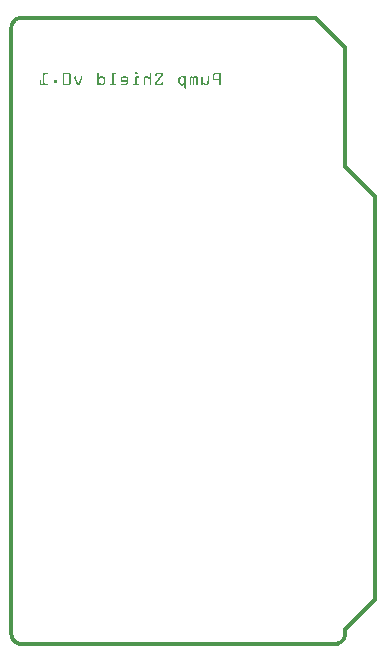
<source format=gbo>
G04 MADE WITH FRITZING*
G04 WWW.FRITZING.ORG*
G04 DOUBLE SIDED*
G04 HOLES PLATED*
G04 CONTOUR ON CENTER OF CONTOUR VECTOR*
%ASAXBY*%
%FSLAX23Y23*%
%MOIN*%
%OFA0B0*%
%SFA1.0B1.0*%
%ADD10R,0.001000X0.001000*%
%LNSILK0*%
G90*
G70*
G54D10*
X34Y2102D02*
X1022Y2102D01*
X30Y2101D02*
X1023Y2101D01*
X28Y2100D02*
X1024Y2100D01*
X25Y2099D02*
X1025Y2099D01*
X23Y2098D02*
X1026Y2098D01*
X21Y2097D02*
X1027Y2097D01*
X20Y2096D02*
X1028Y2096D01*
X18Y2095D02*
X1029Y2095D01*
X17Y2094D02*
X1030Y2094D01*
X16Y2093D02*
X1031Y2093D01*
X15Y2092D02*
X1032Y2092D01*
X14Y2091D02*
X1033Y2091D01*
X13Y2090D02*
X1034Y2090D01*
X12Y2089D02*
X1035Y2089D01*
X11Y2088D02*
X34Y2088D01*
X1018Y2088D02*
X1036Y2088D01*
X10Y2087D02*
X31Y2087D01*
X1019Y2087D02*
X1037Y2087D01*
X9Y2086D02*
X28Y2086D01*
X1020Y2086D02*
X1038Y2086D01*
X8Y2085D02*
X26Y2085D01*
X1021Y2085D02*
X1039Y2085D01*
X8Y2084D02*
X25Y2084D01*
X1022Y2084D02*
X1040Y2084D01*
X7Y2083D02*
X23Y2083D01*
X1023Y2083D02*
X1041Y2083D01*
X6Y2082D02*
X22Y2082D01*
X1024Y2082D02*
X1042Y2082D01*
X6Y2081D02*
X21Y2081D01*
X1025Y2081D02*
X1043Y2081D01*
X5Y2080D02*
X20Y2080D01*
X1026Y2080D02*
X1044Y2080D01*
X5Y2079D02*
X19Y2079D01*
X1027Y2079D02*
X1045Y2079D01*
X4Y2078D02*
X18Y2078D01*
X1028Y2078D02*
X1046Y2078D01*
X4Y2077D02*
X18Y2077D01*
X1029Y2077D02*
X1047Y2077D01*
X3Y2076D02*
X17Y2076D01*
X1030Y2076D02*
X1048Y2076D01*
X3Y2075D02*
X16Y2075D01*
X1031Y2075D02*
X1049Y2075D01*
X3Y2074D02*
X16Y2074D01*
X1032Y2074D02*
X1050Y2074D01*
X2Y2073D02*
X15Y2073D01*
X1033Y2073D02*
X1051Y2073D01*
X2Y2072D02*
X15Y2072D01*
X1034Y2072D02*
X1052Y2072D01*
X2Y2071D02*
X14Y2071D01*
X1035Y2071D02*
X1053Y2071D01*
X1Y2070D02*
X14Y2070D01*
X1036Y2070D02*
X1054Y2070D01*
X1Y2069D02*
X14Y2069D01*
X1037Y2069D02*
X1055Y2069D01*
X1Y2068D02*
X14Y2068D01*
X1038Y2068D02*
X1056Y2068D01*
X1Y2067D02*
X13Y2067D01*
X1039Y2067D02*
X1057Y2067D01*
X1Y2066D02*
X13Y2066D01*
X1040Y2066D02*
X1058Y2066D01*
X0Y2065D02*
X13Y2065D01*
X1041Y2065D02*
X1059Y2065D01*
X0Y2064D02*
X13Y2064D01*
X1042Y2064D02*
X1060Y2064D01*
X0Y2063D02*
X13Y2063D01*
X1043Y2063D02*
X1061Y2063D01*
X0Y2062D02*
X13Y2062D01*
X1044Y2062D02*
X1062Y2062D01*
X0Y2061D02*
X13Y2061D01*
X1045Y2061D02*
X1063Y2061D01*
X0Y2060D02*
X13Y2060D01*
X1046Y2060D02*
X1064Y2060D01*
X0Y2059D02*
X13Y2059D01*
X1047Y2059D02*
X1065Y2059D01*
X0Y2058D02*
X13Y2058D01*
X1048Y2058D02*
X1066Y2058D01*
X0Y2057D02*
X13Y2057D01*
X1049Y2057D02*
X1067Y2057D01*
X0Y2056D02*
X13Y2056D01*
X1050Y2056D02*
X1068Y2056D01*
X0Y2055D02*
X13Y2055D01*
X1051Y2055D02*
X1069Y2055D01*
X0Y2054D02*
X13Y2054D01*
X1052Y2054D02*
X1070Y2054D01*
X0Y2053D02*
X13Y2053D01*
X1053Y2053D02*
X1071Y2053D01*
X0Y2052D02*
X13Y2052D01*
X1054Y2052D02*
X1072Y2052D01*
X0Y2051D02*
X13Y2051D01*
X1055Y2051D02*
X1073Y2051D01*
X0Y2050D02*
X13Y2050D01*
X1056Y2050D02*
X1074Y2050D01*
X0Y2049D02*
X13Y2049D01*
X1057Y2049D02*
X1075Y2049D01*
X0Y2048D02*
X13Y2048D01*
X1058Y2048D02*
X1076Y2048D01*
X0Y2047D02*
X13Y2047D01*
X1059Y2047D02*
X1077Y2047D01*
X0Y2046D02*
X13Y2046D01*
X1060Y2046D02*
X1078Y2046D01*
X0Y2045D02*
X13Y2045D01*
X1061Y2045D02*
X1079Y2045D01*
X0Y2044D02*
X13Y2044D01*
X1062Y2044D02*
X1080Y2044D01*
X0Y2043D02*
X13Y2043D01*
X1063Y2043D02*
X1081Y2043D01*
X0Y2042D02*
X13Y2042D01*
X1064Y2042D02*
X1082Y2042D01*
X0Y2041D02*
X13Y2041D01*
X1065Y2041D02*
X1083Y2041D01*
X0Y2040D02*
X13Y2040D01*
X1066Y2040D02*
X1084Y2040D01*
X0Y2039D02*
X13Y2039D01*
X1067Y2039D02*
X1085Y2039D01*
X0Y2038D02*
X13Y2038D01*
X1068Y2038D02*
X1086Y2038D01*
X0Y2037D02*
X13Y2037D01*
X1069Y2037D02*
X1087Y2037D01*
X0Y2036D02*
X13Y2036D01*
X1070Y2036D02*
X1088Y2036D01*
X0Y2035D02*
X13Y2035D01*
X1071Y2035D02*
X1089Y2035D01*
X0Y2034D02*
X13Y2034D01*
X1072Y2034D02*
X1090Y2034D01*
X0Y2033D02*
X13Y2033D01*
X1073Y2033D02*
X1091Y2033D01*
X0Y2032D02*
X13Y2032D01*
X1074Y2032D02*
X1092Y2032D01*
X0Y2031D02*
X13Y2031D01*
X1075Y2031D02*
X1093Y2031D01*
X0Y2030D02*
X13Y2030D01*
X1076Y2030D02*
X1094Y2030D01*
X0Y2029D02*
X13Y2029D01*
X1077Y2029D02*
X1095Y2029D01*
X0Y2028D02*
X13Y2028D01*
X1078Y2028D02*
X1096Y2028D01*
X0Y2027D02*
X13Y2027D01*
X1079Y2027D02*
X1097Y2027D01*
X0Y2026D02*
X13Y2026D01*
X1080Y2026D02*
X1098Y2026D01*
X0Y2025D02*
X13Y2025D01*
X1081Y2025D02*
X1099Y2025D01*
X0Y2024D02*
X13Y2024D01*
X1082Y2024D02*
X1100Y2024D01*
X0Y2023D02*
X13Y2023D01*
X1083Y2023D02*
X1101Y2023D01*
X0Y2022D02*
X13Y2022D01*
X1084Y2022D02*
X1102Y2022D01*
X0Y2021D02*
X13Y2021D01*
X1085Y2021D02*
X1103Y2021D01*
X0Y2020D02*
X13Y2020D01*
X1086Y2020D02*
X1104Y2020D01*
X0Y2019D02*
X13Y2019D01*
X1087Y2019D02*
X1105Y2019D01*
X0Y2018D02*
X13Y2018D01*
X1088Y2018D02*
X1106Y2018D01*
X0Y2017D02*
X13Y2017D01*
X1089Y2017D02*
X1107Y2017D01*
X0Y2016D02*
X13Y2016D01*
X1090Y2016D02*
X1108Y2016D01*
X0Y2015D02*
X13Y2015D01*
X1091Y2015D02*
X1109Y2015D01*
X0Y2014D02*
X13Y2014D01*
X1092Y2014D02*
X1110Y2014D01*
X0Y2013D02*
X13Y2013D01*
X1093Y2013D02*
X1111Y2013D01*
X0Y2012D02*
X13Y2012D01*
X1094Y2012D02*
X1112Y2012D01*
X0Y2011D02*
X13Y2011D01*
X1095Y2011D02*
X1113Y2011D01*
X0Y2010D02*
X13Y2010D01*
X1096Y2010D02*
X1114Y2010D01*
X0Y2009D02*
X13Y2009D01*
X1097Y2009D02*
X1115Y2009D01*
X0Y2008D02*
X13Y2008D01*
X1098Y2008D02*
X1116Y2008D01*
X0Y2007D02*
X13Y2007D01*
X1099Y2007D02*
X1117Y2007D01*
X0Y2006D02*
X13Y2006D01*
X1100Y2006D02*
X1118Y2006D01*
X0Y2005D02*
X13Y2005D01*
X1101Y2005D02*
X1119Y2005D01*
X0Y2004D02*
X13Y2004D01*
X1102Y2004D02*
X1120Y2004D01*
X0Y2003D02*
X13Y2003D01*
X1103Y2003D02*
X1121Y2003D01*
X0Y2002D02*
X13Y2002D01*
X1104Y2002D02*
X1122Y2002D01*
X0Y2001D02*
X13Y2001D01*
X1105Y2001D02*
X1123Y2001D01*
X0Y2000D02*
X13Y2000D01*
X1106Y2000D02*
X1124Y2000D01*
X0Y1999D02*
X13Y1999D01*
X1107Y1999D02*
X1125Y1999D01*
X0Y1998D02*
X13Y1998D01*
X1108Y1998D02*
X1125Y1998D01*
X0Y1997D02*
X13Y1997D01*
X1109Y1997D02*
X1125Y1997D01*
X0Y1996D02*
X13Y1996D01*
X1110Y1996D02*
X1125Y1996D01*
X0Y1995D02*
X13Y1995D01*
X1111Y1995D02*
X1125Y1995D01*
X0Y1994D02*
X13Y1994D01*
X1112Y1994D02*
X1125Y1994D01*
X0Y1993D02*
X13Y1993D01*
X1112Y1993D02*
X1125Y1993D01*
X0Y1992D02*
X13Y1992D01*
X1112Y1992D02*
X1125Y1992D01*
X0Y1991D02*
X13Y1991D01*
X1112Y1991D02*
X1125Y1991D01*
X0Y1990D02*
X13Y1990D01*
X1112Y1990D02*
X1125Y1990D01*
X0Y1989D02*
X13Y1989D01*
X1112Y1989D02*
X1125Y1989D01*
X0Y1988D02*
X13Y1988D01*
X1112Y1988D02*
X1125Y1988D01*
X0Y1987D02*
X13Y1987D01*
X1112Y1987D02*
X1125Y1987D01*
X0Y1986D02*
X13Y1986D01*
X1112Y1986D02*
X1125Y1986D01*
X0Y1985D02*
X13Y1985D01*
X1112Y1985D02*
X1125Y1985D01*
X0Y1984D02*
X13Y1984D01*
X1112Y1984D02*
X1125Y1984D01*
X0Y1983D02*
X13Y1983D01*
X1112Y1983D02*
X1125Y1983D01*
X0Y1982D02*
X13Y1982D01*
X1112Y1982D02*
X1125Y1982D01*
X0Y1981D02*
X13Y1981D01*
X1112Y1981D02*
X1125Y1981D01*
X0Y1980D02*
X13Y1980D01*
X1112Y1980D02*
X1125Y1980D01*
X0Y1979D02*
X13Y1979D01*
X1112Y1979D02*
X1125Y1979D01*
X0Y1978D02*
X13Y1978D01*
X1112Y1978D02*
X1125Y1978D01*
X0Y1977D02*
X13Y1977D01*
X1112Y1977D02*
X1125Y1977D01*
X0Y1976D02*
X13Y1976D01*
X1112Y1976D02*
X1125Y1976D01*
X0Y1975D02*
X13Y1975D01*
X1112Y1975D02*
X1125Y1975D01*
X0Y1974D02*
X13Y1974D01*
X1112Y1974D02*
X1125Y1974D01*
X0Y1973D02*
X13Y1973D01*
X1112Y1973D02*
X1125Y1973D01*
X0Y1972D02*
X13Y1972D01*
X1112Y1972D02*
X1125Y1972D01*
X0Y1971D02*
X13Y1971D01*
X1112Y1971D02*
X1125Y1971D01*
X0Y1970D02*
X13Y1970D01*
X1112Y1970D02*
X1125Y1970D01*
X0Y1969D02*
X13Y1969D01*
X1112Y1969D02*
X1125Y1969D01*
X0Y1968D02*
X13Y1968D01*
X1112Y1968D02*
X1125Y1968D01*
X0Y1967D02*
X13Y1967D01*
X1112Y1967D02*
X1125Y1967D01*
X0Y1966D02*
X13Y1966D01*
X1112Y1966D02*
X1125Y1966D01*
X0Y1965D02*
X13Y1965D01*
X1112Y1965D02*
X1125Y1965D01*
X0Y1964D02*
X13Y1964D01*
X1112Y1964D02*
X1125Y1964D01*
X0Y1963D02*
X13Y1963D01*
X1112Y1963D02*
X1125Y1963D01*
X0Y1962D02*
X13Y1962D01*
X1112Y1962D02*
X1125Y1962D01*
X0Y1961D02*
X13Y1961D01*
X1112Y1961D02*
X1125Y1961D01*
X0Y1960D02*
X13Y1960D01*
X1112Y1960D02*
X1125Y1960D01*
X0Y1959D02*
X13Y1959D01*
X1112Y1959D02*
X1125Y1959D01*
X0Y1958D02*
X13Y1958D01*
X1112Y1958D02*
X1125Y1958D01*
X0Y1957D02*
X13Y1957D01*
X1112Y1957D02*
X1125Y1957D01*
X0Y1956D02*
X13Y1956D01*
X1112Y1956D02*
X1125Y1956D01*
X0Y1955D02*
X13Y1955D01*
X1112Y1955D02*
X1125Y1955D01*
X0Y1954D02*
X13Y1954D01*
X1112Y1954D02*
X1125Y1954D01*
X0Y1953D02*
X13Y1953D01*
X1112Y1953D02*
X1125Y1953D01*
X0Y1952D02*
X13Y1952D01*
X1112Y1952D02*
X1125Y1952D01*
X0Y1951D02*
X13Y1951D01*
X1112Y1951D02*
X1125Y1951D01*
X0Y1950D02*
X13Y1950D01*
X1112Y1950D02*
X1125Y1950D01*
X0Y1949D02*
X13Y1949D01*
X1112Y1949D02*
X1125Y1949D01*
X0Y1948D02*
X13Y1948D01*
X1112Y1948D02*
X1125Y1948D01*
X0Y1947D02*
X13Y1947D01*
X1112Y1947D02*
X1125Y1947D01*
X0Y1946D02*
X13Y1946D01*
X1112Y1946D02*
X1125Y1946D01*
X0Y1945D02*
X13Y1945D01*
X1112Y1945D02*
X1125Y1945D01*
X0Y1944D02*
X13Y1944D01*
X1112Y1944D02*
X1125Y1944D01*
X0Y1943D02*
X13Y1943D01*
X1112Y1943D02*
X1125Y1943D01*
X0Y1942D02*
X13Y1942D01*
X1112Y1942D02*
X1125Y1942D01*
X0Y1941D02*
X13Y1941D01*
X1112Y1941D02*
X1125Y1941D01*
X0Y1940D02*
X13Y1940D01*
X1112Y1940D02*
X1125Y1940D01*
X0Y1939D02*
X13Y1939D01*
X1112Y1939D02*
X1125Y1939D01*
X0Y1938D02*
X13Y1938D01*
X1112Y1938D02*
X1125Y1938D01*
X0Y1937D02*
X13Y1937D01*
X1112Y1937D02*
X1125Y1937D01*
X0Y1936D02*
X13Y1936D01*
X1112Y1936D02*
X1125Y1936D01*
X0Y1935D02*
X13Y1935D01*
X1112Y1935D02*
X1125Y1935D01*
X0Y1934D02*
X13Y1934D01*
X1112Y1934D02*
X1125Y1934D01*
X0Y1933D02*
X13Y1933D01*
X1112Y1933D02*
X1125Y1933D01*
X0Y1932D02*
X13Y1932D01*
X1112Y1932D02*
X1125Y1932D01*
X0Y1931D02*
X13Y1931D01*
X1112Y1931D02*
X1125Y1931D01*
X0Y1930D02*
X13Y1930D01*
X1112Y1930D02*
X1125Y1930D01*
X0Y1929D02*
X13Y1929D01*
X1112Y1929D02*
X1125Y1929D01*
X0Y1928D02*
X13Y1928D01*
X1112Y1928D02*
X1125Y1928D01*
X0Y1927D02*
X13Y1927D01*
X1112Y1927D02*
X1125Y1927D01*
X0Y1926D02*
X13Y1926D01*
X1112Y1926D02*
X1125Y1926D01*
X0Y1925D02*
X13Y1925D01*
X1112Y1925D02*
X1125Y1925D01*
X0Y1924D02*
X13Y1924D01*
X1112Y1924D02*
X1125Y1924D01*
X0Y1923D02*
X13Y1923D01*
X1112Y1923D02*
X1125Y1923D01*
X0Y1922D02*
X13Y1922D01*
X1112Y1922D02*
X1125Y1922D01*
X0Y1921D02*
X13Y1921D01*
X1112Y1921D02*
X1125Y1921D01*
X0Y1920D02*
X13Y1920D01*
X1112Y1920D02*
X1125Y1920D01*
X0Y1919D02*
X13Y1919D01*
X1112Y1919D02*
X1125Y1919D01*
X0Y1918D02*
X13Y1918D01*
X1112Y1918D02*
X1125Y1918D01*
X0Y1917D02*
X13Y1917D01*
X1112Y1917D02*
X1125Y1917D01*
X0Y1916D02*
X13Y1916D01*
X1112Y1916D02*
X1125Y1916D01*
X0Y1915D02*
X13Y1915D01*
X1112Y1915D02*
X1125Y1915D01*
X0Y1914D02*
X13Y1914D01*
X423Y1914D02*
X423Y1914D01*
X1112Y1914D02*
X1125Y1914D01*
X0Y1913D02*
X13Y1913D01*
X420Y1913D02*
X426Y1913D01*
X1112Y1913D02*
X1125Y1913D01*
X0Y1912D02*
X13Y1912D01*
X420Y1912D02*
X427Y1912D01*
X1112Y1912D02*
X1125Y1912D01*
X0Y1911D02*
X13Y1911D01*
X112Y1911D02*
X126Y1911D01*
X181Y1911D02*
X201Y1911D01*
X295Y1911D02*
X297Y1911D01*
X344Y1911D02*
X354Y1911D01*
X420Y1911D02*
X427Y1911D01*
X470Y1911D02*
X472Y1911D01*
X490Y1911D02*
X508Y1911D01*
X683Y1911D02*
X704Y1911D01*
X1112Y1911D02*
X1125Y1911D01*
X0Y1910D02*
X13Y1910D01*
X112Y1910D02*
X127Y1910D01*
X180Y1910D02*
X202Y1910D01*
X294Y1910D02*
X298Y1910D01*
X343Y1910D02*
X355Y1910D01*
X420Y1910D02*
X427Y1910D01*
X469Y1910D02*
X473Y1910D01*
X489Y1910D02*
X510Y1910D01*
X681Y1910D02*
X704Y1910D01*
X1112Y1910D02*
X1125Y1910D01*
X0Y1909D02*
X13Y1909D01*
X112Y1909D02*
X127Y1909D01*
X179Y1909D02*
X203Y1909D01*
X294Y1909D02*
X298Y1909D01*
X343Y1909D02*
X355Y1909D01*
X420Y1909D02*
X427Y1909D01*
X469Y1909D02*
X473Y1909D01*
X488Y1909D02*
X510Y1909D01*
X680Y1909D02*
X704Y1909D01*
X1112Y1909D02*
X1125Y1909D01*
X0Y1908D02*
X13Y1908D01*
X112Y1908D02*
X127Y1908D01*
X179Y1908D02*
X204Y1908D01*
X294Y1908D02*
X298Y1908D01*
X343Y1908D02*
X355Y1908D01*
X420Y1908D02*
X426Y1908D01*
X469Y1908D02*
X473Y1908D01*
X487Y1908D02*
X511Y1908D01*
X679Y1908D02*
X704Y1908D01*
X1112Y1908D02*
X1125Y1908D01*
X0Y1907D02*
X13Y1907D01*
X112Y1907D02*
X126Y1907D01*
X179Y1907D02*
X204Y1907D01*
X294Y1907D02*
X298Y1907D01*
X343Y1907D02*
X354Y1907D01*
X421Y1907D02*
X426Y1907D01*
X469Y1907D02*
X473Y1907D01*
X486Y1907D02*
X511Y1907D01*
X679Y1907D02*
X704Y1907D01*
X1112Y1907D02*
X1125Y1907D01*
X0Y1906D02*
X13Y1906D01*
X112Y1906D02*
X117Y1906D01*
X178Y1906D02*
X183Y1906D01*
X199Y1906D02*
X204Y1906D01*
X294Y1906D02*
X298Y1906D01*
X343Y1906D02*
X347Y1906D01*
X469Y1906D02*
X473Y1906D01*
X486Y1906D02*
X491Y1906D01*
X507Y1906D02*
X511Y1906D01*
X679Y1906D02*
X684Y1906D01*
X699Y1906D02*
X704Y1906D01*
X1112Y1906D02*
X1125Y1906D01*
X0Y1905D02*
X13Y1905D01*
X112Y1905D02*
X116Y1905D01*
X178Y1905D02*
X183Y1905D01*
X199Y1905D02*
X204Y1905D01*
X294Y1905D02*
X298Y1905D01*
X343Y1905D02*
X347Y1905D01*
X469Y1905D02*
X473Y1905D01*
X486Y1905D02*
X490Y1905D01*
X507Y1905D02*
X511Y1905D01*
X678Y1905D02*
X683Y1905D01*
X699Y1905D02*
X704Y1905D01*
X1112Y1905D02*
X1125Y1905D01*
X0Y1904D02*
X13Y1904D01*
X112Y1904D02*
X116Y1904D01*
X178Y1904D02*
X183Y1904D01*
X199Y1904D02*
X204Y1904D01*
X294Y1904D02*
X298Y1904D01*
X343Y1904D02*
X347Y1904D01*
X469Y1904D02*
X473Y1904D01*
X486Y1904D02*
X490Y1904D01*
X506Y1904D02*
X511Y1904D01*
X678Y1904D02*
X683Y1904D01*
X699Y1904D02*
X704Y1904D01*
X1112Y1904D02*
X1125Y1904D01*
X0Y1903D02*
X13Y1903D01*
X112Y1903D02*
X116Y1903D01*
X178Y1903D02*
X183Y1903D01*
X199Y1903D02*
X204Y1903D01*
X294Y1903D02*
X298Y1903D01*
X343Y1903D02*
X347Y1903D01*
X469Y1903D02*
X473Y1903D01*
X487Y1903D02*
X490Y1903D01*
X505Y1903D02*
X511Y1903D01*
X678Y1903D02*
X683Y1903D01*
X699Y1903D02*
X704Y1903D01*
X1112Y1903D02*
X1125Y1903D01*
X0Y1902D02*
X13Y1902D01*
X112Y1902D02*
X116Y1902D01*
X178Y1902D02*
X183Y1902D01*
X199Y1902D02*
X204Y1902D01*
X294Y1902D02*
X298Y1902D01*
X343Y1902D02*
X347Y1902D01*
X469Y1902D02*
X473Y1902D01*
X488Y1902D02*
X488Y1902D01*
X504Y1902D02*
X510Y1902D01*
X678Y1902D02*
X683Y1902D01*
X699Y1902D02*
X704Y1902D01*
X1112Y1902D02*
X1125Y1902D01*
X0Y1901D02*
X13Y1901D01*
X112Y1901D02*
X116Y1901D01*
X178Y1901D02*
X183Y1901D01*
X199Y1901D02*
X204Y1901D01*
X294Y1901D02*
X298Y1901D01*
X343Y1901D02*
X347Y1901D01*
X469Y1901D02*
X473Y1901D01*
X504Y1901D02*
X509Y1901D01*
X573Y1901D02*
X579Y1901D01*
X585Y1901D02*
X587Y1901D01*
X678Y1901D02*
X683Y1901D01*
X699Y1901D02*
X704Y1901D01*
X1112Y1901D02*
X1125Y1901D01*
X0Y1900D02*
X13Y1900D01*
X112Y1900D02*
X116Y1900D01*
X178Y1900D02*
X183Y1900D01*
X199Y1900D02*
X204Y1900D01*
X218Y1900D02*
X220Y1900D01*
X239Y1900D02*
X241Y1900D01*
X294Y1900D02*
X298Y1900D01*
X304Y1900D02*
X312Y1900D01*
X343Y1900D02*
X347Y1900D01*
X378Y1900D02*
X389Y1900D01*
X421Y1900D02*
X431Y1900D01*
X453Y1900D02*
X461Y1900D01*
X469Y1900D02*
X473Y1900D01*
X503Y1900D02*
X509Y1900D01*
X571Y1900D02*
X580Y1900D01*
X584Y1900D02*
X588Y1900D01*
X606Y1900D02*
X609Y1900D01*
X616Y1900D02*
X620Y1900D01*
X624Y1900D02*
X626Y1900D01*
X641Y1900D02*
X643Y1900D01*
X662Y1900D02*
X664Y1900D01*
X678Y1900D02*
X683Y1900D01*
X699Y1900D02*
X704Y1900D01*
X1112Y1900D02*
X1125Y1900D01*
X0Y1899D02*
X13Y1899D01*
X112Y1899D02*
X116Y1899D01*
X178Y1899D02*
X183Y1899D01*
X199Y1899D02*
X204Y1899D01*
X217Y1899D02*
X221Y1899D01*
X238Y1899D02*
X242Y1899D01*
X294Y1899D02*
X298Y1899D01*
X302Y1899D02*
X314Y1899D01*
X343Y1899D02*
X347Y1899D01*
X376Y1899D02*
X391Y1899D01*
X420Y1899D02*
X432Y1899D01*
X452Y1899D02*
X463Y1899D01*
X469Y1899D02*
X473Y1899D01*
X502Y1899D02*
X508Y1899D01*
X569Y1899D02*
X581Y1899D01*
X584Y1899D02*
X588Y1899D01*
X604Y1899D02*
X611Y1899D01*
X614Y1899D02*
X621Y1899D01*
X623Y1899D02*
X627Y1899D01*
X640Y1899D02*
X644Y1899D01*
X661Y1899D02*
X665Y1899D01*
X678Y1899D02*
X683Y1899D01*
X699Y1899D02*
X704Y1899D01*
X1112Y1899D02*
X1125Y1899D01*
X0Y1898D02*
X13Y1898D01*
X112Y1898D02*
X116Y1898D01*
X178Y1898D02*
X183Y1898D01*
X199Y1898D02*
X204Y1898D01*
X217Y1898D02*
X221Y1898D01*
X238Y1898D02*
X242Y1898D01*
X294Y1898D02*
X298Y1898D01*
X300Y1898D02*
X315Y1898D01*
X343Y1898D02*
X347Y1898D01*
X375Y1898D02*
X392Y1898D01*
X420Y1898D02*
X432Y1898D01*
X450Y1898D02*
X464Y1898D01*
X469Y1898D02*
X473Y1898D01*
X501Y1898D02*
X507Y1898D01*
X568Y1898D02*
X588Y1898D01*
X603Y1898D02*
X627Y1898D01*
X640Y1898D02*
X644Y1898D01*
X661Y1898D02*
X665Y1898D01*
X678Y1898D02*
X683Y1898D01*
X699Y1898D02*
X704Y1898D01*
X1112Y1898D02*
X1125Y1898D01*
X0Y1897D02*
X13Y1897D01*
X112Y1897D02*
X116Y1897D01*
X178Y1897D02*
X183Y1897D01*
X199Y1897D02*
X204Y1897D01*
X217Y1897D02*
X221Y1897D01*
X238Y1897D02*
X242Y1897D01*
X294Y1897D02*
X316Y1897D01*
X343Y1897D02*
X347Y1897D01*
X374Y1897D02*
X393Y1897D01*
X420Y1897D02*
X432Y1897D01*
X450Y1897D02*
X466Y1897D01*
X469Y1897D02*
X473Y1897D01*
X500Y1897D02*
X506Y1897D01*
X567Y1897D02*
X588Y1897D01*
X603Y1897D02*
X627Y1897D01*
X640Y1897D02*
X644Y1897D01*
X661Y1897D02*
X665Y1897D01*
X678Y1897D02*
X683Y1897D01*
X699Y1897D02*
X704Y1897D01*
X1112Y1897D02*
X1125Y1897D01*
X0Y1896D02*
X13Y1896D01*
X112Y1896D02*
X116Y1896D01*
X178Y1896D02*
X183Y1896D01*
X199Y1896D02*
X204Y1896D01*
X217Y1896D02*
X221Y1896D01*
X238Y1896D02*
X242Y1896D01*
X294Y1896D02*
X317Y1896D01*
X343Y1896D02*
X347Y1896D01*
X373Y1896D02*
X394Y1896D01*
X420Y1896D02*
X431Y1896D01*
X449Y1896D02*
X473Y1896D01*
X500Y1896D02*
X506Y1896D01*
X566Y1896D02*
X573Y1896D01*
X578Y1896D02*
X588Y1896D01*
X602Y1896D02*
X627Y1896D01*
X640Y1896D02*
X644Y1896D01*
X661Y1896D02*
X665Y1896D01*
X678Y1896D02*
X683Y1896D01*
X699Y1896D02*
X704Y1896D01*
X1112Y1896D02*
X1125Y1896D01*
X0Y1895D02*
X13Y1895D01*
X112Y1895D02*
X116Y1895D01*
X178Y1895D02*
X183Y1895D01*
X199Y1895D02*
X204Y1895D01*
X217Y1895D02*
X221Y1895D01*
X238Y1895D02*
X242Y1895D01*
X294Y1895D02*
X305Y1895D01*
X311Y1895D02*
X318Y1895D01*
X343Y1895D02*
X347Y1895D01*
X372Y1895D02*
X379Y1895D01*
X388Y1895D02*
X395Y1895D01*
X420Y1895D02*
X424Y1895D01*
X449Y1895D02*
X455Y1895D01*
X460Y1895D02*
X473Y1895D01*
X499Y1895D02*
X505Y1895D01*
X565Y1895D02*
X572Y1895D01*
X579Y1895D02*
X588Y1895D01*
X602Y1895D02*
X617Y1895D01*
X619Y1895D02*
X627Y1895D01*
X640Y1895D02*
X644Y1895D01*
X661Y1895D02*
X665Y1895D01*
X678Y1895D02*
X683Y1895D01*
X699Y1895D02*
X704Y1895D01*
X1112Y1895D02*
X1125Y1895D01*
X0Y1894D02*
X13Y1894D01*
X112Y1894D02*
X116Y1894D01*
X178Y1894D02*
X183Y1894D01*
X199Y1894D02*
X204Y1894D01*
X217Y1894D02*
X221Y1894D01*
X238Y1894D02*
X242Y1894D01*
X294Y1894D02*
X303Y1894D01*
X313Y1894D02*
X319Y1894D01*
X343Y1894D02*
X347Y1894D01*
X371Y1894D02*
X377Y1894D01*
X390Y1894D02*
X395Y1894D01*
X420Y1894D02*
X424Y1894D01*
X448Y1894D02*
X453Y1894D01*
X462Y1894D02*
X473Y1894D01*
X498Y1894D02*
X504Y1894D01*
X564Y1894D02*
X571Y1894D01*
X580Y1894D02*
X588Y1894D01*
X602Y1894D02*
X606Y1894D01*
X610Y1894D02*
X616Y1894D01*
X620Y1894D02*
X627Y1894D01*
X640Y1894D02*
X644Y1894D01*
X661Y1894D02*
X665Y1894D01*
X678Y1894D02*
X683Y1894D01*
X699Y1894D02*
X704Y1894D01*
X1112Y1894D02*
X1125Y1894D01*
X0Y1893D02*
X13Y1893D01*
X112Y1893D02*
X116Y1893D01*
X178Y1893D02*
X183Y1893D01*
X199Y1893D02*
X204Y1893D01*
X217Y1893D02*
X222Y1893D01*
X238Y1893D02*
X242Y1893D01*
X294Y1893D02*
X302Y1893D01*
X314Y1893D02*
X319Y1893D01*
X343Y1893D02*
X347Y1893D01*
X371Y1893D02*
X376Y1893D01*
X391Y1893D02*
X396Y1893D01*
X420Y1893D02*
X424Y1893D01*
X448Y1893D02*
X453Y1893D01*
X463Y1893D02*
X473Y1893D01*
X497Y1893D02*
X503Y1893D01*
X564Y1893D02*
X570Y1893D01*
X581Y1893D02*
X588Y1893D01*
X602Y1893D02*
X606Y1893D01*
X611Y1893D02*
X616Y1893D01*
X621Y1893D02*
X627Y1893D01*
X640Y1893D02*
X644Y1893D01*
X661Y1893D02*
X665Y1893D01*
X678Y1893D02*
X683Y1893D01*
X699Y1893D02*
X704Y1893D01*
X1112Y1893D02*
X1125Y1893D01*
X0Y1892D02*
X13Y1892D01*
X112Y1892D02*
X116Y1892D01*
X178Y1892D02*
X183Y1892D01*
X199Y1892D02*
X204Y1892D01*
X217Y1892D02*
X222Y1892D01*
X237Y1892D02*
X242Y1892D01*
X294Y1892D02*
X301Y1892D01*
X315Y1892D02*
X319Y1892D01*
X343Y1892D02*
X347Y1892D01*
X371Y1892D02*
X375Y1892D01*
X391Y1892D02*
X396Y1892D01*
X420Y1892D02*
X424Y1892D01*
X448Y1892D02*
X453Y1892D01*
X465Y1892D02*
X473Y1892D01*
X497Y1892D02*
X502Y1892D01*
X563Y1892D02*
X569Y1892D01*
X582Y1892D02*
X588Y1892D01*
X602Y1892D02*
X606Y1892D01*
X612Y1892D02*
X616Y1892D01*
X622Y1892D02*
X627Y1892D01*
X640Y1892D02*
X644Y1892D01*
X661Y1892D02*
X665Y1892D01*
X679Y1892D02*
X684Y1892D01*
X699Y1892D02*
X704Y1892D01*
X1112Y1892D02*
X1125Y1892D01*
X0Y1891D02*
X13Y1891D01*
X112Y1891D02*
X116Y1891D01*
X178Y1891D02*
X183Y1891D01*
X199Y1891D02*
X204Y1891D01*
X218Y1891D02*
X222Y1891D01*
X237Y1891D02*
X242Y1891D01*
X294Y1891D02*
X300Y1891D01*
X315Y1891D02*
X319Y1891D01*
X343Y1891D02*
X347Y1891D01*
X371Y1891D02*
X375Y1891D01*
X392Y1891D02*
X396Y1891D01*
X420Y1891D02*
X424Y1891D01*
X448Y1891D02*
X453Y1891D01*
X466Y1891D02*
X473Y1891D01*
X496Y1891D02*
X502Y1891D01*
X563Y1891D02*
X568Y1891D01*
X583Y1891D02*
X588Y1891D01*
X602Y1891D02*
X606Y1891D01*
X612Y1891D02*
X616Y1891D01*
X623Y1891D02*
X627Y1891D01*
X640Y1891D02*
X644Y1891D01*
X661Y1891D02*
X665Y1891D01*
X679Y1891D02*
X704Y1891D01*
X1112Y1891D02*
X1125Y1891D01*
X0Y1890D02*
X13Y1890D01*
X112Y1890D02*
X116Y1890D01*
X178Y1890D02*
X183Y1890D01*
X199Y1890D02*
X204Y1890D01*
X218Y1890D02*
X223Y1890D01*
X236Y1890D02*
X241Y1890D01*
X294Y1890D02*
X299Y1890D01*
X315Y1890D02*
X319Y1890D01*
X343Y1890D02*
X347Y1890D01*
X371Y1890D02*
X375Y1890D01*
X392Y1890D02*
X396Y1890D01*
X420Y1890D02*
X424Y1890D01*
X448Y1890D02*
X452Y1890D01*
X468Y1890D02*
X473Y1890D01*
X495Y1890D02*
X501Y1890D01*
X563Y1890D02*
X567Y1890D01*
X584Y1890D02*
X588Y1890D01*
X602Y1890D02*
X606Y1890D01*
X612Y1890D02*
X616Y1890D01*
X623Y1890D02*
X627Y1890D01*
X640Y1890D02*
X644Y1890D01*
X661Y1890D02*
X665Y1890D01*
X679Y1890D02*
X704Y1890D01*
X1112Y1890D02*
X1125Y1890D01*
X0Y1889D02*
X13Y1889D01*
X103Y1889D02*
X104Y1889D01*
X112Y1889D02*
X116Y1889D01*
X178Y1889D02*
X183Y1889D01*
X199Y1889D02*
X204Y1889D01*
X218Y1889D02*
X223Y1889D01*
X236Y1889D02*
X241Y1889D01*
X294Y1889D02*
X298Y1889D01*
X315Y1889D02*
X319Y1889D01*
X343Y1889D02*
X347Y1889D01*
X371Y1889D02*
X375Y1889D01*
X392Y1889D02*
X396Y1889D01*
X420Y1889D02*
X424Y1889D01*
X448Y1889D02*
X452Y1889D01*
X469Y1889D02*
X473Y1889D01*
X494Y1889D02*
X500Y1889D01*
X563Y1889D02*
X567Y1889D01*
X584Y1889D02*
X588Y1889D01*
X602Y1889D02*
X606Y1889D01*
X612Y1889D02*
X616Y1889D01*
X623Y1889D02*
X627Y1889D01*
X640Y1889D02*
X644Y1889D01*
X661Y1889D02*
X665Y1889D01*
X680Y1889D02*
X704Y1889D01*
X1112Y1889D02*
X1125Y1889D01*
X0Y1888D02*
X13Y1888D01*
X102Y1888D02*
X105Y1888D01*
X112Y1888D02*
X116Y1888D01*
X178Y1888D02*
X183Y1888D01*
X199Y1888D02*
X204Y1888D01*
X219Y1888D02*
X224Y1888D01*
X235Y1888D02*
X240Y1888D01*
X294Y1888D02*
X298Y1888D01*
X315Y1888D02*
X319Y1888D01*
X343Y1888D02*
X347Y1888D01*
X371Y1888D02*
X375Y1888D01*
X392Y1888D02*
X396Y1888D01*
X420Y1888D02*
X424Y1888D01*
X448Y1888D02*
X452Y1888D01*
X469Y1888D02*
X473Y1888D01*
X493Y1888D02*
X499Y1888D01*
X563Y1888D02*
X567Y1888D01*
X584Y1888D02*
X588Y1888D01*
X601Y1888D02*
X606Y1888D01*
X612Y1888D02*
X616Y1888D01*
X623Y1888D02*
X627Y1888D01*
X640Y1888D02*
X644Y1888D01*
X661Y1888D02*
X665Y1888D01*
X681Y1888D02*
X704Y1888D01*
X1112Y1888D02*
X1125Y1888D01*
X0Y1887D02*
X13Y1887D01*
X102Y1887D02*
X106Y1887D01*
X112Y1887D02*
X116Y1887D01*
X178Y1887D02*
X183Y1887D01*
X199Y1887D02*
X204Y1887D01*
X219Y1887D02*
X224Y1887D01*
X235Y1887D02*
X240Y1887D01*
X294Y1887D02*
X298Y1887D01*
X315Y1887D02*
X319Y1887D01*
X343Y1887D02*
X347Y1887D01*
X371Y1887D02*
X375Y1887D01*
X391Y1887D02*
X396Y1887D01*
X420Y1887D02*
X424Y1887D01*
X448Y1887D02*
X452Y1887D01*
X469Y1887D02*
X473Y1887D01*
X493Y1887D02*
X499Y1887D01*
X563Y1887D02*
X567Y1887D01*
X584Y1887D02*
X588Y1887D01*
X601Y1887D02*
X606Y1887D01*
X612Y1887D02*
X616Y1887D01*
X623Y1887D02*
X627Y1887D01*
X640Y1887D02*
X644Y1887D01*
X661Y1887D02*
X665Y1887D01*
X683Y1887D02*
X704Y1887D01*
X1112Y1887D02*
X1125Y1887D01*
X0Y1886D02*
X13Y1886D01*
X101Y1886D02*
X106Y1886D01*
X112Y1886D02*
X116Y1886D01*
X149Y1886D02*
X157Y1886D01*
X178Y1886D02*
X183Y1886D01*
X199Y1886D02*
X204Y1886D01*
X220Y1886D02*
X225Y1886D01*
X235Y1886D02*
X239Y1886D01*
X294Y1886D02*
X298Y1886D01*
X315Y1886D02*
X319Y1886D01*
X343Y1886D02*
X347Y1886D01*
X371Y1886D02*
X396Y1886D01*
X420Y1886D02*
X424Y1886D01*
X448Y1886D02*
X452Y1886D01*
X469Y1886D02*
X473Y1886D01*
X492Y1886D02*
X498Y1886D01*
X563Y1886D02*
X567Y1886D01*
X584Y1886D02*
X588Y1886D01*
X601Y1886D02*
X606Y1886D01*
X612Y1886D02*
X616Y1886D01*
X623Y1886D02*
X627Y1886D01*
X640Y1886D02*
X644Y1886D01*
X661Y1886D02*
X665Y1886D01*
X699Y1886D02*
X704Y1886D01*
X1112Y1886D02*
X1125Y1886D01*
X0Y1885D02*
X13Y1885D01*
X101Y1885D02*
X106Y1885D01*
X112Y1885D02*
X116Y1885D01*
X148Y1885D02*
X157Y1885D01*
X178Y1885D02*
X183Y1885D01*
X199Y1885D02*
X204Y1885D01*
X220Y1885D02*
X225Y1885D01*
X234Y1885D02*
X239Y1885D01*
X294Y1885D02*
X298Y1885D01*
X315Y1885D02*
X319Y1885D01*
X343Y1885D02*
X347Y1885D01*
X371Y1885D02*
X396Y1885D01*
X420Y1885D02*
X424Y1885D01*
X448Y1885D02*
X452Y1885D01*
X469Y1885D02*
X473Y1885D01*
X491Y1885D02*
X497Y1885D01*
X563Y1885D02*
X567Y1885D01*
X584Y1885D02*
X588Y1885D01*
X601Y1885D02*
X606Y1885D01*
X612Y1885D02*
X616Y1885D01*
X623Y1885D02*
X627Y1885D01*
X640Y1885D02*
X644Y1885D01*
X660Y1885D02*
X665Y1885D01*
X699Y1885D02*
X704Y1885D01*
X1112Y1885D02*
X1125Y1885D01*
X0Y1884D02*
X13Y1884D01*
X101Y1884D02*
X106Y1884D01*
X112Y1884D02*
X116Y1884D01*
X148Y1884D02*
X158Y1884D01*
X178Y1884D02*
X183Y1884D01*
X199Y1884D02*
X204Y1884D01*
X221Y1884D02*
X226Y1884D01*
X234Y1884D02*
X239Y1884D01*
X294Y1884D02*
X298Y1884D01*
X315Y1884D02*
X319Y1884D01*
X343Y1884D02*
X347Y1884D01*
X371Y1884D02*
X396Y1884D01*
X420Y1884D02*
X424Y1884D01*
X448Y1884D02*
X452Y1884D01*
X469Y1884D02*
X473Y1884D01*
X490Y1884D02*
X496Y1884D01*
X563Y1884D02*
X567Y1884D01*
X584Y1884D02*
X588Y1884D01*
X601Y1884D02*
X606Y1884D01*
X612Y1884D02*
X616Y1884D01*
X623Y1884D02*
X627Y1884D01*
X640Y1884D02*
X644Y1884D01*
X660Y1884D02*
X665Y1884D01*
X699Y1884D02*
X704Y1884D01*
X1112Y1884D02*
X1125Y1884D01*
X0Y1883D02*
X13Y1883D01*
X101Y1883D02*
X106Y1883D01*
X112Y1883D02*
X116Y1883D01*
X148Y1883D02*
X158Y1883D01*
X178Y1883D02*
X183Y1883D01*
X199Y1883D02*
X204Y1883D01*
X221Y1883D02*
X226Y1883D01*
X233Y1883D02*
X238Y1883D01*
X294Y1883D02*
X298Y1883D01*
X315Y1883D02*
X319Y1883D01*
X343Y1883D02*
X347Y1883D01*
X371Y1883D02*
X396Y1883D01*
X420Y1883D02*
X424Y1883D01*
X448Y1883D02*
X452Y1883D01*
X469Y1883D02*
X473Y1883D01*
X490Y1883D02*
X496Y1883D01*
X563Y1883D02*
X567Y1883D01*
X584Y1883D02*
X588Y1883D01*
X601Y1883D02*
X606Y1883D01*
X612Y1883D02*
X616Y1883D01*
X623Y1883D02*
X627Y1883D01*
X640Y1883D02*
X644Y1883D01*
X660Y1883D02*
X665Y1883D01*
X699Y1883D02*
X704Y1883D01*
X1112Y1883D02*
X1125Y1883D01*
X0Y1882D02*
X13Y1882D01*
X101Y1882D02*
X106Y1882D01*
X112Y1882D02*
X116Y1882D01*
X148Y1882D02*
X158Y1882D01*
X178Y1882D02*
X183Y1882D01*
X199Y1882D02*
X204Y1882D01*
X222Y1882D02*
X226Y1882D01*
X233Y1882D02*
X238Y1882D01*
X294Y1882D02*
X298Y1882D01*
X315Y1882D02*
X319Y1882D01*
X343Y1882D02*
X347Y1882D01*
X372Y1882D02*
X396Y1882D01*
X420Y1882D02*
X424Y1882D01*
X448Y1882D02*
X452Y1882D01*
X469Y1882D02*
X473Y1882D01*
X489Y1882D02*
X495Y1882D01*
X563Y1882D02*
X567Y1882D01*
X584Y1882D02*
X588Y1882D01*
X601Y1882D02*
X606Y1882D01*
X612Y1882D02*
X616Y1882D01*
X623Y1882D02*
X627Y1882D01*
X640Y1882D02*
X644Y1882D01*
X660Y1882D02*
X665Y1882D01*
X699Y1882D02*
X704Y1882D01*
X1112Y1882D02*
X1125Y1882D01*
X0Y1881D02*
X13Y1881D01*
X101Y1881D02*
X106Y1881D01*
X112Y1881D02*
X116Y1881D01*
X148Y1881D02*
X158Y1881D01*
X178Y1881D02*
X183Y1881D01*
X199Y1881D02*
X204Y1881D01*
X222Y1881D02*
X227Y1881D01*
X232Y1881D02*
X237Y1881D01*
X294Y1881D02*
X298Y1881D01*
X315Y1881D02*
X319Y1881D01*
X343Y1881D02*
X347Y1881D01*
X392Y1881D02*
X396Y1881D01*
X420Y1881D02*
X424Y1881D01*
X448Y1881D02*
X452Y1881D01*
X469Y1881D02*
X473Y1881D01*
X488Y1881D02*
X494Y1881D01*
X563Y1881D02*
X567Y1881D01*
X584Y1881D02*
X588Y1881D01*
X601Y1881D02*
X606Y1881D01*
X612Y1881D02*
X616Y1881D01*
X623Y1881D02*
X627Y1881D01*
X640Y1881D02*
X644Y1881D01*
X660Y1881D02*
X665Y1881D01*
X699Y1881D02*
X704Y1881D01*
X1112Y1881D02*
X1125Y1881D01*
X0Y1880D02*
X13Y1880D01*
X101Y1880D02*
X106Y1880D01*
X112Y1880D02*
X116Y1880D01*
X148Y1880D02*
X158Y1880D01*
X178Y1880D02*
X183Y1880D01*
X199Y1880D02*
X204Y1880D01*
X222Y1880D02*
X227Y1880D01*
X232Y1880D02*
X237Y1880D01*
X294Y1880D02*
X299Y1880D01*
X315Y1880D02*
X319Y1880D01*
X343Y1880D02*
X347Y1880D01*
X392Y1880D02*
X396Y1880D01*
X420Y1880D02*
X424Y1880D01*
X448Y1880D02*
X452Y1880D01*
X469Y1880D02*
X473Y1880D01*
X487Y1880D02*
X493Y1880D01*
X509Y1880D02*
X510Y1880D01*
X563Y1880D02*
X568Y1880D01*
X583Y1880D02*
X588Y1880D01*
X601Y1880D02*
X606Y1880D01*
X612Y1880D02*
X616Y1880D01*
X623Y1880D02*
X627Y1880D01*
X640Y1880D02*
X646Y1880D01*
X660Y1880D02*
X665Y1880D01*
X699Y1880D02*
X704Y1880D01*
X1112Y1880D02*
X1125Y1880D01*
X0Y1879D02*
X13Y1879D01*
X101Y1879D02*
X106Y1879D01*
X112Y1879D02*
X116Y1879D01*
X148Y1879D02*
X157Y1879D01*
X178Y1879D02*
X183Y1879D01*
X199Y1879D02*
X204Y1879D01*
X223Y1879D02*
X228Y1879D01*
X232Y1879D02*
X236Y1879D01*
X294Y1879D02*
X300Y1879D01*
X315Y1879D02*
X319Y1879D01*
X343Y1879D02*
X347Y1879D01*
X391Y1879D02*
X396Y1879D01*
X420Y1879D02*
X424Y1879D01*
X448Y1879D02*
X452Y1879D01*
X469Y1879D02*
X473Y1879D01*
X487Y1879D02*
X492Y1879D01*
X508Y1879D02*
X511Y1879D01*
X563Y1879D02*
X568Y1879D01*
X582Y1879D02*
X588Y1879D01*
X601Y1879D02*
X606Y1879D01*
X612Y1879D02*
X616Y1879D01*
X623Y1879D02*
X627Y1879D01*
X640Y1879D02*
X648Y1879D01*
X660Y1879D02*
X665Y1879D01*
X699Y1879D02*
X704Y1879D01*
X1112Y1879D02*
X1125Y1879D01*
X0Y1878D02*
X13Y1878D01*
X101Y1878D02*
X106Y1878D01*
X112Y1878D02*
X116Y1878D01*
X149Y1878D02*
X157Y1878D01*
X178Y1878D02*
X183Y1878D01*
X199Y1878D02*
X204Y1878D01*
X223Y1878D02*
X228Y1878D01*
X231Y1878D02*
X236Y1878D01*
X294Y1878D02*
X302Y1878D01*
X314Y1878D02*
X319Y1878D01*
X343Y1878D02*
X347Y1878D01*
X391Y1878D02*
X396Y1878D01*
X420Y1878D02*
X424Y1878D01*
X448Y1878D02*
X452Y1878D01*
X469Y1878D02*
X473Y1878D01*
X486Y1878D02*
X492Y1878D01*
X507Y1878D02*
X511Y1878D01*
X563Y1878D02*
X569Y1878D01*
X581Y1878D02*
X588Y1878D01*
X601Y1878D02*
X605Y1878D01*
X612Y1878D02*
X616Y1878D01*
X623Y1878D02*
X627Y1878D01*
X640Y1878D02*
X649Y1878D01*
X660Y1878D02*
X665Y1878D01*
X699Y1878D02*
X704Y1878D01*
X1112Y1878D02*
X1125Y1878D01*
X0Y1877D02*
X13Y1877D01*
X101Y1877D02*
X106Y1877D01*
X112Y1877D02*
X116Y1877D01*
X178Y1877D02*
X183Y1877D01*
X199Y1877D02*
X204Y1877D01*
X224Y1877D02*
X229Y1877D01*
X231Y1877D02*
X235Y1877D01*
X294Y1877D02*
X303Y1877D01*
X313Y1877D02*
X319Y1877D01*
X343Y1877D02*
X347Y1877D01*
X390Y1877D02*
X396Y1877D01*
X420Y1877D02*
X424Y1877D01*
X448Y1877D02*
X452Y1877D01*
X469Y1877D02*
X473Y1877D01*
X486Y1877D02*
X491Y1877D01*
X507Y1877D02*
X511Y1877D01*
X564Y1877D02*
X571Y1877D01*
X580Y1877D02*
X588Y1877D01*
X601Y1877D02*
X605Y1877D01*
X612Y1877D02*
X616Y1877D01*
X623Y1877D02*
X627Y1877D01*
X640Y1877D02*
X651Y1877D01*
X660Y1877D02*
X664Y1877D01*
X699Y1877D02*
X704Y1877D01*
X1112Y1877D02*
X1125Y1877D01*
X0Y1876D02*
X13Y1876D01*
X101Y1876D02*
X106Y1876D01*
X112Y1876D02*
X117Y1876D01*
X178Y1876D02*
X183Y1876D01*
X199Y1876D02*
X204Y1876D01*
X224Y1876D02*
X235Y1876D01*
X294Y1876D02*
X304Y1876D01*
X312Y1876D02*
X318Y1876D01*
X343Y1876D02*
X347Y1876D01*
X388Y1876D02*
X395Y1876D01*
X420Y1876D02*
X424Y1876D01*
X448Y1876D02*
X452Y1876D01*
X469Y1876D02*
X473Y1876D01*
X486Y1876D02*
X491Y1876D01*
X506Y1876D02*
X511Y1876D01*
X565Y1876D02*
X572Y1876D01*
X579Y1876D02*
X588Y1876D01*
X601Y1876D02*
X605Y1876D01*
X612Y1876D02*
X616Y1876D01*
X623Y1876D02*
X627Y1876D01*
X640Y1876D02*
X652Y1876D01*
X659Y1876D02*
X664Y1876D01*
X699Y1876D02*
X704Y1876D01*
X1112Y1876D02*
X1125Y1876D01*
X0Y1875D02*
X13Y1875D01*
X101Y1875D02*
X126Y1875D01*
X179Y1875D02*
X204Y1875D01*
X225Y1875D02*
X235Y1875D01*
X294Y1875D02*
X318Y1875D01*
X336Y1875D02*
X354Y1875D01*
X372Y1875D02*
X394Y1875D01*
X413Y1875D02*
X431Y1875D01*
X448Y1875D02*
X452Y1875D01*
X469Y1875D02*
X473Y1875D01*
X486Y1875D02*
X511Y1875D01*
X566Y1875D02*
X573Y1875D01*
X578Y1875D02*
X588Y1875D01*
X601Y1875D02*
X605Y1875D01*
X612Y1875D02*
X616Y1875D01*
X623Y1875D02*
X627Y1875D01*
X640Y1875D02*
X664Y1875D01*
X699Y1875D02*
X704Y1875D01*
X1112Y1875D02*
X1125Y1875D01*
X0Y1874D02*
X13Y1874D01*
X101Y1874D02*
X127Y1874D01*
X179Y1874D02*
X204Y1874D01*
X225Y1874D02*
X234Y1874D01*
X294Y1874D02*
X317Y1874D01*
X335Y1874D02*
X355Y1874D01*
X371Y1874D02*
X393Y1874D01*
X412Y1874D02*
X432Y1874D01*
X448Y1874D02*
X452Y1874D01*
X469Y1874D02*
X473Y1874D01*
X487Y1874D02*
X511Y1874D01*
X567Y1874D02*
X588Y1874D01*
X601Y1874D02*
X605Y1874D01*
X612Y1874D02*
X616Y1874D01*
X623Y1874D02*
X627Y1874D01*
X640Y1874D02*
X644Y1874D01*
X646Y1874D02*
X663Y1874D01*
X699Y1874D02*
X704Y1874D01*
X1112Y1874D02*
X1125Y1874D01*
X0Y1873D02*
X13Y1873D01*
X102Y1873D02*
X127Y1873D01*
X179Y1873D02*
X203Y1873D01*
X225Y1873D02*
X234Y1873D01*
X294Y1873D02*
X298Y1873D01*
X300Y1873D02*
X316Y1873D01*
X335Y1873D02*
X355Y1873D01*
X371Y1873D02*
X392Y1873D01*
X412Y1873D02*
X432Y1873D01*
X448Y1873D02*
X452Y1873D01*
X469Y1873D02*
X473Y1873D01*
X487Y1873D02*
X510Y1873D01*
X568Y1873D02*
X588Y1873D01*
X601Y1873D02*
X605Y1873D01*
X612Y1873D02*
X616Y1873D01*
X623Y1873D02*
X627Y1873D01*
X640Y1873D02*
X644Y1873D01*
X648Y1873D02*
X663Y1873D01*
X699Y1873D02*
X704Y1873D01*
X1112Y1873D02*
X1125Y1873D01*
X0Y1872D02*
X13Y1872D01*
X102Y1872D02*
X127Y1872D01*
X180Y1872D02*
X202Y1872D01*
X226Y1872D02*
X233Y1872D01*
X294Y1872D02*
X298Y1872D01*
X301Y1872D02*
X314Y1872D01*
X335Y1872D02*
X355Y1872D01*
X371Y1872D02*
X391Y1872D01*
X412Y1872D02*
X432Y1872D01*
X448Y1872D02*
X452Y1872D01*
X469Y1872D02*
X473Y1872D01*
X488Y1872D02*
X509Y1872D01*
X569Y1872D02*
X582Y1872D01*
X584Y1872D02*
X588Y1872D01*
X601Y1872D02*
X605Y1872D01*
X612Y1872D02*
X616Y1872D01*
X623Y1872D02*
X627Y1872D01*
X640Y1872D02*
X644Y1872D01*
X650Y1872D02*
X661Y1872D01*
X700Y1872D02*
X703Y1872D01*
X1112Y1872D02*
X1125Y1872D01*
X0Y1871D02*
X13Y1871D01*
X102Y1871D02*
X126Y1871D01*
X181Y1871D02*
X201Y1871D01*
X227Y1871D02*
X233Y1871D01*
X295Y1871D02*
X297Y1871D01*
X303Y1871D02*
X313Y1871D01*
X336Y1871D02*
X354Y1871D01*
X372Y1871D02*
X390Y1871D01*
X413Y1871D02*
X431Y1871D01*
X449Y1871D02*
X451Y1871D01*
X470Y1871D02*
X472Y1871D01*
X489Y1871D02*
X507Y1871D01*
X570Y1871D02*
X581Y1871D01*
X584Y1871D02*
X588Y1871D01*
X602Y1871D02*
X604Y1871D01*
X613Y1871D02*
X615Y1871D01*
X624Y1871D02*
X626Y1871D01*
X641Y1871D02*
X643Y1871D01*
X651Y1871D02*
X660Y1871D01*
X700Y1871D02*
X703Y1871D01*
X1112Y1871D02*
X1125Y1871D01*
X0Y1870D02*
X13Y1870D01*
X572Y1870D02*
X579Y1870D01*
X584Y1870D02*
X588Y1870D01*
X1112Y1870D02*
X1125Y1870D01*
X0Y1869D02*
X13Y1869D01*
X584Y1869D02*
X588Y1869D01*
X1112Y1869D02*
X1125Y1869D01*
X0Y1868D02*
X13Y1868D01*
X584Y1868D02*
X588Y1868D01*
X1112Y1868D02*
X1125Y1868D01*
X0Y1867D02*
X13Y1867D01*
X584Y1867D02*
X588Y1867D01*
X1112Y1867D02*
X1125Y1867D01*
X0Y1866D02*
X13Y1866D01*
X584Y1866D02*
X588Y1866D01*
X1112Y1866D02*
X1125Y1866D01*
X0Y1865D02*
X13Y1865D01*
X584Y1865D02*
X588Y1865D01*
X1112Y1865D02*
X1125Y1865D01*
X0Y1864D02*
X13Y1864D01*
X584Y1864D02*
X588Y1864D01*
X1112Y1864D02*
X1125Y1864D01*
X0Y1863D02*
X13Y1863D01*
X584Y1863D02*
X588Y1863D01*
X1112Y1863D02*
X1125Y1863D01*
X0Y1862D02*
X13Y1862D01*
X584Y1862D02*
X588Y1862D01*
X1112Y1862D02*
X1125Y1862D01*
X0Y1861D02*
X13Y1861D01*
X584Y1861D02*
X588Y1861D01*
X1112Y1861D02*
X1125Y1861D01*
X0Y1860D02*
X13Y1860D01*
X585Y1860D02*
X588Y1860D01*
X1112Y1860D02*
X1125Y1860D01*
X0Y1859D02*
X13Y1859D01*
X1112Y1859D02*
X1125Y1859D01*
X0Y1858D02*
X13Y1858D01*
X1112Y1858D02*
X1125Y1858D01*
X0Y1857D02*
X13Y1857D01*
X1112Y1857D02*
X1125Y1857D01*
X0Y1856D02*
X13Y1856D01*
X1112Y1856D02*
X1125Y1856D01*
X0Y1855D02*
X13Y1855D01*
X1112Y1855D02*
X1125Y1855D01*
X0Y1854D02*
X13Y1854D01*
X1112Y1854D02*
X1125Y1854D01*
X0Y1853D02*
X13Y1853D01*
X1112Y1853D02*
X1125Y1853D01*
X0Y1852D02*
X13Y1852D01*
X1112Y1852D02*
X1125Y1852D01*
X0Y1851D02*
X13Y1851D01*
X1112Y1851D02*
X1125Y1851D01*
X0Y1850D02*
X13Y1850D01*
X1112Y1850D02*
X1125Y1850D01*
X0Y1849D02*
X13Y1849D01*
X1112Y1849D02*
X1125Y1849D01*
X0Y1848D02*
X13Y1848D01*
X1112Y1848D02*
X1125Y1848D01*
X0Y1847D02*
X13Y1847D01*
X1112Y1847D02*
X1125Y1847D01*
X0Y1846D02*
X13Y1846D01*
X1112Y1846D02*
X1125Y1846D01*
X0Y1845D02*
X13Y1845D01*
X1112Y1845D02*
X1125Y1845D01*
X0Y1844D02*
X13Y1844D01*
X1112Y1844D02*
X1125Y1844D01*
X0Y1843D02*
X13Y1843D01*
X1112Y1843D02*
X1125Y1843D01*
X0Y1842D02*
X13Y1842D01*
X1112Y1842D02*
X1125Y1842D01*
X0Y1841D02*
X13Y1841D01*
X1112Y1841D02*
X1125Y1841D01*
X0Y1840D02*
X13Y1840D01*
X1112Y1840D02*
X1125Y1840D01*
X0Y1839D02*
X13Y1839D01*
X1112Y1839D02*
X1125Y1839D01*
X0Y1838D02*
X13Y1838D01*
X1112Y1838D02*
X1125Y1838D01*
X0Y1837D02*
X13Y1837D01*
X1112Y1837D02*
X1125Y1837D01*
X0Y1836D02*
X13Y1836D01*
X1112Y1836D02*
X1125Y1836D01*
X0Y1835D02*
X13Y1835D01*
X1112Y1835D02*
X1125Y1835D01*
X0Y1834D02*
X13Y1834D01*
X1112Y1834D02*
X1125Y1834D01*
X0Y1833D02*
X13Y1833D01*
X1112Y1833D02*
X1125Y1833D01*
X0Y1832D02*
X13Y1832D01*
X1112Y1832D02*
X1125Y1832D01*
X0Y1831D02*
X13Y1831D01*
X1112Y1831D02*
X1125Y1831D01*
X0Y1830D02*
X13Y1830D01*
X1112Y1830D02*
X1125Y1830D01*
X0Y1829D02*
X13Y1829D01*
X1112Y1829D02*
X1125Y1829D01*
X0Y1828D02*
X13Y1828D01*
X1112Y1828D02*
X1125Y1828D01*
X0Y1827D02*
X13Y1827D01*
X1112Y1827D02*
X1125Y1827D01*
X0Y1826D02*
X13Y1826D01*
X1112Y1826D02*
X1125Y1826D01*
X0Y1825D02*
X13Y1825D01*
X1112Y1825D02*
X1125Y1825D01*
X0Y1824D02*
X13Y1824D01*
X1112Y1824D02*
X1125Y1824D01*
X0Y1823D02*
X13Y1823D01*
X1112Y1823D02*
X1125Y1823D01*
X0Y1822D02*
X13Y1822D01*
X1112Y1822D02*
X1125Y1822D01*
X0Y1821D02*
X13Y1821D01*
X1112Y1821D02*
X1125Y1821D01*
X0Y1820D02*
X13Y1820D01*
X1112Y1820D02*
X1125Y1820D01*
X0Y1819D02*
X13Y1819D01*
X1112Y1819D02*
X1125Y1819D01*
X0Y1818D02*
X13Y1818D01*
X1112Y1818D02*
X1125Y1818D01*
X0Y1817D02*
X13Y1817D01*
X1112Y1817D02*
X1125Y1817D01*
X0Y1816D02*
X13Y1816D01*
X1112Y1816D02*
X1125Y1816D01*
X0Y1815D02*
X13Y1815D01*
X1112Y1815D02*
X1125Y1815D01*
X0Y1814D02*
X13Y1814D01*
X1112Y1814D02*
X1125Y1814D01*
X0Y1813D02*
X13Y1813D01*
X1112Y1813D02*
X1125Y1813D01*
X0Y1812D02*
X13Y1812D01*
X1112Y1812D02*
X1125Y1812D01*
X0Y1811D02*
X13Y1811D01*
X1112Y1811D02*
X1125Y1811D01*
X0Y1810D02*
X13Y1810D01*
X1112Y1810D02*
X1125Y1810D01*
X0Y1809D02*
X13Y1809D01*
X1112Y1809D02*
X1125Y1809D01*
X0Y1808D02*
X13Y1808D01*
X1112Y1808D02*
X1125Y1808D01*
X0Y1807D02*
X13Y1807D01*
X1112Y1807D02*
X1125Y1807D01*
X0Y1806D02*
X13Y1806D01*
X1112Y1806D02*
X1125Y1806D01*
X0Y1805D02*
X13Y1805D01*
X1112Y1805D02*
X1125Y1805D01*
X0Y1804D02*
X13Y1804D01*
X1112Y1804D02*
X1125Y1804D01*
X0Y1803D02*
X13Y1803D01*
X1112Y1803D02*
X1125Y1803D01*
X0Y1802D02*
X13Y1802D01*
X1112Y1802D02*
X1125Y1802D01*
X0Y1801D02*
X13Y1801D01*
X1112Y1801D02*
X1125Y1801D01*
X0Y1800D02*
X13Y1800D01*
X1112Y1800D02*
X1125Y1800D01*
X0Y1799D02*
X13Y1799D01*
X1112Y1799D02*
X1125Y1799D01*
X0Y1798D02*
X13Y1798D01*
X1112Y1798D02*
X1125Y1798D01*
X0Y1797D02*
X13Y1797D01*
X1112Y1797D02*
X1125Y1797D01*
X0Y1796D02*
X13Y1796D01*
X1112Y1796D02*
X1125Y1796D01*
X0Y1795D02*
X13Y1795D01*
X1112Y1795D02*
X1125Y1795D01*
X0Y1794D02*
X13Y1794D01*
X1112Y1794D02*
X1125Y1794D01*
X0Y1793D02*
X13Y1793D01*
X1112Y1793D02*
X1125Y1793D01*
X0Y1792D02*
X13Y1792D01*
X1112Y1792D02*
X1125Y1792D01*
X0Y1791D02*
X13Y1791D01*
X1112Y1791D02*
X1125Y1791D01*
X0Y1790D02*
X13Y1790D01*
X1112Y1790D02*
X1125Y1790D01*
X0Y1789D02*
X13Y1789D01*
X1112Y1789D02*
X1125Y1789D01*
X0Y1788D02*
X13Y1788D01*
X1112Y1788D02*
X1125Y1788D01*
X0Y1787D02*
X13Y1787D01*
X1112Y1787D02*
X1125Y1787D01*
X0Y1786D02*
X13Y1786D01*
X1112Y1786D02*
X1125Y1786D01*
X0Y1785D02*
X13Y1785D01*
X1112Y1785D02*
X1125Y1785D01*
X0Y1784D02*
X13Y1784D01*
X1112Y1784D02*
X1125Y1784D01*
X0Y1783D02*
X13Y1783D01*
X1112Y1783D02*
X1125Y1783D01*
X0Y1782D02*
X13Y1782D01*
X1112Y1782D02*
X1125Y1782D01*
X0Y1781D02*
X13Y1781D01*
X1112Y1781D02*
X1125Y1781D01*
X0Y1780D02*
X13Y1780D01*
X1112Y1780D02*
X1125Y1780D01*
X0Y1779D02*
X13Y1779D01*
X1112Y1779D02*
X1125Y1779D01*
X0Y1778D02*
X13Y1778D01*
X1112Y1778D02*
X1125Y1778D01*
X0Y1777D02*
X13Y1777D01*
X1112Y1777D02*
X1125Y1777D01*
X0Y1776D02*
X13Y1776D01*
X1112Y1776D02*
X1125Y1776D01*
X0Y1775D02*
X13Y1775D01*
X1112Y1775D02*
X1125Y1775D01*
X0Y1774D02*
X13Y1774D01*
X1112Y1774D02*
X1125Y1774D01*
X0Y1773D02*
X13Y1773D01*
X1112Y1773D02*
X1125Y1773D01*
X0Y1772D02*
X13Y1772D01*
X1112Y1772D02*
X1125Y1772D01*
X0Y1771D02*
X13Y1771D01*
X1112Y1771D02*
X1125Y1771D01*
X0Y1770D02*
X13Y1770D01*
X1112Y1770D02*
X1125Y1770D01*
X0Y1769D02*
X13Y1769D01*
X1112Y1769D02*
X1125Y1769D01*
X0Y1768D02*
X13Y1768D01*
X1112Y1768D02*
X1125Y1768D01*
X0Y1767D02*
X13Y1767D01*
X1112Y1767D02*
X1125Y1767D01*
X0Y1766D02*
X13Y1766D01*
X1112Y1766D02*
X1125Y1766D01*
X0Y1765D02*
X13Y1765D01*
X1112Y1765D02*
X1125Y1765D01*
X0Y1764D02*
X13Y1764D01*
X1112Y1764D02*
X1125Y1764D01*
X0Y1763D02*
X13Y1763D01*
X1112Y1763D02*
X1125Y1763D01*
X0Y1762D02*
X13Y1762D01*
X1112Y1762D02*
X1125Y1762D01*
X0Y1761D02*
X13Y1761D01*
X1112Y1761D02*
X1125Y1761D01*
X0Y1760D02*
X13Y1760D01*
X1112Y1760D02*
X1125Y1760D01*
X0Y1759D02*
X13Y1759D01*
X1112Y1759D02*
X1125Y1759D01*
X0Y1758D02*
X13Y1758D01*
X1112Y1758D02*
X1125Y1758D01*
X0Y1757D02*
X13Y1757D01*
X1112Y1757D02*
X1125Y1757D01*
X0Y1756D02*
X13Y1756D01*
X1112Y1756D02*
X1125Y1756D01*
X0Y1755D02*
X13Y1755D01*
X1112Y1755D02*
X1125Y1755D01*
X0Y1754D02*
X13Y1754D01*
X1112Y1754D02*
X1125Y1754D01*
X0Y1753D02*
X13Y1753D01*
X1112Y1753D02*
X1125Y1753D01*
X0Y1752D02*
X13Y1752D01*
X1112Y1752D02*
X1125Y1752D01*
X0Y1751D02*
X13Y1751D01*
X1112Y1751D02*
X1125Y1751D01*
X0Y1750D02*
X13Y1750D01*
X1112Y1750D02*
X1125Y1750D01*
X0Y1749D02*
X13Y1749D01*
X1112Y1749D02*
X1125Y1749D01*
X0Y1748D02*
X13Y1748D01*
X1112Y1748D02*
X1125Y1748D01*
X0Y1747D02*
X13Y1747D01*
X1112Y1747D02*
X1125Y1747D01*
X0Y1746D02*
X13Y1746D01*
X1112Y1746D02*
X1125Y1746D01*
X0Y1745D02*
X13Y1745D01*
X1112Y1745D02*
X1125Y1745D01*
X0Y1744D02*
X13Y1744D01*
X1112Y1744D02*
X1125Y1744D01*
X0Y1743D02*
X13Y1743D01*
X1112Y1743D02*
X1125Y1743D01*
X0Y1742D02*
X13Y1742D01*
X1112Y1742D02*
X1125Y1742D01*
X0Y1741D02*
X13Y1741D01*
X1112Y1741D02*
X1125Y1741D01*
X0Y1740D02*
X13Y1740D01*
X1112Y1740D02*
X1125Y1740D01*
X0Y1739D02*
X13Y1739D01*
X1112Y1739D02*
X1125Y1739D01*
X0Y1738D02*
X13Y1738D01*
X1112Y1738D02*
X1125Y1738D01*
X0Y1737D02*
X13Y1737D01*
X1112Y1737D02*
X1125Y1737D01*
X0Y1736D02*
X13Y1736D01*
X1112Y1736D02*
X1125Y1736D01*
X0Y1735D02*
X13Y1735D01*
X1112Y1735D02*
X1125Y1735D01*
X0Y1734D02*
X13Y1734D01*
X1112Y1734D02*
X1125Y1734D01*
X0Y1733D02*
X13Y1733D01*
X1112Y1733D02*
X1125Y1733D01*
X0Y1732D02*
X13Y1732D01*
X1112Y1732D02*
X1125Y1732D01*
X0Y1731D02*
X13Y1731D01*
X1112Y1731D02*
X1125Y1731D01*
X0Y1730D02*
X13Y1730D01*
X1112Y1730D02*
X1125Y1730D01*
X0Y1729D02*
X13Y1729D01*
X1112Y1729D02*
X1125Y1729D01*
X0Y1728D02*
X13Y1728D01*
X1112Y1728D02*
X1125Y1728D01*
X0Y1727D02*
X13Y1727D01*
X1112Y1727D02*
X1125Y1727D01*
X0Y1726D02*
X13Y1726D01*
X1112Y1726D02*
X1125Y1726D01*
X0Y1725D02*
X13Y1725D01*
X1112Y1725D02*
X1125Y1725D01*
X0Y1724D02*
X13Y1724D01*
X1112Y1724D02*
X1125Y1724D01*
X0Y1723D02*
X13Y1723D01*
X1112Y1723D02*
X1125Y1723D01*
X0Y1722D02*
X13Y1722D01*
X1112Y1722D02*
X1125Y1722D01*
X0Y1721D02*
X13Y1721D01*
X1112Y1721D02*
X1125Y1721D01*
X0Y1720D02*
X13Y1720D01*
X1112Y1720D02*
X1125Y1720D01*
X0Y1719D02*
X13Y1719D01*
X1112Y1719D02*
X1125Y1719D01*
X0Y1718D02*
X13Y1718D01*
X1112Y1718D02*
X1125Y1718D01*
X0Y1717D02*
X13Y1717D01*
X1112Y1717D02*
X1125Y1717D01*
X0Y1716D02*
X13Y1716D01*
X1112Y1716D02*
X1125Y1716D01*
X0Y1715D02*
X13Y1715D01*
X1112Y1715D02*
X1125Y1715D01*
X0Y1714D02*
X13Y1714D01*
X1112Y1714D02*
X1125Y1714D01*
X0Y1713D02*
X13Y1713D01*
X1112Y1713D02*
X1125Y1713D01*
X0Y1712D02*
X13Y1712D01*
X1112Y1712D02*
X1125Y1712D01*
X0Y1711D02*
X13Y1711D01*
X1112Y1711D02*
X1125Y1711D01*
X0Y1710D02*
X13Y1710D01*
X1112Y1710D02*
X1125Y1710D01*
X0Y1709D02*
X13Y1709D01*
X1112Y1709D02*
X1125Y1709D01*
X0Y1708D02*
X13Y1708D01*
X1112Y1708D02*
X1125Y1708D01*
X0Y1707D02*
X13Y1707D01*
X1112Y1707D02*
X1125Y1707D01*
X0Y1706D02*
X13Y1706D01*
X1112Y1706D02*
X1125Y1706D01*
X0Y1705D02*
X13Y1705D01*
X1112Y1705D02*
X1125Y1705D01*
X0Y1704D02*
X13Y1704D01*
X1112Y1704D02*
X1125Y1704D01*
X0Y1703D02*
X13Y1703D01*
X1112Y1703D02*
X1125Y1703D01*
X0Y1702D02*
X13Y1702D01*
X1112Y1702D02*
X1125Y1702D01*
X0Y1701D02*
X13Y1701D01*
X1112Y1701D02*
X1125Y1701D01*
X0Y1700D02*
X13Y1700D01*
X1112Y1700D02*
X1125Y1700D01*
X0Y1699D02*
X13Y1699D01*
X1112Y1699D02*
X1125Y1699D01*
X0Y1698D02*
X13Y1698D01*
X1112Y1698D02*
X1125Y1698D01*
X0Y1697D02*
X13Y1697D01*
X1112Y1697D02*
X1125Y1697D01*
X0Y1696D02*
X13Y1696D01*
X1112Y1696D02*
X1125Y1696D01*
X0Y1695D02*
X13Y1695D01*
X1112Y1695D02*
X1125Y1695D01*
X0Y1694D02*
X13Y1694D01*
X1112Y1694D02*
X1125Y1694D01*
X0Y1693D02*
X13Y1693D01*
X1112Y1693D02*
X1125Y1693D01*
X0Y1692D02*
X13Y1692D01*
X1112Y1692D02*
X1125Y1692D01*
X0Y1691D02*
X13Y1691D01*
X1112Y1691D02*
X1125Y1691D01*
X0Y1690D02*
X13Y1690D01*
X1112Y1690D02*
X1125Y1690D01*
X0Y1689D02*
X13Y1689D01*
X1112Y1689D02*
X1125Y1689D01*
X0Y1688D02*
X13Y1688D01*
X1112Y1688D02*
X1125Y1688D01*
X0Y1687D02*
X13Y1687D01*
X1112Y1687D02*
X1125Y1687D01*
X0Y1686D02*
X13Y1686D01*
X1112Y1686D02*
X1125Y1686D01*
X0Y1685D02*
X13Y1685D01*
X1112Y1685D02*
X1125Y1685D01*
X0Y1684D02*
X13Y1684D01*
X1112Y1684D02*
X1125Y1684D01*
X0Y1683D02*
X13Y1683D01*
X1112Y1683D02*
X1125Y1683D01*
X0Y1682D02*
X13Y1682D01*
X1112Y1682D02*
X1125Y1682D01*
X0Y1681D02*
X13Y1681D01*
X1112Y1681D02*
X1125Y1681D01*
X0Y1680D02*
X13Y1680D01*
X1112Y1680D02*
X1125Y1680D01*
X0Y1679D02*
X13Y1679D01*
X1112Y1679D02*
X1125Y1679D01*
X0Y1678D02*
X13Y1678D01*
X1112Y1678D02*
X1125Y1678D01*
X0Y1677D02*
X13Y1677D01*
X1112Y1677D02*
X1125Y1677D01*
X0Y1676D02*
X13Y1676D01*
X1112Y1676D02*
X1125Y1676D01*
X0Y1675D02*
X13Y1675D01*
X1112Y1675D02*
X1125Y1675D01*
X0Y1674D02*
X13Y1674D01*
X1112Y1674D02*
X1125Y1674D01*
X0Y1673D02*
X13Y1673D01*
X1112Y1673D02*
X1125Y1673D01*
X0Y1672D02*
X13Y1672D01*
X1112Y1672D02*
X1125Y1672D01*
X0Y1671D02*
X13Y1671D01*
X1112Y1671D02*
X1125Y1671D01*
X0Y1670D02*
X13Y1670D01*
X1112Y1670D02*
X1125Y1670D01*
X0Y1669D02*
X13Y1669D01*
X1112Y1669D02*
X1125Y1669D01*
X0Y1668D02*
X13Y1668D01*
X1112Y1668D02*
X1125Y1668D01*
X0Y1667D02*
X13Y1667D01*
X1112Y1667D02*
X1125Y1667D01*
X0Y1666D02*
X13Y1666D01*
X1112Y1666D02*
X1125Y1666D01*
X0Y1665D02*
X13Y1665D01*
X1112Y1665D02*
X1125Y1665D01*
X0Y1664D02*
X13Y1664D01*
X1112Y1664D02*
X1125Y1664D01*
X0Y1663D02*
X13Y1663D01*
X1112Y1663D02*
X1125Y1663D01*
X0Y1662D02*
X13Y1662D01*
X1112Y1662D02*
X1125Y1662D01*
X0Y1661D02*
X13Y1661D01*
X1112Y1661D02*
X1125Y1661D01*
X0Y1660D02*
X13Y1660D01*
X1112Y1660D02*
X1125Y1660D01*
X0Y1659D02*
X13Y1659D01*
X1112Y1659D02*
X1125Y1659D01*
X0Y1658D02*
X13Y1658D01*
X1112Y1658D02*
X1125Y1658D01*
X0Y1657D02*
X13Y1657D01*
X1112Y1657D02*
X1125Y1657D01*
X0Y1656D02*
X13Y1656D01*
X1112Y1656D02*
X1125Y1656D01*
X0Y1655D02*
X13Y1655D01*
X1112Y1655D02*
X1125Y1655D01*
X0Y1654D02*
X13Y1654D01*
X1112Y1654D02*
X1125Y1654D01*
X0Y1653D02*
X13Y1653D01*
X1112Y1653D02*
X1125Y1653D01*
X0Y1652D02*
X13Y1652D01*
X1112Y1652D02*
X1125Y1652D01*
X0Y1651D02*
X13Y1651D01*
X1112Y1651D02*
X1125Y1651D01*
X0Y1650D02*
X13Y1650D01*
X1112Y1650D02*
X1125Y1650D01*
X0Y1649D02*
X13Y1649D01*
X1112Y1649D02*
X1125Y1649D01*
X0Y1648D02*
X13Y1648D01*
X1112Y1648D02*
X1125Y1648D01*
X0Y1647D02*
X13Y1647D01*
X1112Y1647D02*
X1125Y1647D01*
X0Y1646D02*
X13Y1646D01*
X1112Y1646D02*
X1125Y1646D01*
X0Y1645D02*
X13Y1645D01*
X1112Y1645D02*
X1125Y1645D01*
X0Y1644D02*
X13Y1644D01*
X1112Y1644D02*
X1125Y1644D01*
X0Y1643D02*
X13Y1643D01*
X1112Y1643D02*
X1125Y1643D01*
X0Y1642D02*
X13Y1642D01*
X1112Y1642D02*
X1125Y1642D01*
X0Y1641D02*
X13Y1641D01*
X1112Y1641D02*
X1125Y1641D01*
X0Y1640D02*
X13Y1640D01*
X1112Y1640D02*
X1125Y1640D01*
X0Y1639D02*
X13Y1639D01*
X1112Y1639D02*
X1125Y1639D01*
X0Y1638D02*
X13Y1638D01*
X1112Y1638D02*
X1125Y1638D01*
X0Y1637D02*
X13Y1637D01*
X1112Y1637D02*
X1125Y1637D01*
X0Y1636D02*
X13Y1636D01*
X1112Y1636D02*
X1125Y1636D01*
X0Y1635D02*
X13Y1635D01*
X1112Y1635D02*
X1125Y1635D01*
X0Y1634D02*
X13Y1634D01*
X1112Y1634D02*
X1125Y1634D01*
X0Y1633D02*
X13Y1633D01*
X1112Y1633D02*
X1125Y1633D01*
X0Y1632D02*
X13Y1632D01*
X1112Y1632D02*
X1125Y1632D01*
X0Y1631D02*
X13Y1631D01*
X1112Y1631D02*
X1125Y1631D01*
X0Y1630D02*
X13Y1630D01*
X1112Y1630D02*
X1125Y1630D01*
X0Y1629D02*
X13Y1629D01*
X1112Y1629D02*
X1125Y1629D01*
X0Y1628D02*
X13Y1628D01*
X1112Y1628D02*
X1125Y1628D01*
X0Y1627D02*
X13Y1627D01*
X1112Y1627D02*
X1125Y1627D01*
X0Y1626D02*
X13Y1626D01*
X1112Y1626D02*
X1125Y1626D01*
X0Y1625D02*
X13Y1625D01*
X1112Y1625D02*
X1125Y1625D01*
X0Y1624D02*
X13Y1624D01*
X1112Y1624D02*
X1125Y1624D01*
X0Y1623D02*
X13Y1623D01*
X1112Y1623D02*
X1125Y1623D01*
X0Y1622D02*
X13Y1622D01*
X1112Y1622D02*
X1125Y1622D01*
X0Y1621D02*
X13Y1621D01*
X1112Y1621D02*
X1125Y1621D01*
X0Y1620D02*
X13Y1620D01*
X1112Y1620D02*
X1125Y1620D01*
X0Y1619D02*
X13Y1619D01*
X1112Y1619D02*
X1125Y1619D01*
X0Y1618D02*
X13Y1618D01*
X1112Y1618D02*
X1125Y1618D01*
X0Y1617D02*
X13Y1617D01*
X1112Y1617D02*
X1125Y1617D01*
X0Y1616D02*
X13Y1616D01*
X1112Y1616D02*
X1125Y1616D01*
X0Y1615D02*
X13Y1615D01*
X1112Y1615D02*
X1125Y1615D01*
X0Y1614D02*
X13Y1614D01*
X1112Y1614D02*
X1125Y1614D01*
X0Y1613D02*
X13Y1613D01*
X1112Y1613D02*
X1125Y1613D01*
X0Y1612D02*
X13Y1612D01*
X1112Y1612D02*
X1125Y1612D01*
X0Y1611D02*
X13Y1611D01*
X1112Y1611D02*
X1125Y1611D01*
X0Y1610D02*
X13Y1610D01*
X1112Y1610D02*
X1125Y1610D01*
X0Y1609D02*
X13Y1609D01*
X1112Y1609D02*
X1125Y1609D01*
X0Y1608D02*
X13Y1608D01*
X1112Y1608D02*
X1125Y1608D01*
X0Y1607D02*
X13Y1607D01*
X1112Y1607D02*
X1125Y1607D01*
X0Y1606D02*
X13Y1606D01*
X1112Y1606D02*
X1125Y1606D01*
X0Y1605D02*
X13Y1605D01*
X1112Y1605D02*
X1125Y1605D01*
X0Y1604D02*
X13Y1604D01*
X1112Y1604D02*
X1125Y1604D01*
X0Y1603D02*
X13Y1603D01*
X1112Y1603D02*
X1125Y1603D01*
X0Y1602D02*
X13Y1602D01*
X1112Y1602D02*
X1125Y1602D01*
X0Y1601D02*
X13Y1601D01*
X1112Y1601D02*
X1126Y1601D01*
X0Y1600D02*
X13Y1600D01*
X1112Y1600D02*
X1127Y1600D01*
X0Y1599D02*
X13Y1599D01*
X1112Y1599D02*
X1128Y1599D01*
X0Y1598D02*
X13Y1598D01*
X1112Y1598D02*
X1129Y1598D01*
X0Y1597D02*
X13Y1597D01*
X1112Y1597D02*
X1130Y1597D01*
X0Y1596D02*
X13Y1596D01*
X1112Y1596D02*
X1131Y1596D01*
X0Y1595D02*
X13Y1595D01*
X1113Y1595D02*
X1132Y1595D01*
X0Y1594D02*
X13Y1594D01*
X1114Y1594D02*
X1133Y1594D01*
X0Y1593D02*
X13Y1593D01*
X1115Y1593D02*
X1134Y1593D01*
X0Y1592D02*
X13Y1592D01*
X1116Y1592D02*
X1135Y1592D01*
X0Y1591D02*
X13Y1591D01*
X1117Y1591D02*
X1136Y1591D01*
X0Y1590D02*
X13Y1590D01*
X1118Y1590D02*
X1137Y1590D01*
X0Y1589D02*
X13Y1589D01*
X1119Y1589D02*
X1138Y1589D01*
X0Y1588D02*
X13Y1588D01*
X1120Y1588D02*
X1139Y1588D01*
X0Y1587D02*
X13Y1587D01*
X1121Y1587D02*
X1140Y1587D01*
X0Y1586D02*
X13Y1586D01*
X1122Y1586D02*
X1141Y1586D01*
X0Y1585D02*
X13Y1585D01*
X1123Y1585D02*
X1142Y1585D01*
X0Y1584D02*
X13Y1584D01*
X1124Y1584D02*
X1143Y1584D01*
X0Y1583D02*
X13Y1583D01*
X1125Y1583D02*
X1144Y1583D01*
X0Y1582D02*
X13Y1582D01*
X1126Y1582D02*
X1145Y1582D01*
X0Y1581D02*
X13Y1581D01*
X1127Y1581D02*
X1146Y1581D01*
X0Y1580D02*
X13Y1580D01*
X1128Y1580D02*
X1147Y1580D01*
X0Y1579D02*
X13Y1579D01*
X1129Y1579D02*
X1148Y1579D01*
X0Y1578D02*
X13Y1578D01*
X1130Y1578D02*
X1149Y1578D01*
X0Y1577D02*
X13Y1577D01*
X1131Y1577D02*
X1150Y1577D01*
X0Y1576D02*
X13Y1576D01*
X1132Y1576D02*
X1151Y1576D01*
X0Y1575D02*
X13Y1575D01*
X1133Y1575D02*
X1152Y1575D01*
X0Y1574D02*
X13Y1574D01*
X1134Y1574D02*
X1153Y1574D01*
X0Y1573D02*
X13Y1573D01*
X1135Y1573D02*
X1154Y1573D01*
X0Y1572D02*
X13Y1572D01*
X1136Y1572D02*
X1155Y1572D01*
X0Y1571D02*
X13Y1571D01*
X1137Y1571D02*
X1156Y1571D01*
X0Y1570D02*
X13Y1570D01*
X1138Y1570D02*
X1157Y1570D01*
X0Y1569D02*
X13Y1569D01*
X1139Y1569D02*
X1158Y1569D01*
X0Y1568D02*
X13Y1568D01*
X1140Y1568D02*
X1159Y1568D01*
X0Y1567D02*
X13Y1567D01*
X1141Y1567D02*
X1160Y1567D01*
X0Y1566D02*
X13Y1566D01*
X1142Y1566D02*
X1161Y1566D01*
X0Y1565D02*
X13Y1565D01*
X1143Y1565D02*
X1162Y1565D01*
X0Y1564D02*
X13Y1564D01*
X1144Y1564D02*
X1163Y1564D01*
X0Y1563D02*
X13Y1563D01*
X1145Y1563D02*
X1164Y1563D01*
X0Y1562D02*
X13Y1562D01*
X1146Y1562D02*
X1165Y1562D01*
X0Y1561D02*
X13Y1561D01*
X1147Y1561D02*
X1166Y1561D01*
X0Y1560D02*
X13Y1560D01*
X1148Y1560D02*
X1167Y1560D01*
X0Y1559D02*
X13Y1559D01*
X1149Y1559D02*
X1168Y1559D01*
X0Y1558D02*
X13Y1558D01*
X1150Y1558D02*
X1169Y1558D01*
X0Y1557D02*
X13Y1557D01*
X1151Y1557D02*
X1170Y1557D01*
X0Y1556D02*
X13Y1556D01*
X1152Y1556D02*
X1171Y1556D01*
X0Y1555D02*
X13Y1555D01*
X1153Y1555D02*
X1172Y1555D01*
X0Y1554D02*
X13Y1554D01*
X1154Y1554D02*
X1173Y1554D01*
X0Y1553D02*
X13Y1553D01*
X1155Y1553D02*
X1174Y1553D01*
X0Y1552D02*
X13Y1552D01*
X1156Y1552D02*
X1175Y1552D01*
X0Y1551D02*
X13Y1551D01*
X1157Y1551D02*
X1176Y1551D01*
X0Y1550D02*
X13Y1550D01*
X1158Y1550D02*
X1177Y1550D01*
X0Y1549D02*
X13Y1549D01*
X1159Y1549D02*
X1178Y1549D01*
X0Y1548D02*
X13Y1548D01*
X1160Y1548D02*
X1179Y1548D01*
X0Y1547D02*
X13Y1547D01*
X1161Y1547D02*
X1180Y1547D01*
X0Y1546D02*
X13Y1546D01*
X1162Y1546D02*
X1181Y1546D01*
X0Y1545D02*
X13Y1545D01*
X1163Y1545D02*
X1182Y1545D01*
X0Y1544D02*
X13Y1544D01*
X1164Y1544D02*
X1183Y1544D01*
X0Y1543D02*
X13Y1543D01*
X1165Y1543D02*
X1184Y1543D01*
X0Y1542D02*
X13Y1542D01*
X1166Y1542D02*
X1185Y1542D01*
X0Y1541D02*
X13Y1541D01*
X1167Y1541D02*
X1186Y1541D01*
X0Y1540D02*
X13Y1540D01*
X1168Y1540D02*
X1187Y1540D01*
X0Y1539D02*
X13Y1539D01*
X1169Y1539D02*
X1188Y1539D01*
X0Y1538D02*
X13Y1538D01*
X1170Y1538D02*
X1189Y1538D01*
X0Y1537D02*
X13Y1537D01*
X1171Y1537D02*
X1190Y1537D01*
X0Y1536D02*
X13Y1536D01*
X1172Y1536D02*
X1191Y1536D01*
X0Y1535D02*
X13Y1535D01*
X1173Y1535D02*
X1192Y1535D01*
X0Y1534D02*
X13Y1534D01*
X1174Y1534D02*
X1193Y1534D01*
X0Y1533D02*
X13Y1533D01*
X1175Y1533D02*
X1194Y1533D01*
X0Y1532D02*
X13Y1532D01*
X1176Y1532D02*
X1195Y1532D01*
X0Y1531D02*
X13Y1531D01*
X1177Y1531D02*
X1196Y1531D01*
X0Y1530D02*
X13Y1530D01*
X1178Y1530D02*
X1197Y1530D01*
X0Y1529D02*
X13Y1529D01*
X1179Y1529D02*
X1198Y1529D01*
X0Y1528D02*
X13Y1528D01*
X1180Y1528D02*
X1199Y1528D01*
X0Y1527D02*
X13Y1527D01*
X1181Y1527D02*
X1200Y1527D01*
X0Y1526D02*
X13Y1526D01*
X1182Y1526D02*
X1201Y1526D01*
X0Y1525D02*
X13Y1525D01*
X1183Y1525D02*
X1202Y1525D01*
X0Y1524D02*
X13Y1524D01*
X1184Y1524D02*
X1203Y1524D01*
X0Y1523D02*
X13Y1523D01*
X1185Y1523D02*
X1204Y1523D01*
X0Y1522D02*
X13Y1522D01*
X1186Y1522D02*
X1205Y1522D01*
X0Y1521D02*
X13Y1521D01*
X1187Y1521D02*
X1206Y1521D01*
X0Y1520D02*
X13Y1520D01*
X1188Y1520D02*
X1207Y1520D01*
X0Y1519D02*
X13Y1519D01*
X1189Y1519D02*
X1208Y1519D01*
X0Y1518D02*
X13Y1518D01*
X1190Y1518D02*
X1209Y1518D01*
X0Y1517D02*
X13Y1517D01*
X1191Y1517D02*
X1210Y1517D01*
X0Y1516D02*
X13Y1516D01*
X1192Y1516D02*
X1211Y1516D01*
X0Y1515D02*
X13Y1515D01*
X1193Y1515D02*
X1212Y1515D01*
X0Y1514D02*
X13Y1514D01*
X1194Y1514D02*
X1213Y1514D01*
X0Y1513D02*
X13Y1513D01*
X1195Y1513D02*
X1214Y1513D01*
X0Y1512D02*
X13Y1512D01*
X1196Y1512D02*
X1215Y1512D01*
X0Y1511D02*
X13Y1511D01*
X1197Y1511D02*
X1216Y1511D01*
X0Y1510D02*
X13Y1510D01*
X1198Y1510D02*
X1217Y1510D01*
X0Y1509D02*
X13Y1509D01*
X1199Y1509D02*
X1218Y1509D01*
X0Y1508D02*
X13Y1508D01*
X1200Y1508D02*
X1219Y1508D01*
X0Y1507D02*
X13Y1507D01*
X1201Y1507D02*
X1220Y1507D01*
X0Y1506D02*
X13Y1506D01*
X1202Y1506D02*
X1221Y1506D01*
X0Y1505D02*
X13Y1505D01*
X1203Y1505D02*
X1222Y1505D01*
X0Y1504D02*
X13Y1504D01*
X1204Y1504D02*
X1223Y1504D01*
X0Y1503D02*
X13Y1503D01*
X1205Y1503D02*
X1224Y1503D01*
X0Y1502D02*
X13Y1502D01*
X1206Y1502D02*
X1225Y1502D01*
X0Y1501D02*
X13Y1501D01*
X1207Y1501D02*
X1225Y1501D01*
X0Y1500D02*
X13Y1500D01*
X1208Y1500D02*
X1225Y1500D01*
X0Y1499D02*
X13Y1499D01*
X1209Y1499D02*
X1225Y1499D01*
X0Y1498D02*
X13Y1498D01*
X1210Y1498D02*
X1225Y1498D01*
X0Y1497D02*
X13Y1497D01*
X1211Y1497D02*
X1225Y1497D01*
X0Y1496D02*
X13Y1496D01*
X1212Y1496D02*
X1225Y1496D01*
X0Y1495D02*
X13Y1495D01*
X1212Y1495D02*
X1225Y1495D01*
X0Y1494D02*
X13Y1494D01*
X1212Y1494D02*
X1225Y1494D01*
X0Y1493D02*
X13Y1493D01*
X1212Y1493D02*
X1225Y1493D01*
X0Y1492D02*
X13Y1492D01*
X1212Y1492D02*
X1225Y1492D01*
X0Y1491D02*
X13Y1491D01*
X1212Y1491D02*
X1225Y1491D01*
X0Y1490D02*
X13Y1490D01*
X1212Y1490D02*
X1225Y1490D01*
X0Y1489D02*
X13Y1489D01*
X1212Y1489D02*
X1225Y1489D01*
X0Y1488D02*
X13Y1488D01*
X1212Y1488D02*
X1225Y1488D01*
X0Y1487D02*
X13Y1487D01*
X1212Y1487D02*
X1225Y1487D01*
X0Y1486D02*
X13Y1486D01*
X1212Y1486D02*
X1225Y1486D01*
X0Y1485D02*
X13Y1485D01*
X1212Y1485D02*
X1225Y1485D01*
X0Y1484D02*
X13Y1484D01*
X1212Y1484D02*
X1225Y1484D01*
X0Y1483D02*
X13Y1483D01*
X1212Y1483D02*
X1225Y1483D01*
X0Y1482D02*
X13Y1482D01*
X1212Y1482D02*
X1225Y1482D01*
X0Y1481D02*
X13Y1481D01*
X1212Y1481D02*
X1225Y1481D01*
X0Y1480D02*
X13Y1480D01*
X1212Y1480D02*
X1225Y1480D01*
X0Y1479D02*
X13Y1479D01*
X1212Y1479D02*
X1225Y1479D01*
X0Y1478D02*
X13Y1478D01*
X1212Y1478D02*
X1225Y1478D01*
X0Y1477D02*
X13Y1477D01*
X1212Y1477D02*
X1225Y1477D01*
X0Y1476D02*
X13Y1476D01*
X1212Y1476D02*
X1225Y1476D01*
X0Y1475D02*
X13Y1475D01*
X1212Y1475D02*
X1225Y1475D01*
X0Y1474D02*
X13Y1474D01*
X1212Y1474D02*
X1225Y1474D01*
X0Y1473D02*
X13Y1473D01*
X1212Y1473D02*
X1225Y1473D01*
X0Y1472D02*
X13Y1472D01*
X1212Y1472D02*
X1225Y1472D01*
X0Y1471D02*
X13Y1471D01*
X1212Y1471D02*
X1225Y1471D01*
X0Y1470D02*
X13Y1470D01*
X1212Y1470D02*
X1225Y1470D01*
X0Y1469D02*
X13Y1469D01*
X1212Y1469D02*
X1225Y1469D01*
X0Y1468D02*
X13Y1468D01*
X1212Y1468D02*
X1225Y1468D01*
X0Y1467D02*
X13Y1467D01*
X1212Y1467D02*
X1225Y1467D01*
X0Y1466D02*
X13Y1466D01*
X1212Y1466D02*
X1225Y1466D01*
X0Y1465D02*
X13Y1465D01*
X1212Y1465D02*
X1225Y1465D01*
X0Y1464D02*
X13Y1464D01*
X1212Y1464D02*
X1225Y1464D01*
X0Y1463D02*
X13Y1463D01*
X1212Y1463D02*
X1225Y1463D01*
X0Y1462D02*
X13Y1462D01*
X1212Y1462D02*
X1225Y1462D01*
X0Y1461D02*
X13Y1461D01*
X1212Y1461D02*
X1225Y1461D01*
X0Y1460D02*
X13Y1460D01*
X1212Y1460D02*
X1225Y1460D01*
X0Y1459D02*
X13Y1459D01*
X1212Y1459D02*
X1225Y1459D01*
X0Y1458D02*
X13Y1458D01*
X1212Y1458D02*
X1225Y1458D01*
X0Y1457D02*
X13Y1457D01*
X1212Y1457D02*
X1225Y1457D01*
X0Y1456D02*
X13Y1456D01*
X1212Y1456D02*
X1225Y1456D01*
X0Y1455D02*
X13Y1455D01*
X1212Y1455D02*
X1225Y1455D01*
X0Y1454D02*
X13Y1454D01*
X1212Y1454D02*
X1225Y1454D01*
X0Y1453D02*
X13Y1453D01*
X1212Y1453D02*
X1225Y1453D01*
X0Y1452D02*
X13Y1452D01*
X1212Y1452D02*
X1225Y1452D01*
X0Y1451D02*
X13Y1451D01*
X1212Y1451D02*
X1225Y1451D01*
X0Y1450D02*
X13Y1450D01*
X1212Y1450D02*
X1225Y1450D01*
X0Y1449D02*
X13Y1449D01*
X1212Y1449D02*
X1225Y1449D01*
X0Y1448D02*
X13Y1448D01*
X1212Y1448D02*
X1225Y1448D01*
X0Y1447D02*
X13Y1447D01*
X1212Y1447D02*
X1225Y1447D01*
X0Y1446D02*
X13Y1446D01*
X1212Y1446D02*
X1225Y1446D01*
X0Y1445D02*
X13Y1445D01*
X1212Y1445D02*
X1225Y1445D01*
X0Y1444D02*
X13Y1444D01*
X1212Y1444D02*
X1225Y1444D01*
X0Y1443D02*
X13Y1443D01*
X1212Y1443D02*
X1225Y1443D01*
X0Y1442D02*
X13Y1442D01*
X1212Y1442D02*
X1225Y1442D01*
X0Y1441D02*
X13Y1441D01*
X1212Y1441D02*
X1225Y1441D01*
X0Y1440D02*
X13Y1440D01*
X1212Y1440D02*
X1225Y1440D01*
X0Y1439D02*
X13Y1439D01*
X1212Y1439D02*
X1225Y1439D01*
X0Y1438D02*
X13Y1438D01*
X1212Y1438D02*
X1225Y1438D01*
X0Y1437D02*
X13Y1437D01*
X1212Y1437D02*
X1225Y1437D01*
X0Y1436D02*
X13Y1436D01*
X1212Y1436D02*
X1225Y1436D01*
X0Y1435D02*
X13Y1435D01*
X1212Y1435D02*
X1225Y1435D01*
X0Y1434D02*
X13Y1434D01*
X1212Y1434D02*
X1225Y1434D01*
X0Y1433D02*
X13Y1433D01*
X1212Y1433D02*
X1225Y1433D01*
X0Y1432D02*
X13Y1432D01*
X1212Y1432D02*
X1225Y1432D01*
X0Y1431D02*
X13Y1431D01*
X1212Y1431D02*
X1225Y1431D01*
X0Y1430D02*
X13Y1430D01*
X1212Y1430D02*
X1225Y1430D01*
X0Y1429D02*
X13Y1429D01*
X1212Y1429D02*
X1225Y1429D01*
X0Y1428D02*
X13Y1428D01*
X1212Y1428D02*
X1225Y1428D01*
X0Y1427D02*
X13Y1427D01*
X1212Y1427D02*
X1225Y1427D01*
X0Y1426D02*
X13Y1426D01*
X1212Y1426D02*
X1225Y1426D01*
X0Y1425D02*
X13Y1425D01*
X1212Y1425D02*
X1225Y1425D01*
X0Y1424D02*
X13Y1424D01*
X1212Y1424D02*
X1225Y1424D01*
X0Y1423D02*
X13Y1423D01*
X1212Y1423D02*
X1225Y1423D01*
X0Y1422D02*
X13Y1422D01*
X1212Y1422D02*
X1225Y1422D01*
X0Y1421D02*
X13Y1421D01*
X1212Y1421D02*
X1225Y1421D01*
X0Y1420D02*
X13Y1420D01*
X1212Y1420D02*
X1225Y1420D01*
X0Y1419D02*
X13Y1419D01*
X1212Y1419D02*
X1225Y1419D01*
X0Y1418D02*
X13Y1418D01*
X1212Y1418D02*
X1225Y1418D01*
X0Y1417D02*
X13Y1417D01*
X1212Y1417D02*
X1225Y1417D01*
X0Y1416D02*
X13Y1416D01*
X1212Y1416D02*
X1225Y1416D01*
X0Y1415D02*
X13Y1415D01*
X1212Y1415D02*
X1225Y1415D01*
X0Y1414D02*
X13Y1414D01*
X1212Y1414D02*
X1225Y1414D01*
X0Y1413D02*
X13Y1413D01*
X1212Y1413D02*
X1225Y1413D01*
X0Y1412D02*
X13Y1412D01*
X1212Y1412D02*
X1225Y1412D01*
X0Y1411D02*
X13Y1411D01*
X1212Y1411D02*
X1225Y1411D01*
X0Y1410D02*
X13Y1410D01*
X1212Y1410D02*
X1225Y1410D01*
X0Y1409D02*
X13Y1409D01*
X1212Y1409D02*
X1225Y1409D01*
X0Y1408D02*
X13Y1408D01*
X1212Y1408D02*
X1225Y1408D01*
X0Y1407D02*
X13Y1407D01*
X1212Y1407D02*
X1225Y1407D01*
X0Y1406D02*
X13Y1406D01*
X1212Y1406D02*
X1225Y1406D01*
X0Y1405D02*
X13Y1405D01*
X1212Y1405D02*
X1225Y1405D01*
X0Y1404D02*
X13Y1404D01*
X1212Y1404D02*
X1225Y1404D01*
X0Y1403D02*
X13Y1403D01*
X1212Y1403D02*
X1225Y1403D01*
X0Y1402D02*
X13Y1402D01*
X1212Y1402D02*
X1225Y1402D01*
X0Y1401D02*
X13Y1401D01*
X1212Y1401D02*
X1225Y1401D01*
X0Y1400D02*
X13Y1400D01*
X1212Y1400D02*
X1225Y1400D01*
X0Y1399D02*
X13Y1399D01*
X1212Y1399D02*
X1225Y1399D01*
X0Y1398D02*
X13Y1398D01*
X1212Y1398D02*
X1225Y1398D01*
X0Y1397D02*
X13Y1397D01*
X1212Y1397D02*
X1225Y1397D01*
X0Y1396D02*
X13Y1396D01*
X1212Y1396D02*
X1225Y1396D01*
X0Y1395D02*
X13Y1395D01*
X1212Y1395D02*
X1225Y1395D01*
X0Y1394D02*
X13Y1394D01*
X1212Y1394D02*
X1225Y1394D01*
X0Y1393D02*
X13Y1393D01*
X1212Y1393D02*
X1225Y1393D01*
X0Y1392D02*
X13Y1392D01*
X1212Y1392D02*
X1225Y1392D01*
X0Y1391D02*
X13Y1391D01*
X1212Y1391D02*
X1225Y1391D01*
X0Y1390D02*
X13Y1390D01*
X1212Y1390D02*
X1225Y1390D01*
X0Y1389D02*
X13Y1389D01*
X1212Y1389D02*
X1225Y1389D01*
X0Y1388D02*
X13Y1388D01*
X1212Y1388D02*
X1225Y1388D01*
X0Y1387D02*
X13Y1387D01*
X1212Y1387D02*
X1225Y1387D01*
X0Y1386D02*
X13Y1386D01*
X1212Y1386D02*
X1225Y1386D01*
X0Y1385D02*
X13Y1385D01*
X1212Y1385D02*
X1225Y1385D01*
X0Y1384D02*
X13Y1384D01*
X1212Y1384D02*
X1225Y1384D01*
X0Y1383D02*
X13Y1383D01*
X1212Y1383D02*
X1225Y1383D01*
X0Y1382D02*
X13Y1382D01*
X1212Y1382D02*
X1225Y1382D01*
X0Y1381D02*
X13Y1381D01*
X1212Y1381D02*
X1225Y1381D01*
X0Y1380D02*
X13Y1380D01*
X1212Y1380D02*
X1225Y1380D01*
X0Y1379D02*
X13Y1379D01*
X1212Y1379D02*
X1225Y1379D01*
X0Y1378D02*
X13Y1378D01*
X1212Y1378D02*
X1225Y1378D01*
X0Y1377D02*
X13Y1377D01*
X1212Y1377D02*
X1225Y1377D01*
X0Y1376D02*
X13Y1376D01*
X1212Y1376D02*
X1225Y1376D01*
X0Y1375D02*
X13Y1375D01*
X1212Y1375D02*
X1225Y1375D01*
X0Y1374D02*
X13Y1374D01*
X1212Y1374D02*
X1225Y1374D01*
X0Y1373D02*
X13Y1373D01*
X1212Y1373D02*
X1225Y1373D01*
X0Y1372D02*
X13Y1372D01*
X1212Y1372D02*
X1225Y1372D01*
X0Y1371D02*
X13Y1371D01*
X1212Y1371D02*
X1225Y1371D01*
X0Y1370D02*
X13Y1370D01*
X1212Y1370D02*
X1225Y1370D01*
X0Y1369D02*
X13Y1369D01*
X1212Y1369D02*
X1225Y1369D01*
X0Y1368D02*
X13Y1368D01*
X1212Y1368D02*
X1225Y1368D01*
X0Y1367D02*
X13Y1367D01*
X1212Y1367D02*
X1225Y1367D01*
X0Y1366D02*
X13Y1366D01*
X1212Y1366D02*
X1225Y1366D01*
X0Y1365D02*
X13Y1365D01*
X1212Y1365D02*
X1225Y1365D01*
X0Y1364D02*
X13Y1364D01*
X1212Y1364D02*
X1225Y1364D01*
X0Y1363D02*
X13Y1363D01*
X1212Y1363D02*
X1225Y1363D01*
X0Y1362D02*
X13Y1362D01*
X1212Y1362D02*
X1225Y1362D01*
X0Y1361D02*
X13Y1361D01*
X1212Y1361D02*
X1225Y1361D01*
X0Y1360D02*
X13Y1360D01*
X1212Y1360D02*
X1225Y1360D01*
X0Y1359D02*
X13Y1359D01*
X1212Y1359D02*
X1225Y1359D01*
X0Y1358D02*
X13Y1358D01*
X1212Y1358D02*
X1225Y1358D01*
X0Y1357D02*
X13Y1357D01*
X1212Y1357D02*
X1225Y1357D01*
X0Y1356D02*
X13Y1356D01*
X1212Y1356D02*
X1225Y1356D01*
X0Y1355D02*
X13Y1355D01*
X1212Y1355D02*
X1225Y1355D01*
X0Y1354D02*
X13Y1354D01*
X1212Y1354D02*
X1225Y1354D01*
X0Y1353D02*
X13Y1353D01*
X1212Y1353D02*
X1225Y1353D01*
X0Y1352D02*
X13Y1352D01*
X1212Y1352D02*
X1225Y1352D01*
X0Y1351D02*
X13Y1351D01*
X1212Y1351D02*
X1225Y1351D01*
X0Y1350D02*
X13Y1350D01*
X1212Y1350D02*
X1225Y1350D01*
X0Y1349D02*
X13Y1349D01*
X1212Y1349D02*
X1225Y1349D01*
X0Y1348D02*
X13Y1348D01*
X1212Y1348D02*
X1225Y1348D01*
X0Y1347D02*
X13Y1347D01*
X1212Y1347D02*
X1225Y1347D01*
X0Y1346D02*
X13Y1346D01*
X1212Y1346D02*
X1225Y1346D01*
X0Y1345D02*
X13Y1345D01*
X1212Y1345D02*
X1225Y1345D01*
X0Y1344D02*
X13Y1344D01*
X1212Y1344D02*
X1225Y1344D01*
X0Y1343D02*
X13Y1343D01*
X1212Y1343D02*
X1225Y1343D01*
X0Y1342D02*
X13Y1342D01*
X1212Y1342D02*
X1225Y1342D01*
X0Y1341D02*
X13Y1341D01*
X1212Y1341D02*
X1225Y1341D01*
X0Y1340D02*
X13Y1340D01*
X1212Y1340D02*
X1225Y1340D01*
X0Y1339D02*
X13Y1339D01*
X1212Y1339D02*
X1225Y1339D01*
X0Y1338D02*
X13Y1338D01*
X1212Y1338D02*
X1225Y1338D01*
X0Y1337D02*
X13Y1337D01*
X1212Y1337D02*
X1225Y1337D01*
X0Y1336D02*
X13Y1336D01*
X1212Y1336D02*
X1225Y1336D01*
X0Y1335D02*
X13Y1335D01*
X1212Y1335D02*
X1225Y1335D01*
X0Y1334D02*
X13Y1334D01*
X1212Y1334D02*
X1225Y1334D01*
X0Y1333D02*
X13Y1333D01*
X1212Y1333D02*
X1225Y1333D01*
X0Y1332D02*
X13Y1332D01*
X1212Y1332D02*
X1225Y1332D01*
X0Y1331D02*
X13Y1331D01*
X1212Y1331D02*
X1225Y1331D01*
X0Y1330D02*
X13Y1330D01*
X1212Y1330D02*
X1225Y1330D01*
X0Y1329D02*
X13Y1329D01*
X1212Y1329D02*
X1225Y1329D01*
X0Y1328D02*
X13Y1328D01*
X1212Y1328D02*
X1225Y1328D01*
X0Y1327D02*
X13Y1327D01*
X1212Y1327D02*
X1225Y1327D01*
X0Y1326D02*
X13Y1326D01*
X1212Y1326D02*
X1225Y1326D01*
X0Y1325D02*
X13Y1325D01*
X1212Y1325D02*
X1225Y1325D01*
X0Y1324D02*
X13Y1324D01*
X1212Y1324D02*
X1225Y1324D01*
X0Y1323D02*
X13Y1323D01*
X1212Y1323D02*
X1225Y1323D01*
X0Y1322D02*
X13Y1322D01*
X1212Y1322D02*
X1225Y1322D01*
X0Y1321D02*
X13Y1321D01*
X1212Y1321D02*
X1225Y1321D01*
X0Y1320D02*
X13Y1320D01*
X1212Y1320D02*
X1225Y1320D01*
X0Y1319D02*
X13Y1319D01*
X1212Y1319D02*
X1225Y1319D01*
X0Y1318D02*
X13Y1318D01*
X1212Y1318D02*
X1225Y1318D01*
X0Y1317D02*
X13Y1317D01*
X1212Y1317D02*
X1225Y1317D01*
X0Y1316D02*
X13Y1316D01*
X1212Y1316D02*
X1225Y1316D01*
X0Y1315D02*
X13Y1315D01*
X1212Y1315D02*
X1225Y1315D01*
X0Y1314D02*
X13Y1314D01*
X1212Y1314D02*
X1225Y1314D01*
X0Y1313D02*
X13Y1313D01*
X1212Y1313D02*
X1225Y1313D01*
X0Y1312D02*
X13Y1312D01*
X1212Y1312D02*
X1225Y1312D01*
X0Y1311D02*
X13Y1311D01*
X1212Y1311D02*
X1225Y1311D01*
X0Y1310D02*
X13Y1310D01*
X1212Y1310D02*
X1225Y1310D01*
X0Y1309D02*
X13Y1309D01*
X1212Y1309D02*
X1225Y1309D01*
X0Y1308D02*
X13Y1308D01*
X1212Y1308D02*
X1225Y1308D01*
X0Y1307D02*
X13Y1307D01*
X1212Y1307D02*
X1225Y1307D01*
X0Y1306D02*
X13Y1306D01*
X1212Y1306D02*
X1225Y1306D01*
X0Y1305D02*
X13Y1305D01*
X1212Y1305D02*
X1225Y1305D01*
X0Y1304D02*
X13Y1304D01*
X1212Y1304D02*
X1225Y1304D01*
X0Y1303D02*
X13Y1303D01*
X1212Y1303D02*
X1225Y1303D01*
X0Y1302D02*
X13Y1302D01*
X1212Y1302D02*
X1225Y1302D01*
X0Y1301D02*
X13Y1301D01*
X1212Y1301D02*
X1225Y1301D01*
X0Y1300D02*
X13Y1300D01*
X1212Y1300D02*
X1225Y1300D01*
X0Y1299D02*
X13Y1299D01*
X1212Y1299D02*
X1225Y1299D01*
X0Y1298D02*
X13Y1298D01*
X1212Y1298D02*
X1225Y1298D01*
X0Y1297D02*
X13Y1297D01*
X1212Y1297D02*
X1225Y1297D01*
X0Y1296D02*
X13Y1296D01*
X1212Y1296D02*
X1225Y1296D01*
X0Y1295D02*
X13Y1295D01*
X1212Y1295D02*
X1225Y1295D01*
X0Y1294D02*
X13Y1294D01*
X1212Y1294D02*
X1225Y1294D01*
X0Y1293D02*
X13Y1293D01*
X1212Y1293D02*
X1225Y1293D01*
X0Y1292D02*
X13Y1292D01*
X1212Y1292D02*
X1225Y1292D01*
X0Y1291D02*
X13Y1291D01*
X1212Y1291D02*
X1225Y1291D01*
X0Y1290D02*
X13Y1290D01*
X1212Y1290D02*
X1225Y1290D01*
X0Y1289D02*
X13Y1289D01*
X1212Y1289D02*
X1225Y1289D01*
X0Y1288D02*
X13Y1288D01*
X1212Y1288D02*
X1225Y1288D01*
X0Y1287D02*
X13Y1287D01*
X1212Y1287D02*
X1225Y1287D01*
X0Y1286D02*
X13Y1286D01*
X1212Y1286D02*
X1225Y1286D01*
X0Y1285D02*
X13Y1285D01*
X1212Y1285D02*
X1225Y1285D01*
X0Y1284D02*
X13Y1284D01*
X1212Y1284D02*
X1225Y1284D01*
X0Y1283D02*
X13Y1283D01*
X1212Y1283D02*
X1225Y1283D01*
X0Y1282D02*
X13Y1282D01*
X1212Y1282D02*
X1225Y1282D01*
X0Y1281D02*
X13Y1281D01*
X1212Y1281D02*
X1225Y1281D01*
X0Y1280D02*
X13Y1280D01*
X1212Y1280D02*
X1225Y1280D01*
X0Y1279D02*
X13Y1279D01*
X1212Y1279D02*
X1225Y1279D01*
X0Y1278D02*
X13Y1278D01*
X1212Y1278D02*
X1225Y1278D01*
X0Y1277D02*
X13Y1277D01*
X1212Y1277D02*
X1225Y1277D01*
X0Y1276D02*
X13Y1276D01*
X1212Y1276D02*
X1225Y1276D01*
X0Y1275D02*
X13Y1275D01*
X1212Y1275D02*
X1225Y1275D01*
X0Y1274D02*
X13Y1274D01*
X1212Y1274D02*
X1225Y1274D01*
X0Y1273D02*
X13Y1273D01*
X1212Y1273D02*
X1225Y1273D01*
X0Y1272D02*
X13Y1272D01*
X1212Y1272D02*
X1225Y1272D01*
X0Y1271D02*
X13Y1271D01*
X1212Y1271D02*
X1225Y1271D01*
X0Y1270D02*
X13Y1270D01*
X1212Y1270D02*
X1225Y1270D01*
X0Y1269D02*
X13Y1269D01*
X1212Y1269D02*
X1225Y1269D01*
X0Y1268D02*
X13Y1268D01*
X1212Y1268D02*
X1225Y1268D01*
X0Y1267D02*
X13Y1267D01*
X1212Y1267D02*
X1225Y1267D01*
X0Y1266D02*
X13Y1266D01*
X1212Y1266D02*
X1225Y1266D01*
X0Y1265D02*
X13Y1265D01*
X1212Y1265D02*
X1225Y1265D01*
X0Y1264D02*
X13Y1264D01*
X1212Y1264D02*
X1225Y1264D01*
X0Y1263D02*
X13Y1263D01*
X1212Y1263D02*
X1225Y1263D01*
X0Y1262D02*
X13Y1262D01*
X1212Y1262D02*
X1225Y1262D01*
X0Y1261D02*
X13Y1261D01*
X1212Y1261D02*
X1225Y1261D01*
X0Y1260D02*
X13Y1260D01*
X1212Y1260D02*
X1225Y1260D01*
X0Y1259D02*
X13Y1259D01*
X1212Y1259D02*
X1225Y1259D01*
X0Y1258D02*
X13Y1258D01*
X1212Y1258D02*
X1225Y1258D01*
X0Y1257D02*
X13Y1257D01*
X1212Y1257D02*
X1225Y1257D01*
X0Y1256D02*
X13Y1256D01*
X1212Y1256D02*
X1225Y1256D01*
X0Y1255D02*
X13Y1255D01*
X1212Y1255D02*
X1225Y1255D01*
X0Y1254D02*
X13Y1254D01*
X1212Y1254D02*
X1225Y1254D01*
X0Y1253D02*
X13Y1253D01*
X1212Y1253D02*
X1225Y1253D01*
X0Y1252D02*
X13Y1252D01*
X1212Y1252D02*
X1225Y1252D01*
X0Y1251D02*
X13Y1251D01*
X1212Y1251D02*
X1225Y1251D01*
X0Y1250D02*
X13Y1250D01*
X1212Y1250D02*
X1225Y1250D01*
X0Y1249D02*
X13Y1249D01*
X1212Y1249D02*
X1225Y1249D01*
X0Y1248D02*
X13Y1248D01*
X1212Y1248D02*
X1225Y1248D01*
X0Y1247D02*
X13Y1247D01*
X1212Y1247D02*
X1225Y1247D01*
X0Y1246D02*
X13Y1246D01*
X1212Y1246D02*
X1225Y1246D01*
X0Y1245D02*
X13Y1245D01*
X1212Y1245D02*
X1225Y1245D01*
X0Y1244D02*
X13Y1244D01*
X1212Y1244D02*
X1225Y1244D01*
X0Y1243D02*
X13Y1243D01*
X1212Y1243D02*
X1225Y1243D01*
X0Y1242D02*
X13Y1242D01*
X1212Y1242D02*
X1225Y1242D01*
X0Y1241D02*
X13Y1241D01*
X1212Y1241D02*
X1225Y1241D01*
X0Y1240D02*
X13Y1240D01*
X1212Y1240D02*
X1225Y1240D01*
X0Y1239D02*
X13Y1239D01*
X1212Y1239D02*
X1225Y1239D01*
X0Y1238D02*
X13Y1238D01*
X1212Y1238D02*
X1225Y1238D01*
X0Y1237D02*
X13Y1237D01*
X1212Y1237D02*
X1225Y1237D01*
X0Y1236D02*
X13Y1236D01*
X1212Y1236D02*
X1225Y1236D01*
X0Y1235D02*
X13Y1235D01*
X1212Y1235D02*
X1225Y1235D01*
X0Y1234D02*
X13Y1234D01*
X1212Y1234D02*
X1225Y1234D01*
X0Y1233D02*
X13Y1233D01*
X1212Y1233D02*
X1225Y1233D01*
X0Y1232D02*
X13Y1232D01*
X1212Y1232D02*
X1225Y1232D01*
X0Y1231D02*
X13Y1231D01*
X1212Y1231D02*
X1225Y1231D01*
X0Y1230D02*
X13Y1230D01*
X1212Y1230D02*
X1225Y1230D01*
X0Y1229D02*
X13Y1229D01*
X1212Y1229D02*
X1225Y1229D01*
X0Y1228D02*
X13Y1228D01*
X1212Y1228D02*
X1225Y1228D01*
X0Y1227D02*
X13Y1227D01*
X1212Y1227D02*
X1225Y1227D01*
X0Y1226D02*
X13Y1226D01*
X1212Y1226D02*
X1225Y1226D01*
X0Y1225D02*
X13Y1225D01*
X1212Y1225D02*
X1225Y1225D01*
X0Y1224D02*
X13Y1224D01*
X1212Y1224D02*
X1225Y1224D01*
X0Y1223D02*
X13Y1223D01*
X1212Y1223D02*
X1225Y1223D01*
X0Y1222D02*
X13Y1222D01*
X1212Y1222D02*
X1225Y1222D01*
X0Y1221D02*
X13Y1221D01*
X1212Y1221D02*
X1225Y1221D01*
X0Y1220D02*
X13Y1220D01*
X1212Y1220D02*
X1225Y1220D01*
X0Y1219D02*
X13Y1219D01*
X1212Y1219D02*
X1225Y1219D01*
X0Y1218D02*
X13Y1218D01*
X1212Y1218D02*
X1225Y1218D01*
X0Y1217D02*
X13Y1217D01*
X1212Y1217D02*
X1225Y1217D01*
X0Y1216D02*
X13Y1216D01*
X1212Y1216D02*
X1225Y1216D01*
X0Y1215D02*
X13Y1215D01*
X1212Y1215D02*
X1225Y1215D01*
X0Y1214D02*
X13Y1214D01*
X1212Y1214D02*
X1225Y1214D01*
X0Y1213D02*
X13Y1213D01*
X1212Y1213D02*
X1225Y1213D01*
X0Y1212D02*
X13Y1212D01*
X1212Y1212D02*
X1225Y1212D01*
X0Y1211D02*
X13Y1211D01*
X1212Y1211D02*
X1225Y1211D01*
X0Y1210D02*
X13Y1210D01*
X1212Y1210D02*
X1225Y1210D01*
X0Y1209D02*
X13Y1209D01*
X1212Y1209D02*
X1225Y1209D01*
X0Y1208D02*
X13Y1208D01*
X1212Y1208D02*
X1225Y1208D01*
X0Y1207D02*
X13Y1207D01*
X1212Y1207D02*
X1225Y1207D01*
X0Y1206D02*
X13Y1206D01*
X1212Y1206D02*
X1225Y1206D01*
X0Y1205D02*
X13Y1205D01*
X1212Y1205D02*
X1225Y1205D01*
X0Y1204D02*
X13Y1204D01*
X1212Y1204D02*
X1225Y1204D01*
X0Y1203D02*
X13Y1203D01*
X1212Y1203D02*
X1225Y1203D01*
X0Y1202D02*
X13Y1202D01*
X1212Y1202D02*
X1225Y1202D01*
X0Y1201D02*
X13Y1201D01*
X1212Y1201D02*
X1225Y1201D01*
X0Y1200D02*
X13Y1200D01*
X1212Y1200D02*
X1225Y1200D01*
X0Y1199D02*
X13Y1199D01*
X1212Y1199D02*
X1225Y1199D01*
X0Y1198D02*
X13Y1198D01*
X1212Y1198D02*
X1225Y1198D01*
X0Y1197D02*
X13Y1197D01*
X1212Y1197D02*
X1225Y1197D01*
X0Y1196D02*
X13Y1196D01*
X1212Y1196D02*
X1225Y1196D01*
X0Y1195D02*
X13Y1195D01*
X1212Y1195D02*
X1225Y1195D01*
X0Y1194D02*
X13Y1194D01*
X1212Y1194D02*
X1225Y1194D01*
X0Y1193D02*
X13Y1193D01*
X1212Y1193D02*
X1225Y1193D01*
X0Y1192D02*
X13Y1192D01*
X1212Y1192D02*
X1225Y1192D01*
X0Y1191D02*
X13Y1191D01*
X1212Y1191D02*
X1225Y1191D01*
X0Y1190D02*
X13Y1190D01*
X1212Y1190D02*
X1225Y1190D01*
X0Y1189D02*
X13Y1189D01*
X1212Y1189D02*
X1225Y1189D01*
X0Y1188D02*
X13Y1188D01*
X1212Y1188D02*
X1225Y1188D01*
X0Y1187D02*
X13Y1187D01*
X1212Y1187D02*
X1225Y1187D01*
X0Y1186D02*
X13Y1186D01*
X1212Y1186D02*
X1225Y1186D01*
X0Y1185D02*
X13Y1185D01*
X1212Y1185D02*
X1225Y1185D01*
X0Y1184D02*
X13Y1184D01*
X1212Y1184D02*
X1225Y1184D01*
X0Y1183D02*
X13Y1183D01*
X1212Y1183D02*
X1225Y1183D01*
X0Y1182D02*
X13Y1182D01*
X1212Y1182D02*
X1225Y1182D01*
X0Y1181D02*
X13Y1181D01*
X1212Y1181D02*
X1225Y1181D01*
X0Y1180D02*
X13Y1180D01*
X1212Y1180D02*
X1225Y1180D01*
X0Y1179D02*
X13Y1179D01*
X1212Y1179D02*
X1225Y1179D01*
X0Y1178D02*
X13Y1178D01*
X1212Y1178D02*
X1225Y1178D01*
X0Y1177D02*
X13Y1177D01*
X1212Y1177D02*
X1225Y1177D01*
X0Y1176D02*
X13Y1176D01*
X1212Y1176D02*
X1225Y1176D01*
X0Y1175D02*
X13Y1175D01*
X1212Y1175D02*
X1225Y1175D01*
X0Y1174D02*
X13Y1174D01*
X1212Y1174D02*
X1225Y1174D01*
X0Y1173D02*
X13Y1173D01*
X1212Y1173D02*
X1225Y1173D01*
X0Y1172D02*
X13Y1172D01*
X1212Y1172D02*
X1225Y1172D01*
X0Y1171D02*
X13Y1171D01*
X1212Y1171D02*
X1225Y1171D01*
X0Y1170D02*
X13Y1170D01*
X1212Y1170D02*
X1225Y1170D01*
X0Y1169D02*
X13Y1169D01*
X1212Y1169D02*
X1225Y1169D01*
X0Y1168D02*
X13Y1168D01*
X1212Y1168D02*
X1225Y1168D01*
X0Y1167D02*
X13Y1167D01*
X1212Y1167D02*
X1225Y1167D01*
X0Y1166D02*
X13Y1166D01*
X1212Y1166D02*
X1225Y1166D01*
X0Y1165D02*
X13Y1165D01*
X1212Y1165D02*
X1225Y1165D01*
X0Y1164D02*
X13Y1164D01*
X1212Y1164D02*
X1225Y1164D01*
X0Y1163D02*
X13Y1163D01*
X1212Y1163D02*
X1225Y1163D01*
X0Y1162D02*
X13Y1162D01*
X1212Y1162D02*
X1225Y1162D01*
X0Y1161D02*
X13Y1161D01*
X1212Y1161D02*
X1225Y1161D01*
X0Y1160D02*
X13Y1160D01*
X1212Y1160D02*
X1225Y1160D01*
X0Y1159D02*
X13Y1159D01*
X1212Y1159D02*
X1225Y1159D01*
X0Y1158D02*
X13Y1158D01*
X1212Y1158D02*
X1225Y1158D01*
X0Y1157D02*
X13Y1157D01*
X1212Y1157D02*
X1225Y1157D01*
X0Y1156D02*
X13Y1156D01*
X1212Y1156D02*
X1225Y1156D01*
X0Y1155D02*
X13Y1155D01*
X1212Y1155D02*
X1225Y1155D01*
X0Y1154D02*
X13Y1154D01*
X1212Y1154D02*
X1225Y1154D01*
X0Y1153D02*
X13Y1153D01*
X1212Y1153D02*
X1225Y1153D01*
X0Y1152D02*
X13Y1152D01*
X1212Y1152D02*
X1225Y1152D01*
X0Y1151D02*
X13Y1151D01*
X1212Y1151D02*
X1225Y1151D01*
X0Y1150D02*
X13Y1150D01*
X1212Y1150D02*
X1225Y1150D01*
X0Y1149D02*
X13Y1149D01*
X1212Y1149D02*
X1225Y1149D01*
X0Y1148D02*
X13Y1148D01*
X1212Y1148D02*
X1225Y1148D01*
X0Y1147D02*
X13Y1147D01*
X1212Y1147D02*
X1225Y1147D01*
X0Y1146D02*
X13Y1146D01*
X1212Y1146D02*
X1225Y1146D01*
X0Y1145D02*
X13Y1145D01*
X1212Y1145D02*
X1225Y1145D01*
X0Y1144D02*
X13Y1144D01*
X1212Y1144D02*
X1225Y1144D01*
X0Y1143D02*
X13Y1143D01*
X1212Y1143D02*
X1225Y1143D01*
X0Y1142D02*
X13Y1142D01*
X1212Y1142D02*
X1225Y1142D01*
X0Y1141D02*
X13Y1141D01*
X1212Y1141D02*
X1225Y1141D01*
X0Y1140D02*
X13Y1140D01*
X1212Y1140D02*
X1225Y1140D01*
X0Y1139D02*
X13Y1139D01*
X1212Y1139D02*
X1225Y1139D01*
X0Y1138D02*
X13Y1138D01*
X1212Y1138D02*
X1225Y1138D01*
X0Y1137D02*
X13Y1137D01*
X1212Y1137D02*
X1225Y1137D01*
X0Y1136D02*
X13Y1136D01*
X1212Y1136D02*
X1225Y1136D01*
X0Y1135D02*
X13Y1135D01*
X1212Y1135D02*
X1225Y1135D01*
X0Y1134D02*
X13Y1134D01*
X1212Y1134D02*
X1225Y1134D01*
X0Y1133D02*
X13Y1133D01*
X1212Y1133D02*
X1225Y1133D01*
X0Y1132D02*
X13Y1132D01*
X1212Y1132D02*
X1225Y1132D01*
X0Y1131D02*
X13Y1131D01*
X1212Y1131D02*
X1225Y1131D01*
X0Y1130D02*
X13Y1130D01*
X1212Y1130D02*
X1225Y1130D01*
X0Y1129D02*
X13Y1129D01*
X1212Y1129D02*
X1225Y1129D01*
X0Y1128D02*
X13Y1128D01*
X1212Y1128D02*
X1225Y1128D01*
X0Y1127D02*
X13Y1127D01*
X1212Y1127D02*
X1225Y1127D01*
X0Y1126D02*
X13Y1126D01*
X1212Y1126D02*
X1225Y1126D01*
X0Y1125D02*
X13Y1125D01*
X1212Y1125D02*
X1225Y1125D01*
X0Y1124D02*
X13Y1124D01*
X1212Y1124D02*
X1225Y1124D01*
X0Y1123D02*
X13Y1123D01*
X1212Y1123D02*
X1225Y1123D01*
X0Y1122D02*
X13Y1122D01*
X1212Y1122D02*
X1225Y1122D01*
X0Y1121D02*
X13Y1121D01*
X1212Y1121D02*
X1225Y1121D01*
X0Y1120D02*
X13Y1120D01*
X1212Y1120D02*
X1225Y1120D01*
X0Y1119D02*
X13Y1119D01*
X1212Y1119D02*
X1225Y1119D01*
X0Y1118D02*
X13Y1118D01*
X1212Y1118D02*
X1225Y1118D01*
X0Y1117D02*
X13Y1117D01*
X1212Y1117D02*
X1225Y1117D01*
X0Y1116D02*
X13Y1116D01*
X1212Y1116D02*
X1225Y1116D01*
X0Y1115D02*
X13Y1115D01*
X1212Y1115D02*
X1225Y1115D01*
X0Y1114D02*
X13Y1114D01*
X1212Y1114D02*
X1225Y1114D01*
X0Y1113D02*
X13Y1113D01*
X1212Y1113D02*
X1225Y1113D01*
X0Y1112D02*
X13Y1112D01*
X1212Y1112D02*
X1225Y1112D01*
X0Y1111D02*
X13Y1111D01*
X1212Y1111D02*
X1225Y1111D01*
X0Y1110D02*
X13Y1110D01*
X1212Y1110D02*
X1225Y1110D01*
X0Y1109D02*
X13Y1109D01*
X1212Y1109D02*
X1225Y1109D01*
X0Y1108D02*
X13Y1108D01*
X1212Y1108D02*
X1225Y1108D01*
X0Y1107D02*
X13Y1107D01*
X1212Y1107D02*
X1225Y1107D01*
X0Y1106D02*
X13Y1106D01*
X1212Y1106D02*
X1225Y1106D01*
X0Y1105D02*
X13Y1105D01*
X1212Y1105D02*
X1225Y1105D01*
X0Y1104D02*
X13Y1104D01*
X1212Y1104D02*
X1225Y1104D01*
X0Y1103D02*
X13Y1103D01*
X1212Y1103D02*
X1225Y1103D01*
X0Y1102D02*
X13Y1102D01*
X1212Y1102D02*
X1225Y1102D01*
X0Y1101D02*
X13Y1101D01*
X1212Y1101D02*
X1225Y1101D01*
X0Y1100D02*
X13Y1100D01*
X1212Y1100D02*
X1225Y1100D01*
X0Y1099D02*
X13Y1099D01*
X1212Y1099D02*
X1225Y1099D01*
X0Y1098D02*
X13Y1098D01*
X1212Y1098D02*
X1225Y1098D01*
X0Y1097D02*
X13Y1097D01*
X1212Y1097D02*
X1225Y1097D01*
X0Y1096D02*
X13Y1096D01*
X1212Y1096D02*
X1225Y1096D01*
X0Y1095D02*
X13Y1095D01*
X1212Y1095D02*
X1225Y1095D01*
X0Y1094D02*
X13Y1094D01*
X1212Y1094D02*
X1225Y1094D01*
X0Y1093D02*
X13Y1093D01*
X1212Y1093D02*
X1225Y1093D01*
X0Y1092D02*
X13Y1092D01*
X1212Y1092D02*
X1225Y1092D01*
X0Y1091D02*
X13Y1091D01*
X1212Y1091D02*
X1225Y1091D01*
X0Y1090D02*
X13Y1090D01*
X1212Y1090D02*
X1225Y1090D01*
X0Y1089D02*
X13Y1089D01*
X1212Y1089D02*
X1225Y1089D01*
X0Y1088D02*
X13Y1088D01*
X1212Y1088D02*
X1225Y1088D01*
X0Y1087D02*
X13Y1087D01*
X1212Y1087D02*
X1225Y1087D01*
X0Y1086D02*
X13Y1086D01*
X1212Y1086D02*
X1225Y1086D01*
X0Y1085D02*
X13Y1085D01*
X1212Y1085D02*
X1225Y1085D01*
X0Y1084D02*
X13Y1084D01*
X1212Y1084D02*
X1225Y1084D01*
X0Y1083D02*
X13Y1083D01*
X1212Y1083D02*
X1225Y1083D01*
X0Y1082D02*
X13Y1082D01*
X1212Y1082D02*
X1225Y1082D01*
X0Y1081D02*
X13Y1081D01*
X1212Y1081D02*
X1225Y1081D01*
X0Y1080D02*
X13Y1080D01*
X1212Y1080D02*
X1225Y1080D01*
X0Y1079D02*
X13Y1079D01*
X1212Y1079D02*
X1225Y1079D01*
X0Y1078D02*
X13Y1078D01*
X1212Y1078D02*
X1225Y1078D01*
X0Y1077D02*
X13Y1077D01*
X1212Y1077D02*
X1225Y1077D01*
X0Y1076D02*
X13Y1076D01*
X1212Y1076D02*
X1225Y1076D01*
X0Y1075D02*
X13Y1075D01*
X1212Y1075D02*
X1225Y1075D01*
X0Y1074D02*
X13Y1074D01*
X1212Y1074D02*
X1225Y1074D01*
X0Y1073D02*
X13Y1073D01*
X1212Y1073D02*
X1225Y1073D01*
X0Y1072D02*
X13Y1072D01*
X1212Y1072D02*
X1225Y1072D01*
X0Y1071D02*
X13Y1071D01*
X1212Y1071D02*
X1225Y1071D01*
X0Y1070D02*
X13Y1070D01*
X1212Y1070D02*
X1225Y1070D01*
X0Y1069D02*
X13Y1069D01*
X1212Y1069D02*
X1225Y1069D01*
X0Y1068D02*
X13Y1068D01*
X1212Y1068D02*
X1225Y1068D01*
X0Y1067D02*
X13Y1067D01*
X1212Y1067D02*
X1225Y1067D01*
X0Y1066D02*
X13Y1066D01*
X1212Y1066D02*
X1225Y1066D01*
X0Y1065D02*
X13Y1065D01*
X1212Y1065D02*
X1225Y1065D01*
X0Y1064D02*
X13Y1064D01*
X1212Y1064D02*
X1225Y1064D01*
X0Y1063D02*
X13Y1063D01*
X1212Y1063D02*
X1225Y1063D01*
X0Y1062D02*
X13Y1062D01*
X1212Y1062D02*
X1225Y1062D01*
X0Y1061D02*
X13Y1061D01*
X1212Y1061D02*
X1225Y1061D01*
X0Y1060D02*
X13Y1060D01*
X1212Y1060D02*
X1225Y1060D01*
X0Y1059D02*
X13Y1059D01*
X1212Y1059D02*
X1225Y1059D01*
X0Y1058D02*
X13Y1058D01*
X1212Y1058D02*
X1225Y1058D01*
X0Y1057D02*
X13Y1057D01*
X1212Y1057D02*
X1225Y1057D01*
X0Y1056D02*
X13Y1056D01*
X1212Y1056D02*
X1225Y1056D01*
X0Y1055D02*
X13Y1055D01*
X1212Y1055D02*
X1225Y1055D01*
X0Y1054D02*
X13Y1054D01*
X1212Y1054D02*
X1225Y1054D01*
X0Y1053D02*
X13Y1053D01*
X1212Y1053D02*
X1225Y1053D01*
X0Y1052D02*
X13Y1052D01*
X1212Y1052D02*
X1225Y1052D01*
X0Y1051D02*
X13Y1051D01*
X1212Y1051D02*
X1225Y1051D01*
X0Y1050D02*
X13Y1050D01*
X1212Y1050D02*
X1225Y1050D01*
X0Y1049D02*
X13Y1049D01*
X1212Y1049D02*
X1225Y1049D01*
X0Y1048D02*
X13Y1048D01*
X1212Y1048D02*
X1225Y1048D01*
X0Y1047D02*
X13Y1047D01*
X1212Y1047D02*
X1225Y1047D01*
X0Y1046D02*
X13Y1046D01*
X1212Y1046D02*
X1225Y1046D01*
X0Y1045D02*
X13Y1045D01*
X1212Y1045D02*
X1225Y1045D01*
X0Y1044D02*
X13Y1044D01*
X1212Y1044D02*
X1225Y1044D01*
X0Y1043D02*
X13Y1043D01*
X1212Y1043D02*
X1225Y1043D01*
X0Y1042D02*
X13Y1042D01*
X1212Y1042D02*
X1225Y1042D01*
X0Y1041D02*
X13Y1041D01*
X1212Y1041D02*
X1225Y1041D01*
X0Y1040D02*
X13Y1040D01*
X1212Y1040D02*
X1225Y1040D01*
X0Y1039D02*
X13Y1039D01*
X1212Y1039D02*
X1225Y1039D01*
X0Y1038D02*
X13Y1038D01*
X1212Y1038D02*
X1225Y1038D01*
X0Y1037D02*
X13Y1037D01*
X1212Y1037D02*
X1225Y1037D01*
X0Y1036D02*
X13Y1036D01*
X1212Y1036D02*
X1225Y1036D01*
X0Y1035D02*
X13Y1035D01*
X1212Y1035D02*
X1225Y1035D01*
X0Y1034D02*
X13Y1034D01*
X1212Y1034D02*
X1225Y1034D01*
X0Y1033D02*
X13Y1033D01*
X1212Y1033D02*
X1225Y1033D01*
X0Y1032D02*
X13Y1032D01*
X1212Y1032D02*
X1225Y1032D01*
X0Y1031D02*
X13Y1031D01*
X1212Y1031D02*
X1225Y1031D01*
X0Y1030D02*
X13Y1030D01*
X1212Y1030D02*
X1225Y1030D01*
X0Y1029D02*
X13Y1029D01*
X1212Y1029D02*
X1225Y1029D01*
X0Y1028D02*
X13Y1028D01*
X1212Y1028D02*
X1225Y1028D01*
X0Y1027D02*
X13Y1027D01*
X1212Y1027D02*
X1225Y1027D01*
X0Y1026D02*
X13Y1026D01*
X1212Y1026D02*
X1225Y1026D01*
X0Y1025D02*
X13Y1025D01*
X1212Y1025D02*
X1225Y1025D01*
X0Y1024D02*
X13Y1024D01*
X1212Y1024D02*
X1225Y1024D01*
X0Y1023D02*
X13Y1023D01*
X1212Y1023D02*
X1225Y1023D01*
X0Y1022D02*
X13Y1022D01*
X1212Y1022D02*
X1225Y1022D01*
X0Y1021D02*
X13Y1021D01*
X1212Y1021D02*
X1225Y1021D01*
X0Y1020D02*
X13Y1020D01*
X1212Y1020D02*
X1225Y1020D01*
X0Y1019D02*
X13Y1019D01*
X1212Y1019D02*
X1225Y1019D01*
X0Y1018D02*
X13Y1018D01*
X1212Y1018D02*
X1225Y1018D01*
X0Y1017D02*
X13Y1017D01*
X1212Y1017D02*
X1225Y1017D01*
X0Y1016D02*
X13Y1016D01*
X1212Y1016D02*
X1225Y1016D01*
X0Y1015D02*
X13Y1015D01*
X1212Y1015D02*
X1225Y1015D01*
X0Y1014D02*
X13Y1014D01*
X1212Y1014D02*
X1225Y1014D01*
X0Y1013D02*
X13Y1013D01*
X1212Y1013D02*
X1225Y1013D01*
X0Y1012D02*
X13Y1012D01*
X1212Y1012D02*
X1225Y1012D01*
X0Y1011D02*
X13Y1011D01*
X1212Y1011D02*
X1225Y1011D01*
X0Y1010D02*
X13Y1010D01*
X1212Y1010D02*
X1225Y1010D01*
X0Y1009D02*
X13Y1009D01*
X1212Y1009D02*
X1225Y1009D01*
X0Y1008D02*
X13Y1008D01*
X1212Y1008D02*
X1225Y1008D01*
X0Y1007D02*
X13Y1007D01*
X1212Y1007D02*
X1225Y1007D01*
X0Y1006D02*
X13Y1006D01*
X1212Y1006D02*
X1225Y1006D01*
X0Y1005D02*
X13Y1005D01*
X1212Y1005D02*
X1225Y1005D01*
X0Y1004D02*
X13Y1004D01*
X1212Y1004D02*
X1225Y1004D01*
X0Y1003D02*
X13Y1003D01*
X1212Y1003D02*
X1225Y1003D01*
X0Y1002D02*
X13Y1002D01*
X1212Y1002D02*
X1225Y1002D01*
X0Y1001D02*
X13Y1001D01*
X1212Y1001D02*
X1225Y1001D01*
X0Y1000D02*
X13Y1000D01*
X1212Y1000D02*
X1225Y1000D01*
X0Y999D02*
X13Y999D01*
X1212Y999D02*
X1225Y999D01*
X0Y998D02*
X13Y998D01*
X1212Y998D02*
X1225Y998D01*
X0Y997D02*
X13Y997D01*
X1212Y997D02*
X1225Y997D01*
X0Y996D02*
X13Y996D01*
X1212Y996D02*
X1225Y996D01*
X0Y995D02*
X13Y995D01*
X1212Y995D02*
X1225Y995D01*
X0Y994D02*
X13Y994D01*
X1212Y994D02*
X1225Y994D01*
X0Y993D02*
X13Y993D01*
X1212Y993D02*
X1225Y993D01*
X0Y992D02*
X13Y992D01*
X1212Y992D02*
X1225Y992D01*
X0Y991D02*
X13Y991D01*
X1212Y991D02*
X1225Y991D01*
X0Y990D02*
X13Y990D01*
X1212Y990D02*
X1225Y990D01*
X0Y989D02*
X13Y989D01*
X1212Y989D02*
X1225Y989D01*
X0Y988D02*
X13Y988D01*
X1212Y988D02*
X1225Y988D01*
X0Y987D02*
X13Y987D01*
X1212Y987D02*
X1225Y987D01*
X0Y986D02*
X13Y986D01*
X1212Y986D02*
X1225Y986D01*
X0Y985D02*
X13Y985D01*
X1212Y985D02*
X1225Y985D01*
X0Y984D02*
X13Y984D01*
X1212Y984D02*
X1225Y984D01*
X0Y983D02*
X13Y983D01*
X1212Y983D02*
X1225Y983D01*
X0Y982D02*
X13Y982D01*
X1212Y982D02*
X1225Y982D01*
X0Y981D02*
X13Y981D01*
X1212Y981D02*
X1225Y981D01*
X0Y980D02*
X13Y980D01*
X1212Y980D02*
X1225Y980D01*
X0Y979D02*
X13Y979D01*
X1212Y979D02*
X1225Y979D01*
X0Y978D02*
X13Y978D01*
X1212Y978D02*
X1225Y978D01*
X0Y977D02*
X13Y977D01*
X1212Y977D02*
X1225Y977D01*
X0Y976D02*
X13Y976D01*
X1212Y976D02*
X1225Y976D01*
X0Y975D02*
X13Y975D01*
X1212Y975D02*
X1225Y975D01*
X0Y974D02*
X13Y974D01*
X1212Y974D02*
X1225Y974D01*
X0Y973D02*
X13Y973D01*
X1212Y973D02*
X1225Y973D01*
X0Y972D02*
X13Y972D01*
X1212Y972D02*
X1225Y972D01*
X0Y971D02*
X13Y971D01*
X1212Y971D02*
X1225Y971D01*
X0Y970D02*
X13Y970D01*
X1212Y970D02*
X1225Y970D01*
X0Y969D02*
X13Y969D01*
X1212Y969D02*
X1225Y969D01*
X0Y968D02*
X13Y968D01*
X1212Y968D02*
X1225Y968D01*
X0Y967D02*
X13Y967D01*
X1212Y967D02*
X1225Y967D01*
X0Y966D02*
X13Y966D01*
X1212Y966D02*
X1225Y966D01*
X0Y965D02*
X13Y965D01*
X1212Y965D02*
X1225Y965D01*
X0Y964D02*
X13Y964D01*
X1212Y964D02*
X1225Y964D01*
X0Y963D02*
X13Y963D01*
X1212Y963D02*
X1225Y963D01*
X0Y962D02*
X13Y962D01*
X1212Y962D02*
X1225Y962D01*
X0Y961D02*
X13Y961D01*
X1212Y961D02*
X1225Y961D01*
X0Y960D02*
X13Y960D01*
X1212Y960D02*
X1225Y960D01*
X0Y959D02*
X13Y959D01*
X1212Y959D02*
X1225Y959D01*
X0Y958D02*
X13Y958D01*
X1212Y958D02*
X1225Y958D01*
X0Y957D02*
X13Y957D01*
X1212Y957D02*
X1225Y957D01*
X0Y956D02*
X13Y956D01*
X1212Y956D02*
X1225Y956D01*
X0Y955D02*
X13Y955D01*
X1212Y955D02*
X1225Y955D01*
X0Y954D02*
X13Y954D01*
X1212Y954D02*
X1225Y954D01*
X0Y953D02*
X13Y953D01*
X1212Y953D02*
X1225Y953D01*
X0Y952D02*
X13Y952D01*
X1212Y952D02*
X1225Y952D01*
X0Y951D02*
X13Y951D01*
X1212Y951D02*
X1225Y951D01*
X0Y950D02*
X13Y950D01*
X1212Y950D02*
X1225Y950D01*
X0Y949D02*
X13Y949D01*
X1212Y949D02*
X1225Y949D01*
X0Y948D02*
X13Y948D01*
X1212Y948D02*
X1225Y948D01*
X0Y947D02*
X13Y947D01*
X1212Y947D02*
X1225Y947D01*
X0Y946D02*
X13Y946D01*
X1212Y946D02*
X1225Y946D01*
X0Y945D02*
X13Y945D01*
X1212Y945D02*
X1225Y945D01*
X0Y944D02*
X13Y944D01*
X1212Y944D02*
X1225Y944D01*
X0Y943D02*
X13Y943D01*
X1212Y943D02*
X1225Y943D01*
X0Y942D02*
X13Y942D01*
X1212Y942D02*
X1225Y942D01*
X0Y941D02*
X13Y941D01*
X1212Y941D02*
X1225Y941D01*
X0Y940D02*
X13Y940D01*
X1212Y940D02*
X1225Y940D01*
X0Y939D02*
X13Y939D01*
X1212Y939D02*
X1225Y939D01*
X0Y938D02*
X13Y938D01*
X1212Y938D02*
X1225Y938D01*
X0Y937D02*
X13Y937D01*
X1212Y937D02*
X1225Y937D01*
X0Y936D02*
X13Y936D01*
X1212Y936D02*
X1225Y936D01*
X0Y935D02*
X13Y935D01*
X1212Y935D02*
X1225Y935D01*
X0Y934D02*
X13Y934D01*
X1212Y934D02*
X1225Y934D01*
X0Y933D02*
X13Y933D01*
X1212Y933D02*
X1225Y933D01*
X0Y932D02*
X13Y932D01*
X1212Y932D02*
X1225Y932D01*
X0Y931D02*
X13Y931D01*
X1212Y931D02*
X1225Y931D01*
X0Y930D02*
X13Y930D01*
X1212Y930D02*
X1225Y930D01*
X0Y929D02*
X13Y929D01*
X1212Y929D02*
X1225Y929D01*
X0Y928D02*
X13Y928D01*
X1212Y928D02*
X1225Y928D01*
X0Y927D02*
X13Y927D01*
X1212Y927D02*
X1225Y927D01*
X0Y926D02*
X13Y926D01*
X1212Y926D02*
X1225Y926D01*
X0Y925D02*
X13Y925D01*
X1212Y925D02*
X1225Y925D01*
X0Y924D02*
X13Y924D01*
X1212Y924D02*
X1225Y924D01*
X0Y923D02*
X13Y923D01*
X1212Y923D02*
X1225Y923D01*
X0Y922D02*
X13Y922D01*
X1212Y922D02*
X1225Y922D01*
X0Y921D02*
X13Y921D01*
X1212Y921D02*
X1225Y921D01*
X0Y920D02*
X13Y920D01*
X1212Y920D02*
X1225Y920D01*
X0Y919D02*
X13Y919D01*
X1212Y919D02*
X1225Y919D01*
X0Y918D02*
X13Y918D01*
X1212Y918D02*
X1225Y918D01*
X0Y917D02*
X13Y917D01*
X1212Y917D02*
X1225Y917D01*
X0Y916D02*
X13Y916D01*
X1212Y916D02*
X1225Y916D01*
X0Y915D02*
X13Y915D01*
X1212Y915D02*
X1225Y915D01*
X0Y914D02*
X13Y914D01*
X1212Y914D02*
X1225Y914D01*
X0Y913D02*
X13Y913D01*
X1212Y913D02*
X1225Y913D01*
X0Y912D02*
X13Y912D01*
X1212Y912D02*
X1225Y912D01*
X0Y911D02*
X13Y911D01*
X1212Y911D02*
X1225Y911D01*
X0Y910D02*
X13Y910D01*
X1212Y910D02*
X1225Y910D01*
X0Y909D02*
X13Y909D01*
X1212Y909D02*
X1225Y909D01*
X0Y908D02*
X13Y908D01*
X1212Y908D02*
X1225Y908D01*
X0Y907D02*
X13Y907D01*
X1212Y907D02*
X1225Y907D01*
X0Y906D02*
X13Y906D01*
X1212Y906D02*
X1225Y906D01*
X0Y905D02*
X13Y905D01*
X1212Y905D02*
X1225Y905D01*
X0Y904D02*
X13Y904D01*
X1212Y904D02*
X1225Y904D01*
X0Y903D02*
X13Y903D01*
X1212Y903D02*
X1225Y903D01*
X0Y902D02*
X13Y902D01*
X1212Y902D02*
X1225Y902D01*
X0Y901D02*
X13Y901D01*
X1212Y901D02*
X1225Y901D01*
X0Y900D02*
X13Y900D01*
X1212Y900D02*
X1225Y900D01*
X0Y899D02*
X13Y899D01*
X1212Y899D02*
X1225Y899D01*
X0Y898D02*
X13Y898D01*
X1212Y898D02*
X1225Y898D01*
X0Y897D02*
X13Y897D01*
X1212Y897D02*
X1225Y897D01*
X0Y896D02*
X13Y896D01*
X1212Y896D02*
X1225Y896D01*
X0Y895D02*
X13Y895D01*
X1212Y895D02*
X1225Y895D01*
X0Y894D02*
X13Y894D01*
X1212Y894D02*
X1225Y894D01*
X0Y893D02*
X13Y893D01*
X1212Y893D02*
X1225Y893D01*
X0Y892D02*
X13Y892D01*
X1212Y892D02*
X1225Y892D01*
X0Y891D02*
X13Y891D01*
X1212Y891D02*
X1225Y891D01*
X0Y890D02*
X13Y890D01*
X1212Y890D02*
X1225Y890D01*
X0Y889D02*
X13Y889D01*
X1212Y889D02*
X1225Y889D01*
X0Y888D02*
X13Y888D01*
X1212Y888D02*
X1225Y888D01*
X0Y887D02*
X13Y887D01*
X1212Y887D02*
X1225Y887D01*
X0Y886D02*
X13Y886D01*
X1212Y886D02*
X1225Y886D01*
X0Y885D02*
X13Y885D01*
X1212Y885D02*
X1225Y885D01*
X0Y884D02*
X13Y884D01*
X1212Y884D02*
X1225Y884D01*
X0Y883D02*
X13Y883D01*
X1212Y883D02*
X1225Y883D01*
X0Y882D02*
X13Y882D01*
X1212Y882D02*
X1225Y882D01*
X0Y881D02*
X13Y881D01*
X1212Y881D02*
X1225Y881D01*
X0Y880D02*
X13Y880D01*
X1212Y880D02*
X1225Y880D01*
X0Y879D02*
X13Y879D01*
X1212Y879D02*
X1225Y879D01*
X0Y878D02*
X13Y878D01*
X1212Y878D02*
X1225Y878D01*
X0Y877D02*
X13Y877D01*
X1212Y877D02*
X1225Y877D01*
X0Y876D02*
X13Y876D01*
X1212Y876D02*
X1225Y876D01*
X0Y875D02*
X13Y875D01*
X1212Y875D02*
X1225Y875D01*
X0Y874D02*
X13Y874D01*
X1212Y874D02*
X1225Y874D01*
X0Y873D02*
X13Y873D01*
X1212Y873D02*
X1225Y873D01*
X0Y872D02*
X13Y872D01*
X1212Y872D02*
X1225Y872D01*
X0Y871D02*
X13Y871D01*
X1212Y871D02*
X1225Y871D01*
X0Y870D02*
X13Y870D01*
X1212Y870D02*
X1225Y870D01*
X0Y869D02*
X13Y869D01*
X1212Y869D02*
X1225Y869D01*
X0Y868D02*
X13Y868D01*
X1212Y868D02*
X1225Y868D01*
X0Y867D02*
X13Y867D01*
X1212Y867D02*
X1225Y867D01*
X0Y866D02*
X13Y866D01*
X1212Y866D02*
X1225Y866D01*
X0Y865D02*
X13Y865D01*
X1212Y865D02*
X1225Y865D01*
X0Y864D02*
X13Y864D01*
X1212Y864D02*
X1225Y864D01*
X0Y863D02*
X13Y863D01*
X1212Y863D02*
X1225Y863D01*
X0Y862D02*
X13Y862D01*
X1212Y862D02*
X1225Y862D01*
X0Y861D02*
X13Y861D01*
X1212Y861D02*
X1225Y861D01*
X0Y860D02*
X13Y860D01*
X1212Y860D02*
X1225Y860D01*
X0Y859D02*
X13Y859D01*
X1212Y859D02*
X1225Y859D01*
X0Y858D02*
X13Y858D01*
X1212Y858D02*
X1225Y858D01*
X0Y857D02*
X13Y857D01*
X1212Y857D02*
X1225Y857D01*
X0Y856D02*
X13Y856D01*
X1212Y856D02*
X1225Y856D01*
X0Y855D02*
X13Y855D01*
X1212Y855D02*
X1225Y855D01*
X0Y854D02*
X13Y854D01*
X1212Y854D02*
X1225Y854D01*
X0Y853D02*
X13Y853D01*
X1212Y853D02*
X1225Y853D01*
X0Y852D02*
X13Y852D01*
X1212Y852D02*
X1225Y852D01*
X0Y851D02*
X13Y851D01*
X1212Y851D02*
X1225Y851D01*
X0Y850D02*
X13Y850D01*
X1212Y850D02*
X1225Y850D01*
X0Y849D02*
X13Y849D01*
X1212Y849D02*
X1225Y849D01*
X0Y848D02*
X13Y848D01*
X1212Y848D02*
X1225Y848D01*
X0Y847D02*
X13Y847D01*
X1212Y847D02*
X1225Y847D01*
X0Y846D02*
X13Y846D01*
X1212Y846D02*
X1225Y846D01*
X0Y845D02*
X13Y845D01*
X1212Y845D02*
X1225Y845D01*
X0Y844D02*
X13Y844D01*
X1212Y844D02*
X1225Y844D01*
X0Y843D02*
X13Y843D01*
X1212Y843D02*
X1225Y843D01*
X0Y842D02*
X13Y842D01*
X1212Y842D02*
X1225Y842D01*
X0Y841D02*
X13Y841D01*
X1212Y841D02*
X1225Y841D01*
X0Y840D02*
X13Y840D01*
X1212Y840D02*
X1225Y840D01*
X0Y839D02*
X13Y839D01*
X1212Y839D02*
X1225Y839D01*
X0Y838D02*
X13Y838D01*
X1212Y838D02*
X1225Y838D01*
X0Y837D02*
X13Y837D01*
X1212Y837D02*
X1225Y837D01*
X0Y836D02*
X13Y836D01*
X1212Y836D02*
X1225Y836D01*
X0Y835D02*
X13Y835D01*
X1212Y835D02*
X1225Y835D01*
X0Y834D02*
X13Y834D01*
X1212Y834D02*
X1225Y834D01*
X0Y833D02*
X13Y833D01*
X1212Y833D02*
X1225Y833D01*
X0Y832D02*
X13Y832D01*
X1212Y832D02*
X1225Y832D01*
X0Y831D02*
X13Y831D01*
X1212Y831D02*
X1225Y831D01*
X0Y830D02*
X13Y830D01*
X1212Y830D02*
X1225Y830D01*
X0Y829D02*
X13Y829D01*
X1212Y829D02*
X1225Y829D01*
X0Y828D02*
X13Y828D01*
X1212Y828D02*
X1225Y828D01*
X0Y827D02*
X13Y827D01*
X1212Y827D02*
X1225Y827D01*
X0Y826D02*
X13Y826D01*
X1212Y826D02*
X1225Y826D01*
X0Y825D02*
X13Y825D01*
X1212Y825D02*
X1225Y825D01*
X0Y824D02*
X13Y824D01*
X1212Y824D02*
X1225Y824D01*
X0Y823D02*
X13Y823D01*
X1212Y823D02*
X1225Y823D01*
X0Y822D02*
X13Y822D01*
X1212Y822D02*
X1225Y822D01*
X0Y821D02*
X13Y821D01*
X1212Y821D02*
X1225Y821D01*
X0Y820D02*
X13Y820D01*
X1212Y820D02*
X1225Y820D01*
X0Y819D02*
X13Y819D01*
X1212Y819D02*
X1225Y819D01*
X0Y818D02*
X13Y818D01*
X1212Y818D02*
X1225Y818D01*
X0Y817D02*
X13Y817D01*
X1212Y817D02*
X1225Y817D01*
X0Y816D02*
X13Y816D01*
X1212Y816D02*
X1225Y816D01*
X0Y815D02*
X13Y815D01*
X1212Y815D02*
X1225Y815D01*
X0Y814D02*
X13Y814D01*
X1212Y814D02*
X1225Y814D01*
X0Y813D02*
X13Y813D01*
X1212Y813D02*
X1225Y813D01*
X0Y812D02*
X13Y812D01*
X1212Y812D02*
X1225Y812D01*
X0Y811D02*
X13Y811D01*
X1212Y811D02*
X1225Y811D01*
X0Y810D02*
X13Y810D01*
X1212Y810D02*
X1225Y810D01*
X0Y809D02*
X13Y809D01*
X1212Y809D02*
X1225Y809D01*
X0Y808D02*
X13Y808D01*
X1212Y808D02*
X1225Y808D01*
X0Y807D02*
X13Y807D01*
X1212Y807D02*
X1225Y807D01*
X0Y806D02*
X13Y806D01*
X1212Y806D02*
X1225Y806D01*
X0Y805D02*
X13Y805D01*
X1212Y805D02*
X1225Y805D01*
X0Y804D02*
X13Y804D01*
X1212Y804D02*
X1225Y804D01*
X0Y803D02*
X13Y803D01*
X1212Y803D02*
X1225Y803D01*
X0Y802D02*
X13Y802D01*
X1212Y802D02*
X1225Y802D01*
X0Y801D02*
X13Y801D01*
X1212Y801D02*
X1225Y801D01*
X0Y800D02*
X13Y800D01*
X1212Y800D02*
X1225Y800D01*
X0Y799D02*
X13Y799D01*
X1212Y799D02*
X1225Y799D01*
X0Y798D02*
X13Y798D01*
X1212Y798D02*
X1225Y798D01*
X0Y797D02*
X13Y797D01*
X1212Y797D02*
X1225Y797D01*
X0Y796D02*
X13Y796D01*
X1212Y796D02*
X1225Y796D01*
X0Y795D02*
X13Y795D01*
X1212Y795D02*
X1225Y795D01*
X0Y794D02*
X13Y794D01*
X1212Y794D02*
X1225Y794D01*
X0Y793D02*
X13Y793D01*
X1212Y793D02*
X1225Y793D01*
X0Y792D02*
X13Y792D01*
X1212Y792D02*
X1225Y792D01*
X0Y791D02*
X13Y791D01*
X1212Y791D02*
X1225Y791D01*
X0Y790D02*
X13Y790D01*
X1212Y790D02*
X1225Y790D01*
X0Y789D02*
X13Y789D01*
X1212Y789D02*
X1225Y789D01*
X0Y788D02*
X13Y788D01*
X1212Y788D02*
X1225Y788D01*
X0Y787D02*
X13Y787D01*
X1212Y787D02*
X1225Y787D01*
X0Y786D02*
X13Y786D01*
X1212Y786D02*
X1225Y786D01*
X0Y785D02*
X13Y785D01*
X1212Y785D02*
X1225Y785D01*
X0Y784D02*
X13Y784D01*
X1212Y784D02*
X1225Y784D01*
X0Y783D02*
X13Y783D01*
X1212Y783D02*
X1225Y783D01*
X0Y782D02*
X13Y782D01*
X1212Y782D02*
X1225Y782D01*
X0Y781D02*
X13Y781D01*
X1212Y781D02*
X1225Y781D01*
X0Y780D02*
X13Y780D01*
X1212Y780D02*
X1225Y780D01*
X0Y779D02*
X13Y779D01*
X1212Y779D02*
X1225Y779D01*
X0Y778D02*
X13Y778D01*
X1212Y778D02*
X1225Y778D01*
X0Y777D02*
X13Y777D01*
X1212Y777D02*
X1225Y777D01*
X0Y776D02*
X13Y776D01*
X1212Y776D02*
X1225Y776D01*
X0Y775D02*
X13Y775D01*
X1212Y775D02*
X1225Y775D01*
X0Y774D02*
X13Y774D01*
X1212Y774D02*
X1225Y774D01*
X0Y773D02*
X13Y773D01*
X1212Y773D02*
X1225Y773D01*
X0Y772D02*
X13Y772D01*
X1212Y772D02*
X1225Y772D01*
X0Y771D02*
X13Y771D01*
X1212Y771D02*
X1225Y771D01*
X0Y770D02*
X13Y770D01*
X1212Y770D02*
X1225Y770D01*
X0Y769D02*
X13Y769D01*
X1212Y769D02*
X1225Y769D01*
X0Y768D02*
X13Y768D01*
X1212Y768D02*
X1225Y768D01*
X0Y767D02*
X13Y767D01*
X1212Y767D02*
X1225Y767D01*
X0Y766D02*
X13Y766D01*
X1212Y766D02*
X1225Y766D01*
X0Y765D02*
X13Y765D01*
X1212Y765D02*
X1225Y765D01*
X0Y764D02*
X13Y764D01*
X1212Y764D02*
X1225Y764D01*
X0Y763D02*
X13Y763D01*
X1212Y763D02*
X1225Y763D01*
X0Y762D02*
X13Y762D01*
X1212Y762D02*
X1225Y762D01*
X0Y761D02*
X13Y761D01*
X1212Y761D02*
X1225Y761D01*
X0Y760D02*
X13Y760D01*
X1212Y760D02*
X1225Y760D01*
X0Y759D02*
X13Y759D01*
X1212Y759D02*
X1225Y759D01*
X0Y758D02*
X13Y758D01*
X1212Y758D02*
X1225Y758D01*
X0Y757D02*
X13Y757D01*
X1212Y757D02*
X1225Y757D01*
X0Y756D02*
X13Y756D01*
X1212Y756D02*
X1225Y756D01*
X0Y755D02*
X13Y755D01*
X1212Y755D02*
X1225Y755D01*
X0Y754D02*
X13Y754D01*
X1212Y754D02*
X1225Y754D01*
X0Y753D02*
X13Y753D01*
X1212Y753D02*
X1225Y753D01*
X0Y752D02*
X13Y752D01*
X1212Y752D02*
X1225Y752D01*
X0Y751D02*
X13Y751D01*
X1212Y751D02*
X1225Y751D01*
X0Y750D02*
X13Y750D01*
X1212Y750D02*
X1225Y750D01*
X0Y749D02*
X13Y749D01*
X1212Y749D02*
X1225Y749D01*
X0Y748D02*
X13Y748D01*
X1212Y748D02*
X1225Y748D01*
X0Y747D02*
X13Y747D01*
X1212Y747D02*
X1225Y747D01*
X0Y746D02*
X13Y746D01*
X1212Y746D02*
X1225Y746D01*
X0Y745D02*
X13Y745D01*
X1212Y745D02*
X1225Y745D01*
X0Y744D02*
X13Y744D01*
X1212Y744D02*
X1225Y744D01*
X0Y743D02*
X13Y743D01*
X1212Y743D02*
X1225Y743D01*
X0Y742D02*
X13Y742D01*
X1212Y742D02*
X1225Y742D01*
X0Y741D02*
X13Y741D01*
X1212Y741D02*
X1225Y741D01*
X0Y740D02*
X13Y740D01*
X1212Y740D02*
X1225Y740D01*
X0Y739D02*
X13Y739D01*
X1212Y739D02*
X1225Y739D01*
X0Y738D02*
X13Y738D01*
X1212Y738D02*
X1225Y738D01*
X0Y737D02*
X13Y737D01*
X1212Y737D02*
X1225Y737D01*
X0Y736D02*
X13Y736D01*
X1212Y736D02*
X1225Y736D01*
X0Y735D02*
X13Y735D01*
X1212Y735D02*
X1225Y735D01*
X0Y734D02*
X13Y734D01*
X1212Y734D02*
X1225Y734D01*
X0Y733D02*
X13Y733D01*
X1212Y733D02*
X1225Y733D01*
X0Y732D02*
X13Y732D01*
X1212Y732D02*
X1225Y732D01*
X0Y731D02*
X13Y731D01*
X1212Y731D02*
X1225Y731D01*
X0Y730D02*
X13Y730D01*
X1212Y730D02*
X1225Y730D01*
X0Y729D02*
X13Y729D01*
X1212Y729D02*
X1225Y729D01*
X0Y728D02*
X13Y728D01*
X1212Y728D02*
X1225Y728D01*
X0Y727D02*
X13Y727D01*
X1212Y727D02*
X1225Y727D01*
X0Y726D02*
X13Y726D01*
X1212Y726D02*
X1225Y726D01*
X0Y725D02*
X13Y725D01*
X1212Y725D02*
X1225Y725D01*
X0Y724D02*
X13Y724D01*
X1212Y724D02*
X1225Y724D01*
X0Y723D02*
X13Y723D01*
X1212Y723D02*
X1225Y723D01*
X0Y722D02*
X13Y722D01*
X1212Y722D02*
X1225Y722D01*
X0Y721D02*
X13Y721D01*
X1212Y721D02*
X1225Y721D01*
X0Y720D02*
X13Y720D01*
X1212Y720D02*
X1225Y720D01*
X0Y719D02*
X13Y719D01*
X1212Y719D02*
X1225Y719D01*
X0Y718D02*
X13Y718D01*
X1212Y718D02*
X1225Y718D01*
X0Y717D02*
X13Y717D01*
X1212Y717D02*
X1225Y717D01*
X0Y716D02*
X13Y716D01*
X1212Y716D02*
X1225Y716D01*
X0Y715D02*
X13Y715D01*
X1212Y715D02*
X1225Y715D01*
X0Y714D02*
X13Y714D01*
X1212Y714D02*
X1225Y714D01*
X0Y713D02*
X13Y713D01*
X1212Y713D02*
X1225Y713D01*
X0Y712D02*
X13Y712D01*
X1212Y712D02*
X1225Y712D01*
X0Y711D02*
X13Y711D01*
X1212Y711D02*
X1225Y711D01*
X0Y710D02*
X13Y710D01*
X1212Y710D02*
X1225Y710D01*
X0Y709D02*
X13Y709D01*
X1212Y709D02*
X1225Y709D01*
X0Y708D02*
X13Y708D01*
X1212Y708D02*
X1225Y708D01*
X0Y707D02*
X13Y707D01*
X1212Y707D02*
X1225Y707D01*
X0Y706D02*
X13Y706D01*
X1212Y706D02*
X1225Y706D01*
X0Y705D02*
X13Y705D01*
X1212Y705D02*
X1225Y705D01*
X0Y704D02*
X13Y704D01*
X1212Y704D02*
X1225Y704D01*
X0Y703D02*
X13Y703D01*
X1212Y703D02*
X1225Y703D01*
X0Y702D02*
X13Y702D01*
X1212Y702D02*
X1225Y702D01*
X0Y701D02*
X13Y701D01*
X1212Y701D02*
X1225Y701D01*
X0Y700D02*
X13Y700D01*
X1212Y700D02*
X1225Y700D01*
X0Y699D02*
X13Y699D01*
X1212Y699D02*
X1225Y699D01*
X0Y698D02*
X13Y698D01*
X1212Y698D02*
X1225Y698D01*
X0Y697D02*
X13Y697D01*
X1212Y697D02*
X1225Y697D01*
X0Y696D02*
X13Y696D01*
X1212Y696D02*
X1225Y696D01*
X0Y695D02*
X13Y695D01*
X1212Y695D02*
X1225Y695D01*
X0Y694D02*
X13Y694D01*
X1212Y694D02*
X1225Y694D01*
X0Y693D02*
X13Y693D01*
X1212Y693D02*
X1225Y693D01*
X0Y692D02*
X13Y692D01*
X1212Y692D02*
X1225Y692D01*
X0Y691D02*
X13Y691D01*
X1212Y691D02*
X1225Y691D01*
X0Y690D02*
X13Y690D01*
X1212Y690D02*
X1225Y690D01*
X0Y689D02*
X13Y689D01*
X1212Y689D02*
X1225Y689D01*
X0Y688D02*
X13Y688D01*
X1212Y688D02*
X1225Y688D01*
X0Y687D02*
X13Y687D01*
X1212Y687D02*
X1225Y687D01*
X0Y686D02*
X13Y686D01*
X1212Y686D02*
X1225Y686D01*
X0Y685D02*
X13Y685D01*
X1212Y685D02*
X1225Y685D01*
X0Y684D02*
X13Y684D01*
X1212Y684D02*
X1225Y684D01*
X0Y683D02*
X13Y683D01*
X1212Y683D02*
X1225Y683D01*
X0Y682D02*
X13Y682D01*
X1212Y682D02*
X1225Y682D01*
X0Y681D02*
X13Y681D01*
X1212Y681D02*
X1225Y681D01*
X0Y680D02*
X13Y680D01*
X1212Y680D02*
X1225Y680D01*
X0Y679D02*
X13Y679D01*
X1212Y679D02*
X1225Y679D01*
X0Y678D02*
X13Y678D01*
X1212Y678D02*
X1225Y678D01*
X0Y677D02*
X13Y677D01*
X1212Y677D02*
X1225Y677D01*
X0Y676D02*
X13Y676D01*
X1212Y676D02*
X1225Y676D01*
X0Y675D02*
X13Y675D01*
X1212Y675D02*
X1225Y675D01*
X0Y674D02*
X13Y674D01*
X1212Y674D02*
X1225Y674D01*
X0Y673D02*
X13Y673D01*
X1212Y673D02*
X1225Y673D01*
X0Y672D02*
X13Y672D01*
X1212Y672D02*
X1225Y672D01*
X0Y671D02*
X13Y671D01*
X1212Y671D02*
X1225Y671D01*
X0Y670D02*
X13Y670D01*
X1212Y670D02*
X1225Y670D01*
X0Y669D02*
X13Y669D01*
X1212Y669D02*
X1225Y669D01*
X0Y668D02*
X13Y668D01*
X1212Y668D02*
X1225Y668D01*
X0Y667D02*
X13Y667D01*
X1212Y667D02*
X1225Y667D01*
X0Y666D02*
X13Y666D01*
X1212Y666D02*
X1225Y666D01*
X0Y665D02*
X13Y665D01*
X1212Y665D02*
X1225Y665D01*
X0Y664D02*
X13Y664D01*
X1212Y664D02*
X1225Y664D01*
X0Y663D02*
X13Y663D01*
X1212Y663D02*
X1225Y663D01*
X0Y662D02*
X13Y662D01*
X1212Y662D02*
X1225Y662D01*
X0Y661D02*
X13Y661D01*
X1212Y661D02*
X1225Y661D01*
X0Y660D02*
X13Y660D01*
X1212Y660D02*
X1225Y660D01*
X0Y659D02*
X13Y659D01*
X1212Y659D02*
X1225Y659D01*
X0Y658D02*
X13Y658D01*
X1212Y658D02*
X1225Y658D01*
X0Y657D02*
X13Y657D01*
X1212Y657D02*
X1225Y657D01*
X0Y656D02*
X13Y656D01*
X1212Y656D02*
X1225Y656D01*
X0Y655D02*
X13Y655D01*
X1212Y655D02*
X1225Y655D01*
X0Y654D02*
X13Y654D01*
X1212Y654D02*
X1225Y654D01*
X0Y653D02*
X13Y653D01*
X1212Y653D02*
X1225Y653D01*
X0Y652D02*
X13Y652D01*
X1212Y652D02*
X1225Y652D01*
X0Y651D02*
X13Y651D01*
X1212Y651D02*
X1225Y651D01*
X0Y650D02*
X13Y650D01*
X1212Y650D02*
X1225Y650D01*
X0Y649D02*
X13Y649D01*
X1212Y649D02*
X1225Y649D01*
X0Y648D02*
X13Y648D01*
X1212Y648D02*
X1225Y648D01*
X0Y647D02*
X13Y647D01*
X1212Y647D02*
X1225Y647D01*
X0Y646D02*
X13Y646D01*
X1212Y646D02*
X1225Y646D01*
X0Y645D02*
X13Y645D01*
X1212Y645D02*
X1225Y645D01*
X0Y644D02*
X13Y644D01*
X1212Y644D02*
X1225Y644D01*
X0Y643D02*
X13Y643D01*
X1212Y643D02*
X1225Y643D01*
X0Y642D02*
X13Y642D01*
X1212Y642D02*
X1225Y642D01*
X0Y641D02*
X13Y641D01*
X1212Y641D02*
X1225Y641D01*
X0Y640D02*
X13Y640D01*
X1212Y640D02*
X1225Y640D01*
X0Y639D02*
X13Y639D01*
X1212Y639D02*
X1225Y639D01*
X0Y638D02*
X13Y638D01*
X1212Y638D02*
X1225Y638D01*
X0Y637D02*
X13Y637D01*
X1212Y637D02*
X1225Y637D01*
X0Y636D02*
X13Y636D01*
X1212Y636D02*
X1225Y636D01*
X0Y635D02*
X13Y635D01*
X1212Y635D02*
X1225Y635D01*
X0Y634D02*
X13Y634D01*
X1212Y634D02*
X1225Y634D01*
X0Y633D02*
X13Y633D01*
X1212Y633D02*
X1225Y633D01*
X0Y632D02*
X13Y632D01*
X1212Y632D02*
X1225Y632D01*
X0Y631D02*
X13Y631D01*
X1212Y631D02*
X1225Y631D01*
X0Y630D02*
X13Y630D01*
X1212Y630D02*
X1225Y630D01*
X0Y629D02*
X13Y629D01*
X1212Y629D02*
X1225Y629D01*
X0Y628D02*
X13Y628D01*
X1212Y628D02*
X1225Y628D01*
X0Y627D02*
X13Y627D01*
X1212Y627D02*
X1225Y627D01*
X0Y626D02*
X13Y626D01*
X1212Y626D02*
X1225Y626D01*
X0Y625D02*
X13Y625D01*
X1212Y625D02*
X1225Y625D01*
X0Y624D02*
X13Y624D01*
X1212Y624D02*
X1225Y624D01*
X0Y623D02*
X13Y623D01*
X1212Y623D02*
X1225Y623D01*
X0Y622D02*
X13Y622D01*
X1212Y622D02*
X1225Y622D01*
X0Y621D02*
X13Y621D01*
X1212Y621D02*
X1225Y621D01*
X0Y620D02*
X13Y620D01*
X1212Y620D02*
X1225Y620D01*
X0Y619D02*
X13Y619D01*
X1212Y619D02*
X1225Y619D01*
X0Y618D02*
X13Y618D01*
X1212Y618D02*
X1225Y618D01*
X0Y617D02*
X13Y617D01*
X1212Y617D02*
X1225Y617D01*
X0Y616D02*
X13Y616D01*
X1212Y616D02*
X1225Y616D01*
X0Y615D02*
X13Y615D01*
X1212Y615D02*
X1225Y615D01*
X0Y614D02*
X13Y614D01*
X1212Y614D02*
X1225Y614D01*
X0Y613D02*
X13Y613D01*
X1212Y613D02*
X1225Y613D01*
X0Y612D02*
X13Y612D01*
X1212Y612D02*
X1225Y612D01*
X0Y611D02*
X13Y611D01*
X1212Y611D02*
X1225Y611D01*
X0Y610D02*
X13Y610D01*
X1212Y610D02*
X1225Y610D01*
X0Y609D02*
X13Y609D01*
X1212Y609D02*
X1225Y609D01*
X0Y608D02*
X13Y608D01*
X1212Y608D02*
X1225Y608D01*
X0Y607D02*
X13Y607D01*
X1212Y607D02*
X1225Y607D01*
X0Y606D02*
X13Y606D01*
X1212Y606D02*
X1225Y606D01*
X0Y605D02*
X13Y605D01*
X1212Y605D02*
X1225Y605D01*
X0Y604D02*
X13Y604D01*
X1212Y604D02*
X1225Y604D01*
X0Y603D02*
X13Y603D01*
X1212Y603D02*
X1225Y603D01*
X0Y602D02*
X13Y602D01*
X1212Y602D02*
X1225Y602D01*
X0Y601D02*
X13Y601D01*
X1212Y601D02*
X1225Y601D01*
X0Y600D02*
X13Y600D01*
X1212Y600D02*
X1225Y600D01*
X0Y599D02*
X13Y599D01*
X1212Y599D02*
X1225Y599D01*
X0Y598D02*
X13Y598D01*
X1212Y598D02*
X1225Y598D01*
X0Y597D02*
X13Y597D01*
X1212Y597D02*
X1225Y597D01*
X0Y596D02*
X13Y596D01*
X1212Y596D02*
X1225Y596D01*
X0Y595D02*
X13Y595D01*
X1212Y595D02*
X1225Y595D01*
X0Y594D02*
X13Y594D01*
X1212Y594D02*
X1225Y594D01*
X0Y593D02*
X13Y593D01*
X1212Y593D02*
X1225Y593D01*
X0Y592D02*
X13Y592D01*
X1212Y592D02*
X1225Y592D01*
X0Y591D02*
X13Y591D01*
X1212Y591D02*
X1225Y591D01*
X0Y590D02*
X13Y590D01*
X1212Y590D02*
X1225Y590D01*
X0Y589D02*
X13Y589D01*
X1212Y589D02*
X1225Y589D01*
X0Y588D02*
X13Y588D01*
X1212Y588D02*
X1225Y588D01*
X0Y587D02*
X13Y587D01*
X1212Y587D02*
X1225Y587D01*
X0Y586D02*
X13Y586D01*
X1212Y586D02*
X1225Y586D01*
X0Y585D02*
X13Y585D01*
X1212Y585D02*
X1225Y585D01*
X0Y584D02*
X13Y584D01*
X1212Y584D02*
X1225Y584D01*
X0Y583D02*
X13Y583D01*
X1212Y583D02*
X1225Y583D01*
X0Y582D02*
X13Y582D01*
X1212Y582D02*
X1225Y582D01*
X0Y581D02*
X13Y581D01*
X1212Y581D02*
X1225Y581D01*
X0Y580D02*
X13Y580D01*
X1212Y580D02*
X1225Y580D01*
X0Y579D02*
X13Y579D01*
X1212Y579D02*
X1225Y579D01*
X0Y578D02*
X13Y578D01*
X1212Y578D02*
X1225Y578D01*
X0Y577D02*
X13Y577D01*
X1212Y577D02*
X1225Y577D01*
X0Y576D02*
X13Y576D01*
X1212Y576D02*
X1225Y576D01*
X0Y575D02*
X13Y575D01*
X1212Y575D02*
X1225Y575D01*
X0Y574D02*
X13Y574D01*
X1212Y574D02*
X1225Y574D01*
X0Y573D02*
X13Y573D01*
X1212Y573D02*
X1225Y573D01*
X0Y572D02*
X13Y572D01*
X1212Y572D02*
X1225Y572D01*
X0Y571D02*
X13Y571D01*
X1212Y571D02*
X1225Y571D01*
X0Y570D02*
X13Y570D01*
X1212Y570D02*
X1225Y570D01*
X0Y569D02*
X13Y569D01*
X1212Y569D02*
X1225Y569D01*
X0Y568D02*
X13Y568D01*
X1212Y568D02*
X1225Y568D01*
X0Y567D02*
X13Y567D01*
X1212Y567D02*
X1225Y567D01*
X0Y566D02*
X13Y566D01*
X1212Y566D02*
X1225Y566D01*
X0Y565D02*
X13Y565D01*
X1212Y565D02*
X1225Y565D01*
X0Y564D02*
X13Y564D01*
X1212Y564D02*
X1225Y564D01*
X0Y563D02*
X13Y563D01*
X1212Y563D02*
X1225Y563D01*
X0Y562D02*
X13Y562D01*
X1212Y562D02*
X1225Y562D01*
X0Y561D02*
X13Y561D01*
X1212Y561D02*
X1225Y561D01*
X0Y560D02*
X13Y560D01*
X1212Y560D02*
X1225Y560D01*
X0Y559D02*
X13Y559D01*
X1212Y559D02*
X1225Y559D01*
X0Y558D02*
X13Y558D01*
X1212Y558D02*
X1225Y558D01*
X0Y557D02*
X13Y557D01*
X1212Y557D02*
X1225Y557D01*
X0Y556D02*
X13Y556D01*
X1212Y556D02*
X1225Y556D01*
X0Y555D02*
X13Y555D01*
X1212Y555D02*
X1225Y555D01*
X0Y554D02*
X13Y554D01*
X1212Y554D02*
X1225Y554D01*
X0Y553D02*
X13Y553D01*
X1212Y553D02*
X1225Y553D01*
X0Y552D02*
X13Y552D01*
X1212Y552D02*
X1225Y552D01*
X0Y551D02*
X13Y551D01*
X1212Y551D02*
X1225Y551D01*
X0Y550D02*
X13Y550D01*
X1212Y550D02*
X1225Y550D01*
X0Y549D02*
X13Y549D01*
X1212Y549D02*
X1225Y549D01*
X0Y548D02*
X13Y548D01*
X1212Y548D02*
X1225Y548D01*
X0Y547D02*
X13Y547D01*
X1212Y547D02*
X1225Y547D01*
X0Y546D02*
X13Y546D01*
X1212Y546D02*
X1225Y546D01*
X0Y545D02*
X13Y545D01*
X1212Y545D02*
X1225Y545D01*
X0Y544D02*
X13Y544D01*
X1212Y544D02*
X1225Y544D01*
X0Y543D02*
X13Y543D01*
X1212Y543D02*
X1225Y543D01*
X0Y542D02*
X13Y542D01*
X1212Y542D02*
X1225Y542D01*
X0Y541D02*
X13Y541D01*
X1212Y541D02*
X1225Y541D01*
X0Y540D02*
X13Y540D01*
X1212Y540D02*
X1225Y540D01*
X0Y539D02*
X13Y539D01*
X1212Y539D02*
X1225Y539D01*
X0Y538D02*
X13Y538D01*
X1212Y538D02*
X1225Y538D01*
X0Y537D02*
X13Y537D01*
X1212Y537D02*
X1225Y537D01*
X0Y536D02*
X13Y536D01*
X1212Y536D02*
X1225Y536D01*
X0Y535D02*
X13Y535D01*
X1212Y535D02*
X1225Y535D01*
X0Y534D02*
X13Y534D01*
X1212Y534D02*
X1225Y534D01*
X0Y533D02*
X13Y533D01*
X1212Y533D02*
X1225Y533D01*
X0Y532D02*
X13Y532D01*
X1212Y532D02*
X1225Y532D01*
X0Y531D02*
X13Y531D01*
X1212Y531D02*
X1225Y531D01*
X0Y530D02*
X13Y530D01*
X1212Y530D02*
X1225Y530D01*
X0Y529D02*
X13Y529D01*
X1212Y529D02*
X1225Y529D01*
X0Y528D02*
X13Y528D01*
X1212Y528D02*
X1225Y528D01*
X0Y527D02*
X13Y527D01*
X1212Y527D02*
X1225Y527D01*
X0Y526D02*
X13Y526D01*
X1212Y526D02*
X1225Y526D01*
X0Y525D02*
X13Y525D01*
X1212Y525D02*
X1225Y525D01*
X0Y524D02*
X13Y524D01*
X1212Y524D02*
X1225Y524D01*
X0Y523D02*
X13Y523D01*
X1212Y523D02*
X1225Y523D01*
X0Y522D02*
X13Y522D01*
X1212Y522D02*
X1225Y522D01*
X0Y521D02*
X13Y521D01*
X1212Y521D02*
X1225Y521D01*
X0Y520D02*
X13Y520D01*
X1212Y520D02*
X1225Y520D01*
X0Y519D02*
X13Y519D01*
X1212Y519D02*
X1225Y519D01*
X0Y518D02*
X13Y518D01*
X1212Y518D02*
X1225Y518D01*
X0Y517D02*
X13Y517D01*
X1212Y517D02*
X1225Y517D01*
X0Y516D02*
X13Y516D01*
X1212Y516D02*
X1225Y516D01*
X0Y515D02*
X13Y515D01*
X1212Y515D02*
X1225Y515D01*
X0Y514D02*
X13Y514D01*
X1212Y514D02*
X1225Y514D01*
X0Y513D02*
X13Y513D01*
X1212Y513D02*
X1225Y513D01*
X0Y512D02*
X13Y512D01*
X1212Y512D02*
X1225Y512D01*
X0Y511D02*
X13Y511D01*
X1212Y511D02*
X1225Y511D01*
X0Y510D02*
X13Y510D01*
X1212Y510D02*
X1225Y510D01*
X0Y509D02*
X13Y509D01*
X1212Y509D02*
X1225Y509D01*
X0Y508D02*
X13Y508D01*
X1212Y508D02*
X1225Y508D01*
X0Y507D02*
X13Y507D01*
X1212Y507D02*
X1225Y507D01*
X0Y506D02*
X13Y506D01*
X1212Y506D02*
X1225Y506D01*
X0Y505D02*
X13Y505D01*
X1212Y505D02*
X1225Y505D01*
X0Y504D02*
X13Y504D01*
X1212Y504D02*
X1225Y504D01*
X0Y503D02*
X13Y503D01*
X1212Y503D02*
X1225Y503D01*
X0Y502D02*
X13Y502D01*
X1212Y502D02*
X1225Y502D01*
X0Y501D02*
X13Y501D01*
X1212Y501D02*
X1225Y501D01*
X0Y500D02*
X13Y500D01*
X1212Y500D02*
X1225Y500D01*
X0Y499D02*
X13Y499D01*
X1212Y499D02*
X1225Y499D01*
X0Y498D02*
X13Y498D01*
X1212Y498D02*
X1225Y498D01*
X0Y497D02*
X13Y497D01*
X1212Y497D02*
X1225Y497D01*
X0Y496D02*
X13Y496D01*
X1212Y496D02*
X1225Y496D01*
X0Y495D02*
X13Y495D01*
X1212Y495D02*
X1225Y495D01*
X0Y494D02*
X13Y494D01*
X1212Y494D02*
X1225Y494D01*
X0Y493D02*
X13Y493D01*
X1212Y493D02*
X1225Y493D01*
X0Y492D02*
X13Y492D01*
X1212Y492D02*
X1225Y492D01*
X0Y491D02*
X13Y491D01*
X1212Y491D02*
X1225Y491D01*
X0Y490D02*
X13Y490D01*
X1212Y490D02*
X1225Y490D01*
X0Y489D02*
X13Y489D01*
X1212Y489D02*
X1225Y489D01*
X0Y488D02*
X13Y488D01*
X1212Y488D02*
X1225Y488D01*
X0Y487D02*
X13Y487D01*
X1212Y487D02*
X1225Y487D01*
X0Y486D02*
X13Y486D01*
X1212Y486D02*
X1225Y486D01*
X0Y485D02*
X13Y485D01*
X1212Y485D02*
X1225Y485D01*
X0Y484D02*
X13Y484D01*
X1212Y484D02*
X1225Y484D01*
X0Y483D02*
X13Y483D01*
X1212Y483D02*
X1225Y483D01*
X0Y482D02*
X13Y482D01*
X1212Y482D02*
X1225Y482D01*
X0Y481D02*
X13Y481D01*
X1212Y481D02*
X1225Y481D01*
X0Y480D02*
X13Y480D01*
X1212Y480D02*
X1225Y480D01*
X0Y479D02*
X13Y479D01*
X1212Y479D02*
X1225Y479D01*
X0Y478D02*
X13Y478D01*
X1212Y478D02*
X1225Y478D01*
X0Y477D02*
X13Y477D01*
X1212Y477D02*
X1225Y477D01*
X0Y476D02*
X13Y476D01*
X1212Y476D02*
X1225Y476D01*
X0Y475D02*
X13Y475D01*
X1212Y475D02*
X1225Y475D01*
X0Y474D02*
X13Y474D01*
X1212Y474D02*
X1225Y474D01*
X0Y473D02*
X13Y473D01*
X1212Y473D02*
X1225Y473D01*
X0Y472D02*
X13Y472D01*
X1212Y472D02*
X1225Y472D01*
X0Y471D02*
X13Y471D01*
X1212Y471D02*
X1225Y471D01*
X0Y470D02*
X13Y470D01*
X1212Y470D02*
X1225Y470D01*
X0Y469D02*
X13Y469D01*
X1212Y469D02*
X1225Y469D01*
X0Y468D02*
X13Y468D01*
X1212Y468D02*
X1225Y468D01*
X0Y467D02*
X13Y467D01*
X1212Y467D02*
X1225Y467D01*
X0Y466D02*
X13Y466D01*
X1212Y466D02*
X1225Y466D01*
X0Y465D02*
X13Y465D01*
X1212Y465D02*
X1225Y465D01*
X0Y464D02*
X13Y464D01*
X1212Y464D02*
X1225Y464D01*
X0Y463D02*
X13Y463D01*
X1212Y463D02*
X1225Y463D01*
X0Y462D02*
X13Y462D01*
X1212Y462D02*
X1225Y462D01*
X0Y461D02*
X13Y461D01*
X1212Y461D02*
X1225Y461D01*
X0Y460D02*
X13Y460D01*
X1212Y460D02*
X1225Y460D01*
X0Y459D02*
X13Y459D01*
X1212Y459D02*
X1225Y459D01*
X0Y458D02*
X13Y458D01*
X1212Y458D02*
X1225Y458D01*
X0Y457D02*
X13Y457D01*
X1212Y457D02*
X1225Y457D01*
X0Y456D02*
X13Y456D01*
X1212Y456D02*
X1225Y456D01*
X0Y455D02*
X13Y455D01*
X1212Y455D02*
X1225Y455D01*
X0Y454D02*
X13Y454D01*
X1212Y454D02*
X1225Y454D01*
X0Y453D02*
X13Y453D01*
X1212Y453D02*
X1225Y453D01*
X0Y452D02*
X13Y452D01*
X1212Y452D02*
X1225Y452D01*
X0Y451D02*
X13Y451D01*
X1212Y451D02*
X1225Y451D01*
X0Y450D02*
X13Y450D01*
X1212Y450D02*
X1225Y450D01*
X0Y449D02*
X13Y449D01*
X1212Y449D02*
X1225Y449D01*
X0Y448D02*
X13Y448D01*
X1212Y448D02*
X1225Y448D01*
X0Y447D02*
X13Y447D01*
X1212Y447D02*
X1225Y447D01*
X0Y446D02*
X13Y446D01*
X1212Y446D02*
X1225Y446D01*
X0Y445D02*
X13Y445D01*
X1212Y445D02*
X1225Y445D01*
X0Y444D02*
X13Y444D01*
X1212Y444D02*
X1225Y444D01*
X0Y443D02*
X13Y443D01*
X1212Y443D02*
X1225Y443D01*
X0Y442D02*
X13Y442D01*
X1212Y442D02*
X1225Y442D01*
X0Y441D02*
X13Y441D01*
X1212Y441D02*
X1225Y441D01*
X0Y440D02*
X13Y440D01*
X1212Y440D02*
X1225Y440D01*
X0Y439D02*
X13Y439D01*
X1212Y439D02*
X1225Y439D01*
X0Y438D02*
X13Y438D01*
X1212Y438D02*
X1225Y438D01*
X0Y437D02*
X13Y437D01*
X1212Y437D02*
X1225Y437D01*
X0Y436D02*
X13Y436D01*
X1212Y436D02*
X1225Y436D01*
X0Y435D02*
X13Y435D01*
X1212Y435D02*
X1225Y435D01*
X0Y434D02*
X13Y434D01*
X1212Y434D02*
X1225Y434D01*
X0Y433D02*
X13Y433D01*
X1212Y433D02*
X1225Y433D01*
X0Y432D02*
X13Y432D01*
X1212Y432D02*
X1225Y432D01*
X0Y431D02*
X13Y431D01*
X1212Y431D02*
X1225Y431D01*
X0Y430D02*
X13Y430D01*
X1212Y430D02*
X1225Y430D01*
X0Y429D02*
X13Y429D01*
X1212Y429D02*
X1225Y429D01*
X0Y428D02*
X13Y428D01*
X1212Y428D02*
X1225Y428D01*
X0Y427D02*
X13Y427D01*
X1212Y427D02*
X1225Y427D01*
X0Y426D02*
X13Y426D01*
X1212Y426D02*
X1225Y426D01*
X0Y425D02*
X13Y425D01*
X1212Y425D02*
X1225Y425D01*
X0Y424D02*
X13Y424D01*
X1212Y424D02*
X1225Y424D01*
X0Y423D02*
X13Y423D01*
X1212Y423D02*
X1225Y423D01*
X0Y422D02*
X13Y422D01*
X1212Y422D02*
X1225Y422D01*
X0Y421D02*
X13Y421D01*
X1212Y421D02*
X1225Y421D01*
X0Y420D02*
X13Y420D01*
X1212Y420D02*
X1225Y420D01*
X0Y419D02*
X13Y419D01*
X1212Y419D02*
X1225Y419D01*
X0Y418D02*
X13Y418D01*
X1212Y418D02*
X1225Y418D01*
X0Y417D02*
X13Y417D01*
X1212Y417D02*
X1225Y417D01*
X0Y416D02*
X13Y416D01*
X1212Y416D02*
X1225Y416D01*
X0Y415D02*
X13Y415D01*
X1212Y415D02*
X1225Y415D01*
X0Y414D02*
X13Y414D01*
X1212Y414D02*
X1225Y414D01*
X0Y413D02*
X13Y413D01*
X1212Y413D02*
X1225Y413D01*
X0Y412D02*
X13Y412D01*
X1212Y412D02*
X1225Y412D01*
X0Y411D02*
X13Y411D01*
X1212Y411D02*
X1225Y411D01*
X0Y410D02*
X13Y410D01*
X1212Y410D02*
X1225Y410D01*
X0Y409D02*
X13Y409D01*
X1212Y409D02*
X1225Y409D01*
X0Y408D02*
X13Y408D01*
X1212Y408D02*
X1225Y408D01*
X0Y407D02*
X13Y407D01*
X1212Y407D02*
X1225Y407D01*
X0Y406D02*
X13Y406D01*
X1212Y406D02*
X1225Y406D01*
X0Y405D02*
X13Y405D01*
X1212Y405D02*
X1225Y405D01*
X0Y404D02*
X13Y404D01*
X1212Y404D02*
X1225Y404D01*
X0Y403D02*
X13Y403D01*
X1212Y403D02*
X1225Y403D01*
X0Y402D02*
X13Y402D01*
X1212Y402D02*
X1225Y402D01*
X0Y401D02*
X13Y401D01*
X1212Y401D02*
X1225Y401D01*
X0Y400D02*
X13Y400D01*
X1212Y400D02*
X1225Y400D01*
X0Y399D02*
X13Y399D01*
X1212Y399D02*
X1225Y399D01*
X0Y398D02*
X13Y398D01*
X1212Y398D02*
X1225Y398D01*
X0Y397D02*
X13Y397D01*
X1212Y397D02*
X1225Y397D01*
X0Y396D02*
X13Y396D01*
X1212Y396D02*
X1225Y396D01*
X0Y395D02*
X13Y395D01*
X1212Y395D02*
X1225Y395D01*
X0Y394D02*
X13Y394D01*
X1212Y394D02*
X1225Y394D01*
X0Y393D02*
X13Y393D01*
X1212Y393D02*
X1225Y393D01*
X0Y392D02*
X13Y392D01*
X1212Y392D02*
X1225Y392D01*
X0Y391D02*
X13Y391D01*
X1212Y391D02*
X1225Y391D01*
X0Y390D02*
X13Y390D01*
X1212Y390D02*
X1225Y390D01*
X0Y389D02*
X13Y389D01*
X1212Y389D02*
X1225Y389D01*
X0Y388D02*
X13Y388D01*
X1212Y388D02*
X1225Y388D01*
X0Y387D02*
X13Y387D01*
X1212Y387D02*
X1225Y387D01*
X0Y386D02*
X13Y386D01*
X1212Y386D02*
X1225Y386D01*
X0Y385D02*
X13Y385D01*
X1212Y385D02*
X1225Y385D01*
X0Y384D02*
X13Y384D01*
X1212Y384D02*
X1225Y384D01*
X0Y383D02*
X13Y383D01*
X1212Y383D02*
X1225Y383D01*
X0Y382D02*
X13Y382D01*
X1212Y382D02*
X1225Y382D01*
X0Y381D02*
X13Y381D01*
X1212Y381D02*
X1225Y381D01*
X0Y380D02*
X13Y380D01*
X1212Y380D02*
X1225Y380D01*
X0Y379D02*
X13Y379D01*
X1212Y379D02*
X1225Y379D01*
X0Y378D02*
X13Y378D01*
X1212Y378D02*
X1225Y378D01*
X0Y377D02*
X13Y377D01*
X1212Y377D02*
X1225Y377D01*
X0Y376D02*
X13Y376D01*
X1212Y376D02*
X1225Y376D01*
X0Y375D02*
X13Y375D01*
X1212Y375D02*
X1225Y375D01*
X0Y374D02*
X13Y374D01*
X1212Y374D02*
X1225Y374D01*
X0Y373D02*
X13Y373D01*
X1212Y373D02*
X1225Y373D01*
X0Y372D02*
X13Y372D01*
X1212Y372D02*
X1225Y372D01*
X0Y371D02*
X13Y371D01*
X1212Y371D02*
X1225Y371D01*
X0Y370D02*
X13Y370D01*
X1212Y370D02*
X1225Y370D01*
X0Y369D02*
X13Y369D01*
X1212Y369D02*
X1225Y369D01*
X0Y368D02*
X13Y368D01*
X1212Y368D02*
X1225Y368D01*
X0Y367D02*
X13Y367D01*
X1212Y367D02*
X1225Y367D01*
X0Y366D02*
X13Y366D01*
X1212Y366D02*
X1225Y366D01*
X0Y365D02*
X13Y365D01*
X1212Y365D02*
X1225Y365D01*
X0Y364D02*
X13Y364D01*
X1212Y364D02*
X1225Y364D01*
X0Y363D02*
X13Y363D01*
X1212Y363D02*
X1225Y363D01*
X0Y362D02*
X13Y362D01*
X1212Y362D02*
X1225Y362D01*
X0Y361D02*
X13Y361D01*
X1212Y361D02*
X1225Y361D01*
X0Y360D02*
X13Y360D01*
X1212Y360D02*
X1225Y360D01*
X0Y359D02*
X13Y359D01*
X1212Y359D02*
X1225Y359D01*
X0Y358D02*
X13Y358D01*
X1212Y358D02*
X1225Y358D01*
X0Y357D02*
X13Y357D01*
X1212Y357D02*
X1225Y357D01*
X0Y356D02*
X13Y356D01*
X1212Y356D02*
X1225Y356D01*
X0Y355D02*
X13Y355D01*
X1212Y355D02*
X1225Y355D01*
X0Y354D02*
X13Y354D01*
X1212Y354D02*
X1225Y354D01*
X0Y353D02*
X13Y353D01*
X1212Y353D02*
X1225Y353D01*
X0Y352D02*
X13Y352D01*
X1212Y352D02*
X1225Y352D01*
X0Y351D02*
X13Y351D01*
X1212Y351D02*
X1225Y351D01*
X0Y350D02*
X13Y350D01*
X1212Y350D02*
X1225Y350D01*
X0Y349D02*
X13Y349D01*
X1212Y349D02*
X1225Y349D01*
X0Y348D02*
X13Y348D01*
X1212Y348D02*
X1225Y348D01*
X0Y347D02*
X13Y347D01*
X1212Y347D02*
X1225Y347D01*
X0Y346D02*
X13Y346D01*
X1212Y346D02*
X1225Y346D01*
X0Y345D02*
X13Y345D01*
X1212Y345D02*
X1225Y345D01*
X0Y344D02*
X13Y344D01*
X1212Y344D02*
X1225Y344D01*
X0Y343D02*
X13Y343D01*
X1212Y343D02*
X1225Y343D01*
X0Y342D02*
X13Y342D01*
X1212Y342D02*
X1225Y342D01*
X0Y341D02*
X13Y341D01*
X1212Y341D02*
X1225Y341D01*
X0Y340D02*
X13Y340D01*
X1212Y340D02*
X1225Y340D01*
X0Y339D02*
X13Y339D01*
X1212Y339D02*
X1225Y339D01*
X0Y338D02*
X13Y338D01*
X1212Y338D02*
X1225Y338D01*
X0Y337D02*
X13Y337D01*
X1212Y337D02*
X1225Y337D01*
X0Y336D02*
X13Y336D01*
X1212Y336D02*
X1225Y336D01*
X0Y335D02*
X13Y335D01*
X1212Y335D02*
X1225Y335D01*
X0Y334D02*
X13Y334D01*
X1212Y334D02*
X1225Y334D01*
X0Y333D02*
X13Y333D01*
X1212Y333D02*
X1225Y333D01*
X0Y332D02*
X13Y332D01*
X1212Y332D02*
X1225Y332D01*
X0Y331D02*
X13Y331D01*
X1212Y331D02*
X1225Y331D01*
X0Y330D02*
X13Y330D01*
X1212Y330D02*
X1225Y330D01*
X0Y329D02*
X13Y329D01*
X1212Y329D02*
X1225Y329D01*
X0Y328D02*
X13Y328D01*
X1212Y328D02*
X1225Y328D01*
X0Y327D02*
X13Y327D01*
X1212Y327D02*
X1225Y327D01*
X0Y326D02*
X13Y326D01*
X1212Y326D02*
X1225Y326D01*
X0Y325D02*
X13Y325D01*
X1212Y325D02*
X1225Y325D01*
X0Y324D02*
X13Y324D01*
X1212Y324D02*
X1225Y324D01*
X0Y323D02*
X13Y323D01*
X1212Y323D02*
X1225Y323D01*
X0Y322D02*
X13Y322D01*
X1212Y322D02*
X1225Y322D01*
X0Y321D02*
X13Y321D01*
X1212Y321D02*
X1225Y321D01*
X0Y320D02*
X13Y320D01*
X1212Y320D02*
X1225Y320D01*
X0Y319D02*
X13Y319D01*
X1212Y319D02*
X1225Y319D01*
X0Y318D02*
X13Y318D01*
X1212Y318D02*
X1225Y318D01*
X0Y317D02*
X13Y317D01*
X1212Y317D02*
X1225Y317D01*
X0Y316D02*
X13Y316D01*
X1212Y316D02*
X1225Y316D01*
X0Y315D02*
X13Y315D01*
X1212Y315D02*
X1225Y315D01*
X0Y314D02*
X13Y314D01*
X1212Y314D02*
X1225Y314D01*
X0Y313D02*
X13Y313D01*
X1212Y313D02*
X1225Y313D01*
X0Y312D02*
X13Y312D01*
X1212Y312D02*
X1225Y312D01*
X0Y311D02*
X13Y311D01*
X1212Y311D02*
X1225Y311D01*
X0Y310D02*
X13Y310D01*
X1212Y310D02*
X1225Y310D01*
X0Y309D02*
X13Y309D01*
X1212Y309D02*
X1225Y309D01*
X0Y308D02*
X13Y308D01*
X1212Y308D02*
X1225Y308D01*
X0Y307D02*
X13Y307D01*
X1212Y307D02*
X1225Y307D01*
X0Y306D02*
X13Y306D01*
X1212Y306D02*
X1225Y306D01*
X0Y305D02*
X13Y305D01*
X1212Y305D02*
X1225Y305D01*
X0Y304D02*
X13Y304D01*
X1212Y304D02*
X1225Y304D01*
X0Y303D02*
X13Y303D01*
X1212Y303D02*
X1225Y303D01*
X0Y302D02*
X13Y302D01*
X1212Y302D02*
X1225Y302D01*
X0Y301D02*
X13Y301D01*
X1212Y301D02*
X1225Y301D01*
X0Y300D02*
X13Y300D01*
X1212Y300D02*
X1225Y300D01*
X0Y299D02*
X13Y299D01*
X1212Y299D02*
X1225Y299D01*
X0Y298D02*
X13Y298D01*
X1212Y298D02*
X1225Y298D01*
X0Y297D02*
X13Y297D01*
X1212Y297D02*
X1225Y297D01*
X0Y296D02*
X13Y296D01*
X1212Y296D02*
X1225Y296D01*
X0Y295D02*
X13Y295D01*
X1212Y295D02*
X1225Y295D01*
X0Y294D02*
X13Y294D01*
X1212Y294D02*
X1225Y294D01*
X0Y293D02*
X13Y293D01*
X1212Y293D02*
X1225Y293D01*
X0Y292D02*
X13Y292D01*
X1212Y292D02*
X1225Y292D01*
X0Y291D02*
X13Y291D01*
X1212Y291D02*
X1225Y291D01*
X0Y290D02*
X13Y290D01*
X1212Y290D02*
X1225Y290D01*
X0Y289D02*
X13Y289D01*
X1212Y289D02*
X1225Y289D01*
X0Y288D02*
X13Y288D01*
X1212Y288D02*
X1225Y288D01*
X0Y287D02*
X13Y287D01*
X1212Y287D02*
X1225Y287D01*
X0Y286D02*
X13Y286D01*
X1212Y286D02*
X1225Y286D01*
X0Y285D02*
X13Y285D01*
X1212Y285D02*
X1225Y285D01*
X0Y284D02*
X13Y284D01*
X1212Y284D02*
X1225Y284D01*
X0Y283D02*
X13Y283D01*
X1212Y283D02*
X1225Y283D01*
X0Y282D02*
X13Y282D01*
X1212Y282D02*
X1225Y282D01*
X0Y281D02*
X13Y281D01*
X1212Y281D02*
X1225Y281D01*
X0Y280D02*
X13Y280D01*
X1212Y280D02*
X1225Y280D01*
X0Y279D02*
X13Y279D01*
X1212Y279D02*
X1225Y279D01*
X0Y278D02*
X13Y278D01*
X1212Y278D02*
X1225Y278D01*
X0Y277D02*
X13Y277D01*
X1212Y277D02*
X1225Y277D01*
X0Y276D02*
X13Y276D01*
X1212Y276D02*
X1225Y276D01*
X0Y275D02*
X13Y275D01*
X1212Y275D02*
X1225Y275D01*
X0Y274D02*
X13Y274D01*
X1212Y274D02*
X1225Y274D01*
X0Y273D02*
X13Y273D01*
X1212Y273D02*
X1225Y273D01*
X0Y272D02*
X13Y272D01*
X1212Y272D02*
X1225Y272D01*
X0Y271D02*
X13Y271D01*
X1212Y271D02*
X1225Y271D01*
X0Y270D02*
X13Y270D01*
X1212Y270D02*
X1225Y270D01*
X0Y269D02*
X13Y269D01*
X1212Y269D02*
X1225Y269D01*
X0Y268D02*
X13Y268D01*
X1212Y268D02*
X1225Y268D01*
X0Y267D02*
X13Y267D01*
X1212Y267D02*
X1225Y267D01*
X0Y266D02*
X13Y266D01*
X1212Y266D02*
X1225Y266D01*
X0Y265D02*
X13Y265D01*
X1212Y265D02*
X1225Y265D01*
X0Y264D02*
X13Y264D01*
X1212Y264D02*
X1225Y264D01*
X0Y263D02*
X13Y263D01*
X1212Y263D02*
X1225Y263D01*
X0Y262D02*
X13Y262D01*
X1212Y262D02*
X1225Y262D01*
X0Y261D02*
X13Y261D01*
X1212Y261D02*
X1225Y261D01*
X0Y260D02*
X13Y260D01*
X1212Y260D02*
X1225Y260D01*
X0Y259D02*
X13Y259D01*
X1212Y259D02*
X1225Y259D01*
X0Y258D02*
X13Y258D01*
X1212Y258D02*
X1225Y258D01*
X0Y257D02*
X13Y257D01*
X1212Y257D02*
X1225Y257D01*
X0Y256D02*
X13Y256D01*
X1212Y256D02*
X1225Y256D01*
X0Y255D02*
X13Y255D01*
X1212Y255D02*
X1225Y255D01*
X0Y254D02*
X13Y254D01*
X1212Y254D02*
X1225Y254D01*
X0Y253D02*
X13Y253D01*
X1212Y253D02*
X1225Y253D01*
X0Y252D02*
X13Y252D01*
X1212Y252D02*
X1225Y252D01*
X0Y251D02*
X13Y251D01*
X1212Y251D02*
X1225Y251D01*
X0Y250D02*
X13Y250D01*
X1212Y250D02*
X1225Y250D01*
X0Y249D02*
X13Y249D01*
X1212Y249D02*
X1225Y249D01*
X0Y248D02*
X13Y248D01*
X1212Y248D02*
X1225Y248D01*
X0Y247D02*
X13Y247D01*
X1212Y247D02*
X1225Y247D01*
X0Y246D02*
X13Y246D01*
X1212Y246D02*
X1225Y246D01*
X0Y245D02*
X13Y245D01*
X1212Y245D02*
X1225Y245D01*
X0Y244D02*
X13Y244D01*
X1212Y244D02*
X1225Y244D01*
X0Y243D02*
X13Y243D01*
X1212Y243D02*
X1225Y243D01*
X0Y242D02*
X13Y242D01*
X1212Y242D02*
X1225Y242D01*
X0Y241D02*
X13Y241D01*
X1212Y241D02*
X1225Y241D01*
X0Y240D02*
X13Y240D01*
X1212Y240D02*
X1225Y240D01*
X0Y239D02*
X13Y239D01*
X1212Y239D02*
X1225Y239D01*
X0Y238D02*
X13Y238D01*
X1212Y238D02*
X1225Y238D01*
X0Y237D02*
X13Y237D01*
X1212Y237D02*
X1225Y237D01*
X0Y236D02*
X13Y236D01*
X1212Y236D02*
X1225Y236D01*
X0Y235D02*
X13Y235D01*
X1212Y235D02*
X1225Y235D01*
X0Y234D02*
X13Y234D01*
X1212Y234D02*
X1225Y234D01*
X0Y233D02*
X13Y233D01*
X1212Y233D02*
X1225Y233D01*
X0Y232D02*
X13Y232D01*
X1212Y232D02*
X1225Y232D01*
X0Y231D02*
X13Y231D01*
X1212Y231D02*
X1225Y231D01*
X0Y230D02*
X13Y230D01*
X1212Y230D02*
X1225Y230D01*
X0Y229D02*
X13Y229D01*
X1212Y229D02*
X1225Y229D01*
X0Y228D02*
X13Y228D01*
X1212Y228D02*
X1225Y228D01*
X0Y227D02*
X13Y227D01*
X1212Y227D02*
X1225Y227D01*
X0Y226D02*
X13Y226D01*
X1212Y226D02*
X1225Y226D01*
X0Y225D02*
X13Y225D01*
X1212Y225D02*
X1225Y225D01*
X0Y224D02*
X13Y224D01*
X1212Y224D02*
X1225Y224D01*
X0Y223D02*
X13Y223D01*
X1212Y223D02*
X1225Y223D01*
X0Y222D02*
X13Y222D01*
X1212Y222D02*
X1225Y222D01*
X0Y221D02*
X13Y221D01*
X1212Y221D02*
X1225Y221D01*
X0Y220D02*
X13Y220D01*
X1212Y220D02*
X1225Y220D01*
X0Y219D02*
X13Y219D01*
X1212Y219D02*
X1225Y219D01*
X0Y218D02*
X13Y218D01*
X1212Y218D02*
X1225Y218D01*
X0Y217D02*
X13Y217D01*
X1212Y217D02*
X1225Y217D01*
X0Y216D02*
X13Y216D01*
X1212Y216D02*
X1225Y216D01*
X0Y215D02*
X13Y215D01*
X1212Y215D02*
X1225Y215D01*
X0Y214D02*
X13Y214D01*
X1212Y214D02*
X1225Y214D01*
X0Y213D02*
X13Y213D01*
X1212Y213D02*
X1225Y213D01*
X0Y212D02*
X13Y212D01*
X1212Y212D02*
X1225Y212D01*
X0Y211D02*
X13Y211D01*
X1212Y211D02*
X1225Y211D01*
X0Y210D02*
X13Y210D01*
X1212Y210D02*
X1225Y210D01*
X0Y209D02*
X13Y209D01*
X1212Y209D02*
X1225Y209D01*
X0Y208D02*
X13Y208D01*
X1212Y208D02*
X1225Y208D01*
X0Y207D02*
X13Y207D01*
X1212Y207D02*
X1225Y207D01*
X0Y206D02*
X13Y206D01*
X1212Y206D02*
X1225Y206D01*
X0Y205D02*
X13Y205D01*
X1212Y205D02*
X1225Y205D01*
X0Y204D02*
X13Y204D01*
X1212Y204D02*
X1225Y204D01*
X0Y203D02*
X13Y203D01*
X1212Y203D02*
X1225Y203D01*
X0Y202D02*
X13Y202D01*
X1212Y202D02*
X1225Y202D01*
X0Y201D02*
X13Y201D01*
X1212Y201D02*
X1225Y201D01*
X0Y200D02*
X13Y200D01*
X1212Y200D02*
X1225Y200D01*
X0Y199D02*
X13Y199D01*
X1212Y199D02*
X1225Y199D01*
X0Y198D02*
X13Y198D01*
X1212Y198D02*
X1225Y198D01*
X0Y197D02*
X13Y197D01*
X1212Y197D02*
X1225Y197D01*
X0Y196D02*
X13Y196D01*
X1212Y196D02*
X1225Y196D01*
X0Y195D02*
X13Y195D01*
X1212Y195D02*
X1225Y195D01*
X0Y194D02*
X13Y194D01*
X1212Y194D02*
X1225Y194D01*
X0Y193D02*
X13Y193D01*
X1212Y193D02*
X1225Y193D01*
X0Y192D02*
X13Y192D01*
X1212Y192D02*
X1225Y192D01*
X0Y191D02*
X13Y191D01*
X1212Y191D02*
X1225Y191D01*
X0Y190D02*
X13Y190D01*
X1212Y190D02*
X1225Y190D01*
X0Y189D02*
X13Y189D01*
X1212Y189D02*
X1225Y189D01*
X0Y188D02*
X13Y188D01*
X1212Y188D02*
X1225Y188D01*
X0Y187D02*
X13Y187D01*
X1212Y187D02*
X1225Y187D01*
X0Y186D02*
X13Y186D01*
X1212Y186D02*
X1225Y186D01*
X0Y185D02*
X13Y185D01*
X1212Y185D02*
X1225Y185D01*
X0Y184D02*
X13Y184D01*
X1212Y184D02*
X1225Y184D01*
X0Y183D02*
X13Y183D01*
X1212Y183D02*
X1225Y183D01*
X0Y182D02*
X13Y182D01*
X1212Y182D02*
X1225Y182D01*
X0Y181D02*
X13Y181D01*
X1212Y181D02*
X1225Y181D01*
X0Y180D02*
X13Y180D01*
X1212Y180D02*
X1225Y180D01*
X0Y179D02*
X13Y179D01*
X1212Y179D02*
X1225Y179D01*
X0Y178D02*
X13Y178D01*
X1212Y178D02*
X1225Y178D01*
X0Y177D02*
X13Y177D01*
X1212Y177D02*
X1225Y177D01*
X0Y176D02*
X13Y176D01*
X1212Y176D02*
X1225Y176D01*
X0Y175D02*
X13Y175D01*
X1212Y175D02*
X1225Y175D01*
X0Y174D02*
X13Y174D01*
X1212Y174D02*
X1225Y174D01*
X0Y173D02*
X13Y173D01*
X1212Y173D02*
X1225Y173D01*
X0Y172D02*
X13Y172D01*
X1212Y172D02*
X1225Y172D01*
X0Y171D02*
X13Y171D01*
X1212Y171D02*
X1225Y171D01*
X0Y170D02*
X13Y170D01*
X1212Y170D02*
X1225Y170D01*
X0Y169D02*
X13Y169D01*
X1212Y169D02*
X1225Y169D01*
X0Y168D02*
X13Y168D01*
X1212Y168D02*
X1225Y168D01*
X0Y167D02*
X13Y167D01*
X1212Y167D02*
X1225Y167D01*
X0Y166D02*
X13Y166D01*
X1212Y166D02*
X1225Y166D01*
X0Y165D02*
X13Y165D01*
X1212Y165D02*
X1225Y165D01*
X0Y164D02*
X13Y164D01*
X1212Y164D02*
X1225Y164D01*
X0Y163D02*
X13Y163D01*
X1212Y163D02*
X1225Y163D01*
X0Y162D02*
X13Y162D01*
X1212Y162D02*
X1225Y162D01*
X0Y161D02*
X13Y161D01*
X1212Y161D02*
X1225Y161D01*
X0Y160D02*
X13Y160D01*
X1212Y160D02*
X1225Y160D01*
X0Y159D02*
X13Y159D01*
X1211Y159D02*
X1225Y159D01*
X0Y158D02*
X13Y158D01*
X1210Y158D02*
X1225Y158D01*
X0Y157D02*
X13Y157D01*
X1209Y157D02*
X1225Y157D01*
X0Y156D02*
X13Y156D01*
X1208Y156D02*
X1225Y156D01*
X0Y155D02*
X13Y155D01*
X1207Y155D02*
X1225Y155D01*
X0Y154D02*
X13Y154D01*
X1206Y154D02*
X1225Y154D01*
X0Y153D02*
X13Y153D01*
X1205Y153D02*
X1224Y153D01*
X0Y152D02*
X13Y152D01*
X1204Y152D02*
X1223Y152D01*
X0Y151D02*
X13Y151D01*
X1203Y151D02*
X1222Y151D01*
X0Y150D02*
X13Y150D01*
X1202Y150D02*
X1221Y150D01*
X0Y149D02*
X13Y149D01*
X1201Y149D02*
X1220Y149D01*
X0Y148D02*
X13Y148D01*
X1200Y148D02*
X1219Y148D01*
X0Y147D02*
X13Y147D01*
X1199Y147D02*
X1218Y147D01*
X0Y146D02*
X13Y146D01*
X1198Y146D02*
X1217Y146D01*
X0Y145D02*
X13Y145D01*
X1197Y145D02*
X1216Y145D01*
X0Y144D02*
X13Y144D01*
X1196Y144D02*
X1215Y144D01*
X0Y143D02*
X13Y143D01*
X1195Y143D02*
X1214Y143D01*
X0Y142D02*
X13Y142D01*
X1194Y142D02*
X1213Y142D01*
X0Y141D02*
X13Y141D01*
X1193Y141D02*
X1212Y141D01*
X0Y140D02*
X13Y140D01*
X1192Y140D02*
X1211Y140D01*
X0Y139D02*
X13Y139D01*
X1191Y139D02*
X1210Y139D01*
X0Y138D02*
X13Y138D01*
X1190Y138D02*
X1209Y138D01*
X0Y137D02*
X13Y137D01*
X1189Y137D02*
X1208Y137D01*
X0Y136D02*
X13Y136D01*
X1188Y136D02*
X1207Y136D01*
X0Y135D02*
X13Y135D01*
X1187Y135D02*
X1206Y135D01*
X0Y134D02*
X13Y134D01*
X1186Y134D02*
X1205Y134D01*
X0Y133D02*
X13Y133D01*
X1185Y133D02*
X1204Y133D01*
X0Y132D02*
X13Y132D01*
X1184Y132D02*
X1203Y132D01*
X0Y131D02*
X13Y131D01*
X1183Y131D02*
X1202Y131D01*
X0Y130D02*
X13Y130D01*
X1182Y130D02*
X1201Y130D01*
X0Y129D02*
X13Y129D01*
X1181Y129D02*
X1200Y129D01*
X0Y128D02*
X13Y128D01*
X1180Y128D02*
X1199Y128D01*
X0Y127D02*
X13Y127D01*
X1179Y127D02*
X1198Y127D01*
X0Y126D02*
X13Y126D01*
X1178Y126D02*
X1197Y126D01*
X0Y125D02*
X13Y125D01*
X1177Y125D02*
X1196Y125D01*
X0Y124D02*
X13Y124D01*
X1176Y124D02*
X1195Y124D01*
X0Y123D02*
X13Y123D01*
X1175Y123D02*
X1194Y123D01*
X0Y122D02*
X13Y122D01*
X1174Y122D02*
X1193Y122D01*
X0Y121D02*
X13Y121D01*
X1173Y121D02*
X1192Y121D01*
X0Y120D02*
X13Y120D01*
X1172Y120D02*
X1191Y120D01*
X0Y119D02*
X13Y119D01*
X1171Y119D02*
X1190Y119D01*
X0Y118D02*
X13Y118D01*
X1170Y118D02*
X1189Y118D01*
X0Y117D02*
X13Y117D01*
X1169Y117D02*
X1188Y117D01*
X0Y116D02*
X13Y116D01*
X1168Y116D02*
X1187Y116D01*
X0Y115D02*
X13Y115D01*
X1167Y115D02*
X1186Y115D01*
X0Y114D02*
X13Y114D01*
X1166Y114D02*
X1185Y114D01*
X0Y113D02*
X13Y113D01*
X1165Y113D02*
X1184Y113D01*
X0Y112D02*
X13Y112D01*
X1164Y112D02*
X1183Y112D01*
X0Y111D02*
X13Y111D01*
X1163Y111D02*
X1182Y111D01*
X0Y110D02*
X13Y110D01*
X1162Y110D02*
X1181Y110D01*
X0Y109D02*
X13Y109D01*
X1161Y109D02*
X1180Y109D01*
X0Y108D02*
X13Y108D01*
X1160Y108D02*
X1179Y108D01*
X0Y107D02*
X13Y107D01*
X1159Y107D02*
X1178Y107D01*
X0Y106D02*
X13Y106D01*
X1158Y106D02*
X1177Y106D01*
X0Y105D02*
X13Y105D01*
X1157Y105D02*
X1176Y105D01*
X0Y104D02*
X13Y104D01*
X1156Y104D02*
X1175Y104D01*
X0Y103D02*
X13Y103D01*
X1155Y103D02*
X1174Y103D01*
X0Y102D02*
X13Y102D01*
X1154Y102D02*
X1173Y102D01*
X0Y101D02*
X13Y101D01*
X1153Y101D02*
X1172Y101D01*
X0Y100D02*
X13Y100D01*
X1152Y100D02*
X1171Y100D01*
X0Y99D02*
X13Y99D01*
X1151Y99D02*
X1170Y99D01*
X0Y98D02*
X13Y98D01*
X1150Y98D02*
X1169Y98D01*
X0Y97D02*
X13Y97D01*
X1149Y97D02*
X1168Y97D01*
X0Y96D02*
X13Y96D01*
X1148Y96D02*
X1167Y96D01*
X0Y95D02*
X13Y95D01*
X1147Y95D02*
X1166Y95D01*
X0Y94D02*
X13Y94D01*
X1146Y94D02*
X1165Y94D01*
X0Y93D02*
X13Y93D01*
X1145Y93D02*
X1164Y93D01*
X0Y92D02*
X13Y92D01*
X1144Y92D02*
X1163Y92D01*
X0Y91D02*
X13Y91D01*
X1143Y91D02*
X1162Y91D01*
X0Y90D02*
X13Y90D01*
X1142Y90D02*
X1161Y90D01*
X0Y89D02*
X13Y89D01*
X1141Y89D02*
X1160Y89D01*
X0Y88D02*
X13Y88D01*
X1140Y88D02*
X1159Y88D01*
X0Y87D02*
X13Y87D01*
X1139Y87D02*
X1158Y87D01*
X0Y86D02*
X13Y86D01*
X1138Y86D02*
X1157Y86D01*
X0Y85D02*
X13Y85D01*
X1137Y85D02*
X1156Y85D01*
X0Y84D02*
X13Y84D01*
X1136Y84D02*
X1155Y84D01*
X0Y83D02*
X13Y83D01*
X1135Y83D02*
X1154Y83D01*
X0Y82D02*
X13Y82D01*
X1134Y82D02*
X1153Y82D01*
X0Y81D02*
X13Y81D01*
X1133Y81D02*
X1152Y81D01*
X0Y80D02*
X13Y80D01*
X1132Y80D02*
X1151Y80D01*
X0Y79D02*
X13Y79D01*
X1131Y79D02*
X1150Y79D01*
X0Y78D02*
X13Y78D01*
X1130Y78D02*
X1149Y78D01*
X0Y77D02*
X13Y77D01*
X1129Y77D02*
X1148Y77D01*
X0Y76D02*
X13Y76D01*
X1128Y76D02*
X1147Y76D01*
X0Y75D02*
X13Y75D01*
X1127Y75D02*
X1146Y75D01*
X0Y74D02*
X13Y74D01*
X1126Y74D02*
X1145Y74D01*
X0Y73D02*
X13Y73D01*
X1125Y73D02*
X1144Y73D01*
X0Y72D02*
X13Y72D01*
X1124Y72D02*
X1143Y72D01*
X0Y71D02*
X13Y71D01*
X1123Y71D02*
X1142Y71D01*
X0Y70D02*
X13Y70D01*
X1122Y70D02*
X1141Y70D01*
X0Y69D02*
X13Y69D01*
X1121Y69D02*
X1140Y69D01*
X0Y68D02*
X13Y68D01*
X1120Y68D02*
X1139Y68D01*
X0Y67D02*
X13Y67D01*
X1119Y67D02*
X1138Y67D01*
X0Y66D02*
X13Y66D01*
X1118Y66D02*
X1137Y66D01*
X0Y65D02*
X13Y65D01*
X1117Y65D02*
X1136Y65D01*
X0Y64D02*
X13Y64D01*
X1116Y64D02*
X1135Y64D01*
X0Y63D02*
X13Y63D01*
X1115Y63D02*
X1134Y63D01*
X0Y62D02*
X13Y62D01*
X1114Y62D02*
X1133Y62D01*
X0Y61D02*
X13Y61D01*
X1113Y61D02*
X1132Y61D01*
X0Y60D02*
X13Y60D01*
X1112Y60D02*
X1131Y60D01*
X0Y59D02*
X13Y59D01*
X1112Y59D02*
X1130Y59D01*
X0Y58D02*
X13Y58D01*
X1112Y58D02*
X1129Y58D01*
X0Y57D02*
X13Y57D01*
X1112Y57D02*
X1128Y57D01*
X0Y56D02*
X13Y56D01*
X1112Y56D02*
X1127Y56D01*
X0Y55D02*
X13Y55D01*
X1112Y55D02*
X1126Y55D01*
X0Y54D02*
X13Y54D01*
X1112Y54D02*
X1125Y54D01*
X0Y53D02*
X13Y53D01*
X1112Y53D02*
X1125Y53D01*
X0Y52D02*
X13Y52D01*
X1112Y52D02*
X1125Y52D01*
X0Y51D02*
X13Y51D01*
X1112Y51D02*
X1125Y51D01*
X0Y50D02*
X13Y50D01*
X1112Y50D02*
X1125Y50D01*
X0Y49D02*
X13Y49D01*
X1112Y49D02*
X1125Y49D01*
X0Y48D02*
X13Y48D01*
X1112Y48D02*
X1125Y48D01*
X0Y47D02*
X13Y47D01*
X1112Y47D02*
X1125Y47D01*
X0Y46D02*
X13Y46D01*
X1112Y46D02*
X1125Y46D01*
X0Y45D02*
X13Y45D01*
X1113Y45D02*
X1125Y45D01*
X0Y44D02*
X13Y44D01*
X1113Y44D02*
X1125Y44D01*
X0Y43D02*
X13Y43D01*
X1113Y43D02*
X1125Y43D01*
X0Y42D02*
X13Y42D01*
X1113Y42D02*
X1125Y42D01*
X0Y41D02*
X13Y41D01*
X1113Y41D02*
X1125Y41D01*
X0Y40D02*
X13Y40D01*
X1113Y40D02*
X1125Y40D01*
X0Y39D02*
X13Y39D01*
X1112Y39D02*
X1125Y39D01*
X0Y38D02*
X13Y38D01*
X1112Y38D02*
X1125Y38D01*
X0Y37D02*
X13Y37D01*
X1112Y37D02*
X1125Y37D01*
X1Y36D02*
X14Y36D01*
X1112Y36D02*
X1125Y36D01*
X1Y35D02*
X14Y35D01*
X1112Y35D02*
X1125Y35D01*
X1Y34D02*
X14Y34D01*
X1112Y34D02*
X1124Y34D01*
X1Y33D02*
X14Y33D01*
X1111Y33D02*
X1124Y33D01*
X1Y32D02*
X15Y32D01*
X1111Y32D02*
X1124Y32D01*
X2Y31D02*
X15Y31D01*
X1110Y31D02*
X1124Y31D01*
X2Y30D02*
X16Y30D01*
X1110Y30D02*
X1123Y30D01*
X2Y29D02*
X16Y29D01*
X1110Y29D02*
X1123Y29D01*
X3Y28D02*
X17Y28D01*
X1109Y28D02*
X1122Y28D01*
X3Y27D02*
X17Y27D01*
X1108Y27D02*
X1122Y27D01*
X4Y26D02*
X18Y26D01*
X1108Y26D02*
X1122Y26D01*
X4Y25D02*
X19Y25D01*
X1107Y25D02*
X1121Y25D01*
X5Y24D02*
X19Y24D01*
X1106Y24D02*
X1121Y24D01*
X5Y23D02*
X20Y23D01*
X1105Y23D02*
X1120Y23D01*
X6Y22D02*
X21Y22D01*
X1104Y22D02*
X1119Y22D01*
X6Y21D02*
X22Y21D01*
X1103Y21D02*
X1119Y21D01*
X7Y20D02*
X24Y20D01*
X1102Y20D02*
X1118Y20D01*
X8Y19D02*
X25Y19D01*
X1100Y19D02*
X1118Y19D01*
X9Y18D02*
X27Y18D01*
X1099Y18D02*
X1117Y18D01*
X9Y17D02*
X28Y17D01*
X1097Y17D02*
X1116Y17D01*
X10Y16D02*
X31Y16D01*
X1094Y16D02*
X1115Y16D01*
X11Y15D02*
X35Y15D01*
X1090Y15D02*
X1114Y15D01*
X12Y14D02*
X1113Y14D01*
X13Y13D02*
X1112Y13D01*
X14Y12D02*
X1111Y12D01*
X15Y11D02*
X1110Y11D01*
X16Y10D02*
X1109Y10D01*
X18Y9D02*
X1108Y9D01*
X19Y8D02*
X1107Y8D01*
X21Y7D02*
X1105Y7D01*
X22Y6D02*
X1103Y6D01*
X24Y5D02*
X1102Y5D01*
X27Y4D02*
X1100Y4D01*
X29Y3D02*
X1097Y3D01*
X32Y2D02*
X1094Y2D01*
X37Y1D02*
X1089Y1D01*
D02*
G04 End of Silk0*
M02*
</source>
